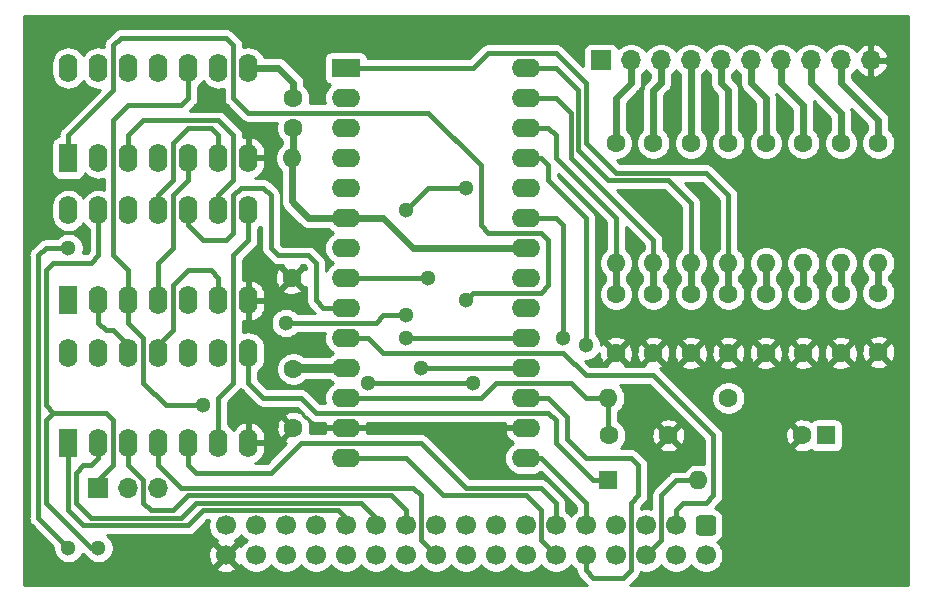
<source format=gbl>
%TF.GenerationSoftware,KiCad,Pcbnew,(5.1.12)-1*%
%TF.CreationDate,2022-03-19T11:08:17+01:00*%
%TF.ProjectId,8EA,3845412e-6b69-4636-9164-5f7063625858,1.0*%
%TF.SameCoordinates,PX6d01460PY60e4b00*%
%TF.FileFunction,Copper,L2,Bot*%
%TF.FilePolarity,Positive*%
%FSLAX46Y46*%
G04 Gerber Fmt 4.6, Leading zero omitted, Abs format (unit mm)*
G04 Created by KiCad (PCBNEW (5.1.12)-1) date 2022-03-19 11:08:17*
%MOMM*%
%LPD*%
G01*
G04 APERTURE LIST*
%TA.AperFunction,ComponentPad*%
%ADD10O,1.700000X1.700000*%
%TD*%
%TA.AperFunction,ComponentPad*%
%ADD11R,1.700000X1.700000*%
%TD*%
%TA.AperFunction,ComponentPad*%
%ADD12C,1.600000*%
%TD*%
%TA.AperFunction,ComponentPad*%
%ADD13O,1.600000X1.600000*%
%TD*%
%TA.AperFunction,ComponentPad*%
%ADD14O,2.400000X1.600000*%
%TD*%
%TA.AperFunction,ComponentPad*%
%ADD15R,2.400000X1.600000*%
%TD*%
%TA.AperFunction,ComponentPad*%
%ADD16O,1.600000X2.400000*%
%TD*%
%TA.AperFunction,ComponentPad*%
%ADD17R,1.600000X2.400000*%
%TD*%
%TA.AperFunction,ComponentPad*%
%ADD18C,1.700000*%
%TD*%
%TA.AperFunction,ComponentPad*%
%ADD19R,1.600000X1.600000*%
%TD*%
%TA.AperFunction,ViaPad*%
%ADD20C,1.300000*%
%TD*%
%TA.AperFunction,Conductor*%
%ADD21C,0.800000*%
%TD*%
%TA.AperFunction,Conductor*%
%ADD22C,0.400000*%
%TD*%
%TA.AperFunction,Conductor*%
%ADD23C,0.600000*%
%TD*%
%TA.AperFunction,Conductor*%
%ADD24C,0.254000*%
%TD*%
%TA.AperFunction,Conductor*%
%ADD25C,0.100000*%
%TD*%
G04 APERTURE END LIST*
D10*
%TO.P,J2,10*%
%TO.N,GND*%
X72390000Y45085000D03*
%TO.P,J2,9*%
%TO.N,/IN7*%
X69850000Y45085000D03*
%TO.P,J2,8*%
%TO.N,/IN6*%
X67310000Y45085000D03*
%TO.P,J2,7*%
%TO.N,/IN5*%
X64770000Y45085000D03*
%TO.P,J2,6*%
%TO.N,/IN4*%
X62230000Y45085000D03*
%TO.P,J2,5*%
%TO.N,/IN3*%
X59690000Y45085000D03*
%TO.P,J2,4*%
%TO.N,/IN2*%
X57150000Y45085000D03*
%TO.P,J2,3*%
%TO.N,/IN1*%
X54610000Y45085000D03*
%TO.P,J2,2*%
%TO.N,/IN0*%
X52070000Y45085000D03*
D11*
%TO.P,J2,1*%
%TO.N,VCC*%
X49530000Y45085000D03*
%TD*%
D10*
%TO.P,JP1,3*%
%TO.N,Net-(JP1-Pad3)*%
X12065000Y8890000D03*
%TO.P,JP1,2*%
%TO.N,Net-(JP1-Pad2)*%
X9525000Y8890000D03*
D11*
%TO.P,JP1,1*%
%TO.N,/A0*%
X6985000Y8890000D03*
%TD*%
D12*
%TO.P,C13,2*%
%TO.N,Net-(C13-Pad2)*%
X23495000Y39370000D03*
%TO.P,C13,1*%
%TO.N,Net-(C13-Pad1)*%
X23495000Y41870000D03*
%TD*%
D13*
%TO.P,R10,2*%
%TO.N,Net-(C13-Pad2)*%
X23368000Y36830000D03*
D12*
%TO.P,R10,1*%
%TO.N,GND*%
X23368000Y26670000D03*
%TD*%
D14*
%TO.P,U4,28*%
%TO.N,Net-(C7-Pad2)*%
X43180000Y44450000D03*
%TO.P,U4,14*%
%TO.N,/D1*%
X27940000Y11430000D03*
%TO.P,U4,27*%
%TO.N,Net-(C6-Pad2)*%
X43180000Y41910000D03*
%TO.P,U4,13*%
%TO.N,GND*%
X27940000Y13970000D03*
%TO.P,U4,26*%
%TO.N,Net-(C5-Pad2)*%
X43180000Y39370000D03*
%TO.P,U4,12*%
%TO.N,Net-(C4-Pad2)*%
X27940000Y16510000D03*
%TO.P,U4,25*%
%TO.N,/D0*%
X43180000Y36830000D03*
%TO.P,U4,11*%
%TO.N,VCC*%
X27940000Y19050000D03*
%TO.P,U4,24*%
%TO.N,/D1*%
X43180000Y34290000D03*
%TO.P,U4,10*%
%TO.N,/PHI2*%
X27940000Y21590000D03*
%TO.P,U4,23*%
%TO.N,/D2*%
X43180000Y31750000D03*
%TO.P,U4,9*%
%TO.N,Net-(U2-Pad10)*%
X27940000Y24130000D03*
%TO.P,U4,22*%
%TO.N,Net-(C13-Pad2)*%
X43180000Y29210000D03*
%TO.P,U4,8*%
%TO.N,/D3*%
X27940000Y26670000D03*
%TO.P,U4,21*%
%TO.N,/D7*%
X43180000Y26670000D03*
%TO.P,U4,7*%
%TO.N,Net-(U4-Pad7)*%
X27940000Y29210000D03*
%TO.P,U4,20*%
%TO.N,/D6*%
X43180000Y24130000D03*
%TO.P,U4,6*%
%TO.N,Net-(C13-Pad2)*%
X27940000Y31750000D03*
%TO.P,U4,19*%
%TO.N,/D5*%
X43180000Y21590000D03*
%TO.P,U4,5*%
%TO.N,Net-(C12-Pad2)*%
X27940000Y34290000D03*
%TO.P,U4,18*%
%TO.N,/D4*%
X43180000Y19050000D03*
%TO.P,U4,4*%
%TO.N,Net-(C11-Pad2)*%
X27940000Y36830000D03*
%TO.P,U4,17*%
%TO.N,/D0*%
X43180000Y16510000D03*
%TO.P,U4,3*%
%TO.N,Net-(C10-Pad2)*%
X27940000Y39370000D03*
%TO.P,U4,16*%
%TO.N,GND*%
X43180000Y13970000D03*
%TO.P,U4,2*%
%TO.N,Net-(C9-Pad2)*%
X27940000Y41910000D03*
%TO.P,U4,15*%
%TO.N,/D2*%
X43180000Y11430000D03*
D15*
%TO.P,U4,1*%
%TO.N,Net-(C8-Pad2)*%
X27940000Y44450000D03*
%TD*%
D16*
%TO.P,U1,14*%
%TO.N,VCC*%
X4445000Y44450000D03*
%TO.P,U1,7*%
%TO.N,GND*%
X19685000Y36830000D03*
%TO.P,U1,13*%
%TO.N,N/C*%
X6985000Y44450000D03*
%TO.P,U1,6*%
%TO.N,Net-(U1-Pad6)*%
X17145000Y36830000D03*
%TO.P,U1,12*%
%TO.N,N/C*%
X9525000Y44450000D03*
%TO.P,U1,5*%
%TO.N,Net-(U1-Pad5)*%
X14605000Y36830000D03*
%TO.P,U1,11*%
%TO.N,N/C*%
X12065000Y44450000D03*
%TO.P,U1,4*%
%TO.N,Net-(D1-Pad1)*%
X12065000Y36830000D03*
%TO.P,U1,10*%
%TO.N,/R_~W*%
X14605000Y44450000D03*
%TO.P,U1,3*%
%TO.N,Net-(U1-Pad3)*%
X9525000Y36830000D03*
%TO.P,U1,9*%
%TO.N,Net-(D1-Pad1)*%
X17145000Y44450000D03*
%TO.P,U1,2*%
%TO.N,Net-(JP1-Pad2)*%
X6985000Y36830000D03*
%TO.P,U1,8*%
%TO.N,Net-(C13-Pad1)*%
X19685000Y44450000D03*
D17*
%TO.P,U1,1*%
%TO.N,/A1*%
X4445000Y36830000D03*
%TD*%
D13*
%TO.P,R9,2*%
%TO.N,Net-(C12-Pad2)*%
X73025000Y27940000D03*
D12*
%TO.P,R9,1*%
%TO.N,/IN7*%
X73025000Y38100000D03*
%TD*%
D13*
%TO.P,R8,2*%
%TO.N,Net-(C11-Pad2)*%
X69850000Y27940000D03*
D12*
%TO.P,R8,1*%
%TO.N,/IN6*%
X69850000Y38100000D03*
%TD*%
D13*
%TO.P,R7,2*%
%TO.N,Net-(C10-Pad2)*%
X66675000Y27940000D03*
D12*
%TO.P,R7,1*%
%TO.N,/IN5*%
X66675000Y38100000D03*
%TD*%
D13*
%TO.P,R6,2*%
%TO.N,Net-(C9-Pad2)*%
X63500000Y27940000D03*
D12*
%TO.P,R6,1*%
%TO.N,/IN4*%
X63500000Y38100000D03*
%TD*%
D13*
%TO.P,R5,2*%
%TO.N,Net-(C8-Pad2)*%
X60325000Y27940000D03*
D12*
%TO.P,R5,1*%
%TO.N,/IN3*%
X60325000Y38100000D03*
%TD*%
D13*
%TO.P,R4,2*%
%TO.N,Net-(C7-Pad2)*%
X57150000Y27940000D03*
D12*
%TO.P,R4,1*%
%TO.N,/IN2*%
X57150000Y38100000D03*
%TD*%
D13*
%TO.P,R3,2*%
%TO.N,Net-(C6-Pad2)*%
X53975000Y27940000D03*
D12*
%TO.P,R3,1*%
%TO.N,/IN1*%
X53975000Y38100000D03*
%TD*%
D13*
%TO.P,R2,2*%
%TO.N,Net-(C5-Pad2)*%
X50800000Y27940000D03*
D12*
%TO.P,R2,1*%
%TO.N,/IN0*%
X50800000Y38100000D03*
%TD*%
%TO.P,C12,2*%
%TO.N,Net-(C12-Pad2)*%
X73025000Y25400000D03*
%TO.P,C12,1*%
%TO.N,GND*%
X73025000Y20400000D03*
%TD*%
%TO.P,C11,2*%
%TO.N,Net-(C11-Pad2)*%
X69850000Y25320000D03*
%TO.P,C11,1*%
%TO.N,GND*%
X69850000Y20320000D03*
%TD*%
%TO.P,C10,2*%
%TO.N,Net-(C10-Pad2)*%
X66675000Y25320000D03*
%TO.P,C10,1*%
%TO.N,GND*%
X66675000Y20320000D03*
%TD*%
%TO.P,C9,2*%
%TO.N,Net-(C9-Pad2)*%
X63500000Y25320000D03*
%TO.P,C9,1*%
%TO.N,GND*%
X63500000Y20320000D03*
%TD*%
%TO.P,C8,2*%
%TO.N,Net-(C8-Pad2)*%
X60325000Y25320000D03*
%TO.P,C8,1*%
%TO.N,GND*%
X60325000Y20320000D03*
%TD*%
%TO.P,C7,2*%
%TO.N,Net-(C7-Pad2)*%
X57150000Y25320000D03*
%TO.P,C7,1*%
%TO.N,GND*%
X57150000Y20320000D03*
%TD*%
%TO.P,C6,2*%
%TO.N,Net-(C6-Pad2)*%
X53975000Y25320000D03*
%TO.P,C6,1*%
%TO.N,GND*%
X53975000Y20320000D03*
%TD*%
%TO.P,C5,2*%
%TO.N,Net-(C5-Pad2)*%
X50800000Y25320000D03*
%TO.P,C5,1*%
%TO.N,GND*%
X50800000Y20320000D03*
%TD*%
D16*
%TO.P,U2,14*%
%TO.N,VCC*%
X4445000Y32385000D03*
%TO.P,U2,7*%
%TO.N,GND*%
X19685000Y24765000D03*
%TO.P,U2,13*%
%TO.N,/A0*%
X6985000Y32385000D03*
%TO.P,U2,6*%
%TO.N,Net-(U2-Pad6)*%
X17145000Y24765000D03*
%TO.P,U2,12*%
%TO.N,Net-(JP1-Pad3)*%
X9525000Y32385000D03*
%TO.P,U2,5*%
%TO.N,/A2*%
X14605000Y24765000D03*
%TO.P,U2,11*%
%TO.N,Net-(U1-Pad6)*%
X12065000Y32385000D03*
%TO.P,U2,4*%
%TO.N,Net-(U1-Pad5)*%
X12065000Y24765000D03*
%TO.P,U2,10*%
%TO.N,Net-(U2-Pad10)*%
X14605000Y32385000D03*
%TO.P,U2,3*%
%TO.N,/R_~W*%
X9525000Y24765000D03*
%TO.P,U2,9*%
%TO.N,Net-(U1-Pad3)*%
X17145000Y32385000D03*
%TO.P,U2,2*%
%TO.N,Net-(U2-Pad2)*%
X6985000Y24765000D03*
%TO.P,U2,8*%
%TO.N,Net-(U2-Pad8)*%
X19685000Y32385000D03*
D17*
%TO.P,U2,1*%
%TO.N,/~IO*%
X4445000Y24765000D03*
%TD*%
D18*
%TO.P,J1,34*%
%TO.N,GND*%
X17780000Y3175000D03*
%TO.P,J1,32*%
%TO.N,/A11*%
X20320000Y3175000D03*
%TO.P,J1,30*%
%TO.N,/A12*%
X22860000Y3175000D03*
%TO.P,J1,28*%
%TO.N,/A13*%
X25400000Y3175000D03*
%TO.P,J1,26*%
%TO.N,/A14*%
X27940000Y3175000D03*
%TO.P,J1,24*%
%TO.N,/A15*%
X30480000Y3175000D03*
%TO.P,J1,22*%
%TO.N,/D7*%
X33020000Y3175000D03*
%TO.P,J1,20*%
%TO.N,/A4*%
X35560000Y3175000D03*
%TO.P,J1,18*%
%TO.N,/D4*%
X38100000Y3175000D03*
%TO.P,J1,16*%
%TO.N,/D3*%
X40640000Y3175000D03*
%TO.P,J1,14*%
%TO.N,/D6*%
X43180000Y3175000D03*
%TO.P,J1,12*%
%TO.N,/D1*%
X45720000Y3175000D03*
%TO.P,J1,10*%
%TO.N,/D0*%
X48260000Y3175000D03*
%TO.P,J1,8*%
%TO.N,/~IRQ*%
X50800000Y3175000D03*
%TO.P,J1,6*%
%TO.N,/~IOCTRL*%
X53340000Y3175000D03*
%TO.P,J1,4*%
%TO.N,/~RESET*%
X55880000Y3175000D03*
%TO.P,J1,2*%
%TO.N,/~ROMDIS*%
X58420000Y3175000D03*
%TO.P,J1,33*%
%TO.N,VCC*%
X17780000Y5715000D03*
%TO.P,J1,31*%
%TO.N,/A10*%
X20320000Y5715000D03*
%TO.P,J1,29*%
%TO.N,/A9*%
X22860000Y5715000D03*
%TO.P,J1,27*%
%TO.N,/A8*%
X25400000Y5715000D03*
%TO.P,J1,25*%
%TO.N,/A7*%
X27940000Y5715000D03*
%TO.P,J1,23*%
%TO.N,/A6*%
X30480000Y5715000D03*
%TO.P,J1,21*%
%TO.N,/A5*%
X33020000Y5715000D03*
%TO.P,J1,19*%
%TO.N,/D5*%
X35560000Y5715000D03*
%TO.P,J1,17*%
%TO.N,/A2*%
X38100000Y5715000D03*
%TO.P,J1,15*%
%TO.N,/A1*%
X40640000Y5715000D03*
%TO.P,J1,13*%
%TO.N,/A0*%
X43180000Y5715000D03*
%TO.P,J1,11*%
%TO.N,/A3*%
X45720000Y5715000D03*
%TO.P,J1,9*%
%TO.N,/D2*%
X48260000Y5715000D03*
%TO.P,J1,7*%
%TO.N,/R_~W*%
X50800000Y5715000D03*
%TO.P,J1,5*%
%TO.N,/~IO*%
X53340000Y5715000D03*
%TO.P,J1,3*%
%TO.N,/PHI2*%
X55880000Y5715000D03*
%TO.P,J1,1*%
%TO.N,/~MAP*%
%TA.AperFunction,ComponentPad*%
G36*
G01*
X57820000Y6565000D02*
X59020000Y6565000D01*
G75*
G02*
X59270000Y6315000I0J-250000D01*
G01*
X59270000Y5115000D01*
G75*
G02*
X59020000Y4865000I-250000J0D01*
G01*
X57820000Y4865000D01*
G75*
G02*
X57570000Y5115000I0J250000D01*
G01*
X57570000Y6315000D01*
G75*
G02*
X57820000Y6565000I250000J0D01*
G01*
G37*
%TD.AperFunction*%
%TD*%
D13*
%TO.P,D1,2*%
%TO.N,/~IOCTRL*%
X57785000Y9525000D03*
D19*
%TO.P,D1,1*%
%TO.N,Net-(D1-Pad1)*%
X50165000Y9525000D03*
%TD*%
D12*
%TO.P,C2,2*%
%TO.N,VCC*%
X23495000Y18970000D03*
%TO.P,C2,1*%
%TO.N,GND*%
X23495000Y13970000D03*
%TD*%
D16*
%TO.P,U3,14*%
%TO.N,VCC*%
X4445000Y20320000D03*
%TO.P,U3,7*%
%TO.N,GND*%
X19685000Y12700000D03*
%TO.P,U3,13*%
%TO.N,N/C*%
X6985000Y20320000D03*
%TO.P,U3,6*%
%TO.N,Net-(U2-Pad8)*%
X17145000Y12700000D03*
%TO.P,U3,12*%
%TO.N,Net-(U2-Pad2)*%
X9525000Y20320000D03*
%TO.P,U3,5*%
%TO.N,/A3*%
X14605000Y12700000D03*
%TO.P,U3,11*%
%TO.N,Net-(U2-Pad6)*%
X12065000Y20320000D03*
%TO.P,U3,4*%
%TO.N,/A4*%
X12065000Y12700000D03*
%TO.P,U3,10*%
%TO.N,N/C*%
X14605000Y20320000D03*
%TO.P,U3,3*%
%TO.N,/A5*%
X9525000Y12700000D03*
%TO.P,U3,9*%
%TO.N,N/C*%
X17145000Y20320000D03*
%TO.P,U3,2*%
%TO.N,/A6*%
X6985000Y12700000D03*
%TO.P,U3,8*%
%TO.N,Net-(D1-Pad1)*%
X19685000Y20320000D03*
D17*
%TO.P,U3,1*%
%TO.N,/A7*%
X4445000Y12700000D03*
%TD*%
D13*
%TO.P,R1,2*%
%TO.N,Net-(C4-Pad2)*%
X50165000Y16510000D03*
D12*
%TO.P,R1,1*%
%TO.N,VCC*%
X60325000Y16510000D03*
%TD*%
%TO.P,C4,2*%
%TO.N,Net-(C4-Pad2)*%
X50245000Y13335000D03*
%TO.P,C4,1*%
%TO.N,GND*%
X55245000Y13335000D03*
%TD*%
%TO.P,C1,2*%
%TO.N,GND*%
X66580000Y13335000D03*
D19*
%TO.P,C1,1*%
%TO.N,VCC*%
X68580000Y13335000D03*
%TD*%
D20*
%TO.N,/D0*%
X48260000Y20955000D03*
%TO.N,/D1*%
X38100000Y34290000D03*
X33020000Y32385000D03*
%TO.N,/D2*%
X46355000Y21590000D03*
%TO.N,/D3*%
X34925000Y26670000D03*
%TO.N,/D4*%
X34290000Y19050000D03*
%TO.N,/D5*%
X33020000Y21590000D03*
%TO.N,/A0*%
X6985000Y3810000D03*
%TO.N,/A1*%
X38100000Y24765000D03*
%TO.N,/A2*%
X33020000Y23495000D03*
X22860000Y22860000D03*
%TO.N,/R_~W*%
X29845000Y17780000D03*
X38735000Y17780000D03*
X15875000Y15875000D03*
%TO.N,/~IO*%
X4445000Y29210000D03*
X4445000Y3810000D03*
%TD*%
D21*
%TO.N,VCC*%
X23575000Y19050000D02*
X23495000Y19130000D01*
X27940000Y19050000D02*
X23575000Y19050000D01*
D22*
%TO.N,/D0*%
X45085000Y16510000D02*
X43180000Y16510000D01*
X46672500Y14922500D02*
X45085000Y16510000D01*
X46672500Y13017500D02*
X46672500Y14922500D01*
X48260000Y11430000D02*
X46672500Y13017500D01*
X52705000Y10795000D02*
X52070000Y11430000D01*
X52705000Y8255000D02*
X52705000Y10795000D01*
X52070000Y7620000D02*
X52705000Y8255000D01*
X52070000Y1905000D02*
X52070000Y7620000D01*
X51435000Y1270000D02*
X52070000Y1905000D01*
X52070000Y11430000D02*
X48260000Y11430000D01*
X48260000Y1905000D02*
X48895000Y1270000D01*
X48895000Y1270000D02*
X51435000Y1270000D01*
X48260000Y3175000D02*
X48260000Y1905000D01*
X44450000Y36830000D02*
X43180000Y36830000D01*
X45085000Y36195000D02*
X44450000Y36830000D01*
X45085000Y34925000D02*
X45085000Y36195000D01*
X48260000Y31750000D02*
X45085000Y34925000D01*
X48260000Y20955000D02*
X48260000Y31750000D01*
%TO.N,/D1*%
X33020000Y11430000D02*
X27940000Y11430000D01*
X36195000Y8255000D02*
X33020000Y11430000D01*
X43180000Y8255000D02*
X36195000Y8255000D01*
X44450000Y6985000D02*
X43180000Y8255000D01*
X44450000Y4445000D02*
X44450000Y6985000D01*
X45720000Y3175000D02*
X44450000Y4445000D01*
X34925000Y34290000D02*
X38100000Y34290000D01*
X33020000Y32385000D02*
X34925000Y34290000D01*
%TO.N,/D2*%
X43180000Y11430000D02*
X44450000Y11430000D01*
X48260000Y7620000D02*
X48260000Y5715000D01*
X44450000Y11430000D02*
X48260000Y7620000D01*
X45720000Y31750000D02*
X43180000Y31750000D01*
X46355000Y31115000D02*
X45720000Y31750000D01*
X46355000Y21590000D02*
X46355000Y31115000D01*
%TO.N,/D3*%
X34925000Y26670000D02*
X27940000Y26670000D01*
%TO.N,/D4*%
X34290000Y19050000D02*
X43180000Y19050000D01*
%TO.N,/D5*%
X33020000Y21590000D02*
X43180000Y21590000D01*
%TO.N,/A0*%
X7620000Y15240000D02*
X8255000Y14605000D01*
X8255000Y14605000D02*
X8255000Y10795000D01*
X6985000Y9525000D02*
X6985000Y8890000D01*
X8255000Y10795000D02*
X6985000Y9525000D01*
X3175000Y15240000D02*
X7620000Y15240000D01*
X6985000Y32385000D02*
X6985000Y28575000D01*
X6985000Y28575000D02*
X6350000Y27940000D01*
X6350000Y27940000D02*
X3175000Y27940000D01*
X3175000Y27940000D02*
X2540000Y27305000D01*
X2540000Y15875000D02*
X3175000Y15240000D01*
X2540000Y27305000D02*
X2540000Y15875000D01*
X6350000Y3810000D02*
X6985000Y3810000D01*
X2540000Y7620000D02*
X6350000Y3810000D01*
X2540000Y14605000D02*
X2540000Y7620000D01*
X3175000Y15240000D02*
X2540000Y14605000D01*
%TO.N,/A1*%
X4445000Y38735000D02*
X4445000Y36830000D01*
X8255000Y42545000D02*
X4445000Y38735000D01*
X8255000Y46355000D02*
X8255000Y42545000D01*
X8890000Y46990000D02*
X8255000Y46355000D01*
X17780000Y46990000D02*
X8890000Y46990000D01*
X19685000Y40640000D02*
X18415000Y41910000D01*
X45085000Y29845000D02*
X44450000Y30480000D01*
X44450000Y30480000D02*
X40005000Y30480000D01*
X34925000Y40640000D02*
X19685000Y40640000D01*
X18415000Y41910000D02*
X18415000Y46355000D01*
X18415000Y46355000D02*
X17780000Y46990000D01*
X45085000Y29845000D02*
X45085000Y26035000D01*
X45085000Y26035000D02*
X44450000Y25400000D01*
X38735000Y25400000D02*
X38100000Y24765000D01*
X44450000Y25400000D02*
X38735000Y25400000D01*
X39370000Y36195000D02*
X34925000Y40640000D01*
X39370000Y31115000D02*
X39370000Y36195000D01*
X40005000Y30480000D02*
X39370000Y31115000D01*
%TO.N,/A2*%
X31115000Y23495000D02*
X33020000Y23495000D01*
X30480000Y22860000D02*
X31115000Y23495000D01*
X22860000Y22860000D02*
X30480000Y22860000D01*
%TO.N,/A3*%
X45720000Y5715000D02*
X45720000Y7620000D01*
X45720000Y7620000D02*
X44450000Y8890000D01*
X44450000Y8890000D02*
X38100000Y8890000D01*
X38100000Y8890000D02*
X34290000Y12700000D01*
X34290000Y12700000D02*
X24130000Y12700000D01*
X24130000Y12700000D02*
X21590000Y10160000D01*
X21590000Y10160000D02*
X15240000Y10160000D01*
X14605000Y10795000D02*
X14605000Y12700000D01*
X15240000Y10160000D02*
X14605000Y10795000D01*
%TO.N,/A4*%
X12065000Y10795000D02*
X12065000Y12700000D01*
X13970000Y8890000D02*
X12065000Y10795000D01*
X33655000Y8890000D02*
X13970000Y8890000D01*
X34290000Y8255000D02*
X33655000Y8890000D01*
X34290000Y4445000D02*
X34290000Y8255000D01*
X35560000Y3175000D02*
X34290000Y4445000D01*
%TO.N,/A5*%
X9525000Y10795000D02*
X9525000Y12700000D01*
X10795000Y9525000D02*
X9525000Y10795000D01*
X10795000Y7620000D02*
X10795000Y9525000D01*
X11430000Y6985000D02*
X10795000Y7620000D01*
X13335000Y6985000D02*
X11430000Y6985000D01*
X14605000Y8255000D02*
X13335000Y6985000D01*
X31750000Y8255000D02*
X14605000Y8255000D01*
X33020000Y6985000D02*
X31750000Y8255000D01*
X33020000Y5715000D02*
X33020000Y6985000D01*
%TO.N,/A6*%
X5080000Y10160000D02*
X5715000Y10795000D01*
X6350000Y6350000D02*
X5080000Y7620000D01*
X13970000Y6350000D02*
X6350000Y6350000D01*
X15240000Y7620000D02*
X13970000Y6350000D01*
X29210000Y7620000D02*
X15240000Y7620000D01*
X30480000Y6350000D02*
X29210000Y7620000D01*
X5080000Y7620000D02*
X5080000Y10160000D01*
X30480000Y5715000D02*
X30480000Y6350000D01*
X6350000Y10795000D02*
X6985000Y11430000D01*
X6985000Y11430000D02*
X6985000Y12700000D01*
X5715000Y10795000D02*
X6350000Y10795000D01*
%TO.N,/A7*%
X4445000Y6985000D02*
X4445000Y12700000D01*
X5715000Y5715000D02*
X4445000Y6985000D01*
X14605000Y5715000D02*
X5715000Y5715000D01*
X15875000Y6985000D02*
X14605000Y5715000D01*
X27305000Y6985000D02*
X15875000Y6985000D01*
X27940000Y6350000D02*
X27305000Y6985000D01*
X27940000Y5715000D02*
X27940000Y6350000D01*
%TO.N,Net-(C4-Pad2)*%
X39370000Y16510000D02*
X27940000Y16510000D01*
X40640000Y17780000D02*
X39370000Y16510000D01*
X50165000Y13415000D02*
X50245000Y13335000D01*
X50165000Y16510000D02*
X50165000Y13415000D01*
X46990000Y17780000D02*
X40640000Y17780000D01*
X48260000Y16510000D02*
X50165000Y16510000D01*
X46990000Y17780000D02*
X48260000Y16510000D01*
D23*
%TO.N,Net-(C5-Pad2)*%
X50800000Y27940000D02*
X50800000Y25320000D01*
X50800000Y28575000D02*
X50800000Y27940000D01*
D22*
X43180000Y39370000D02*
X45085000Y39370000D01*
X45085000Y39370000D02*
X45720000Y38735000D01*
X45720000Y38735000D02*
X45720000Y36830000D01*
X50800000Y31750000D02*
X50800000Y27940000D01*
X45720000Y36830000D02*
X50800000Y31750000D01*
D23*
%TO.N,Net-(C6-Pad2)*%
X53975000Y27940000D02*
X53975000Y25320000D01*
D22*
X43180000Y41910000D02*
X45720000Y41910000D01*
X45720000Y41910000D02*
X46990000Y40640000D01*
X46990000Y40640000D02*
X46990000Y36830000D01*
X53975000Y29845000D02*
X53975000Y27940000D01*
X46990000Y36830000D02*
X53975000Y29845000D01*
%TO.N,/~IOCTRL*%
X53340000Y3175000D02*
X54610000Y4445000D01*
X55880000Y9525000D02*
X54610000Y8255000D01*
X57785000Y9525000D02*
X55880000Y9525000D01*
X54610000Y4445000D02*
X54610000Y8255000D01*
%TO.N,Net-(D1-Pad1)*%
X19685000Y17780000D02*
X19685000Y20320000D01*
X20955000Y16510000D02*
X19685000Y17780000D01*
X24130000Y16510000D02*
X20955000Y16510000D01*
X25400000Y15240000D02*
X24130000Y16510000D01*
X45085000Y15240000D02*
X25400000Y15240000D01*
X50165000Y9525000D02*
X48895000Y9525000D01*
X45720000Y12700000D02*
X45720000Y14605000D01*
X48895000Y9525000D02*
X45720000Y12700000D01*
X45720000Y14605000D02*
X45085000Y15240000D01*
%TO.N,/R_~W*%
X14605000Y44450000D02*
X14605000Y41910000D01*
X14605000Y41910000D02*
X13970000Y41275000D01*
X13970000Y41275000D02*
X9525000Y41275000D01*
X9525000Y41275000D02*
X8255000Y40005000D01*
X8255000Y40005000D02*
X8255000Y28575000D01*
X9525000Y27305000D02*
X9525000Y24765000D01*
X8255000Y28575000D02*
X9525000Y27305000D01*
X29845000Y17780000D02*
X38735000Y17780000D01*
X15875000Y15875000D02*
X12700000Y15875000D01*
X12700000Y15875000D02*
X10795000Y17780000D01*
X10795000Y17780000D02*
X10795000Y21590000D01*
X9525000Y22860000D02*
X9525000Y24765000D01*
X10795000Y21590000D02*
X9525000Y22860000D01*
%TO.N,/~IO*%
X1905000Y28575000D02*
X1905000Y6350000D01*
X2540000Y29210000D02*
X1905000Y28575000D01*
X4445000Y29210000D02*
X2540000Y29210000D01*
X1905000Y6350000D02*
X4445000Y3810000D01*
%TO.N,/PHI2*%
X27940000Y21590000D02*
X29845000Y21590000D01*
X29845000Y21590000D02*
X31115000Y20320000D01*
X31115000Y20320000D02*
X46355000Y20320000D01*
X46355000Y20320000D02*
X48260000Y18415000D01*
X48260000Y18415000D02*
X53975000Y18415000D01*
X53975000Y18415000D02*
X59055000Y13335000D01*
X59055000Y13335000D02*
X59055000Y8255000D01*
X59055000Y8255000D02*
X58420000Y7620000D01*
X58420000Y7620000D02*
X56515000Y7620000D01*
X55880000Y6985000D02*
X55880000Y5715000D01*
X56515000Y7620000D02*
X55880000Y6985000D01*
D23*
%TO.N,Net-(C7-Pad2)*%
X57150000Y27940000D02*
X57150000Y25320000D01*
D22*
X57150000Y27940000D02*
X57150000Y33020000D01*
X57150000Y33020000D02*
X55245000Y34925000D01*
X55245000Y34925000D02*
X50165000Y34925000D01*
X50165000Y34925000D02*
X47625000Y37465000D01*
X47625000Y37465000D02*
X47625000Y42545000D01*
X45720000Y44450000D02*
X43180000Y44450000D01*
X47625000Y42545000D02*
X45720000Y44450000D01*
D23*
%TO.N,Net-(C8-Pad2)*%
X60325000Y27940000D02*
X60325000Y25320000D01*
D22*
X27940000Y44450000D02*
X38735000Y44450000D01*
X38735000Y44450000D02*
X40005000Y45720000D01*
X40005000Y45720000D02*
X45720000Y45720000D01*
X45720000Y45720000D02*
X48260000Y43180000D01*
X48260000Y43180000D02*
X48260000Y38100000D01*
X48260000Y38100000D02*
X50800000Y35560000D01*
X50800000Y35560000D02*
X58420000Y35560000D01*
X60325000Y33655000D02*
X60325000Y27940000D01*
X58420000Y35560000D02*
X60325000Y33655000D01*
D23*
%TO.N,Net-(C9-Pad2)*%
X63500000Y27940000D02*
X63500000Y25400000D01*
%TO.N,Net-(C10-Pad2)*%
X66675000Y27940000D02*
X66675000Y25320000D01*
%TO.N,Net-(C11-Pad2)*%
X69850000Y27940000D02*
X69850000Y25320000D01*
%TO.N,Net-(C12-Pad2)*%
X73025000Y27940000D02*
X73025000Y25400000D01*
%TO.N,/IN7*%
X69850000Y45085000D02*
X69850000Y43180000D01*
X69850000Y43180000D02*
X73025000Y40005000D01*
X73025000Y40005000D02*
X73025000Y38100000D01*
%TO.N,/IN6*%
X67310000Y45085000D02*
X67310000Y43180000D01*
X67310000Y43180000D02*
X69850000Y40640000D01*
X69850000Y40640000D02*
X69850000Y38100000D01*
%TO.N,/IN5*%
X64770000Y45085000D02*
X64770000Y43180000D01*
X64770000Y43180000D02*
X66675000Y41275000D01*
X66675000Y41275000D02*
X66675000Y38100000D01*
%TO.N,/IN4*%
X62230000Y45085000D02*
X62230000Y43180000D01*
X63500000Y41910000D02*
X63500000Y38100000D01*
X62230000Y43180000D02*
X63500000Y41910000D01*
%TO.N,/IN3*%
X60325000Y42545000D02*
X59690000Y43180000D01*
X60325000Y38100000D02*
X60325000Y42545000D01*
X59690000Y45085000D02*
X59690000Y43180000D01*
%TO.N,/IN2*%
X57150000Y45085000D02*
X57150000Y38100000D01*
%TO.N,/IN1*%
X53975000Y42545000D02*
X54610000Y43180000D01*
X53975000Y38100000D02*
X53975000Y42545000D01*
X54610000Y45085000D02*
X54610000Y43180000D01*
%TO.N,/IN0*%
X52070000Y43180000D02*
X50800000Y41910000D01*
X52070000Y45085000D02*
X52070000Y43180000D01*
X50800000Y41910000D02*
X50800000Y38100000D01*
D22*
%TO.N,Net-(U1-Pad6)*%
X12065000Y32385000D02*
X12065000Y33655000D01*
X12065000Y33655000D02*
X13335000Y34925000D01*
X13335000Y34925000D02*
X13335000Y38100000D01*
X13335000Y38100000D02*
X14605000Y39370000D01*
X14605000Y39370000D02*
X16510000Y39370000D01*
X17145000Y38735000D02*
X17145000Y36830000D01*
X16510000Y39370000D02*
X17145000Y38735000D01*
%TO.N,Net-(U1-Pad5)*%
X14605000Y36830000D02*
X14605000Y34925000D01*
X14605000Y34925000D02*
X13335000Y33655000D01*
X13335000Y33655000D02*
X13335000Y29210000D01*
X12065000Y27940000D02*
X12065000Y24765000D01*
X13335000Y29210000D02*
X12065000Y27940000D01*
%TO.N,Net-(U1-Pad3)*%
X17145000Y32385000D02*
X17145000Y33655000D01*
X17145000Y33655000D02*
X18415000Y34925000D01*
X18415000Y34925000D02*
X18415000Y38735000D01*
X18415000Y38735000D02*
X17145000Y40005000D01*
X17145000Y40005000D02*
X10795000Y40005000D01*
X9525000Y38735000D02*
X9525000Y36830000D01*
X10795000Y40005000D02*
X9525000Y38735000D01*
%TO.N,Net-(U2-Pad6)*%
X12065000Y20320000D02*
X12065000Y20955000D01*
X12065000Y20955000D02*
X13335000Y22225000D01*
X13335000Y22225000D02*
X13335000Y26035000D01*
X13335000Y26035000D02*
X14605000Y27305000D01*
X14605000Y27305000D02*
X16510000Y27305000D01*
X17145000Y26670000D02*
X17145000Y24765000D01*
X16510000Y27305000D02*
X17145000Y26670000D01*
%TO.N,Net-(U2-Pad10)*%
X14605000Y32385000D02*
X14605000Y31115000D01*
X14605000Y31115000D02*
X15875000Y29845000D01*
X26035000Y24130000D02*
X27940000Y24130000D01*
X25400000Y24765000D02*
X26035000Y24130000D01*
X15875000Y29845000D02*
X17780000Y29845000D01*
X17780000Y29845000D02*
X18415000Y30480000D01*
X18415000Y30480000D02*
X18415000Y33655000D01*
X18415000Y33655000D02*
X19050000Y34290000D01*
X25400000Y24765000D02*
X25400000Y27940000D01*
X25400000Y27940000D02*
X24765000Y28575000D01*
X24765000Y28575000D02*
X22225000Y28575000D01*
X22225000Y28575000D02*
X21590000Y29210000D01*
X21590000Y33655000D02*
X20955000Y34290000D01*
X21590000Y29210000D02*
X21590000Y33655000D01*
X19050000Y34290000D02*
X20955000Y34290000D01*
%TO.N,Net-(U2-Pad2)*%
X9525000Y20320000D02*
X9525000Y20955000D01*
X9525000Y20955000D02*
X8255000Y22225000D01*
X8255000Y22225000D02*
X7620000Y22225000D01*
X6985000Y22860000D02*
X6985000Y24765000D01*
X7620000Y22225000D02*
X6985000Y22860000D01*
%TO.N,Net-(U2-Pad8)*%
X19685000Y32385000D02*
X19685000Y29845000D01*
X19685000Y29845000D02*
X18415000Y28575000D01*
X18415000Y28575000D02*
X18415000Y17780000D01*
X17145000Y16510000D02*
X17145000Y12700000D01*
X18415000Y17780000D02*
X17145000Y16510000D01*
D23*
%TO.N,Net-(C13-Pad2)*%
X31115000Y31750000D02*
X27940000Y31750000D01*
X33655000Y29210000D02*
X31115000Y31750000D01*
X43180000Y29210000D02*
X33655000Y29210000D01*
X23495000Y36957000D02*
X23368000Y36830000D01*
X23495000Y39370000D02*
X23495000Y36957000D01*
X27940000Y31750000D02*
X24765000Y31750000D01*
X23368000Y33147000D02*
X23368000Y36830000D01*
X24765000Y31750000D02*
X23368000Y33147000D01*
%TO.N,Net-(C13-Pad1)*%
X19685000Y44450000D02*
X22225000Y44450000D01*
X23495000Y43180000D02*
X23495000Y41870000D01*
X22225000Y44450000D02*
X23495000Y43180000D01*
%TD*%
D24*
%TO.N,GND*%
X75540000Y660000D02*
X52007931Y660000D01*
X52028291Y676709D01*
X52054445Y708578D01*
X52631432Y1285564D01*
X52663291Y1311709D01*
X52689440Y1343571D01*
X52767636Y1438854D01*
X52845172Y1583913D01*
X52877353Y1690000D01*
X52892918Y1741311D01*
X52894009Y1752384D01*
X52906842Y1747068D01*
X53193740Y1690000D01*
X53486260Y1690000D01*
X53773158Y1747068D01*
X54043411Y1859010D01*
X54286632Y2021525D01*
X54493475Y2228368D01*
X54610000Y2402760D01*
X54726525Y2228368D01*
X54933368Y2021525D01*
X55176589Y1859010D01*
X55446842Y1747068D01*
X55733740Y1690000D01*
X56026260Y1690000D01*
X56313158Y1747068D01*
X56583411Y1859010D01*
X56826632Y2021525D01*
X57033475Y2228368D01*
X57150000Y2402760D01*
X57266525Y2228368D01*
X57473368Y2021525D01*
X57716589Y1859010D01*
X57986842Y1747068D01*
X58273740Y1690000D01*
X58566260Y1690000D01*
X58853158Y1747068D01*
X59123411Y1859010D01*
X59366632Y2021525D01*
X59573475Y2228368D01*
X59735990Y2471589D01*
X59847932Y2741842D01*
X59905000Y3028740D01*
X59905000Y3321260D01*
X59847932Y3608158D01*
X59735990Y3878411D01*
X59573475Y4121632D01*
X59386392Y4308715D01*
X59513386Y4376595D01*
X59647962Y4487038D01*
X59758405Y4621614D01*
X59840472Y4775150D01*
X59891008Y4941746D01*
X59908072Y5115000D01*
X59908072Y6315000D01*
X59891008Y6488254D01*
X59840472Y6654850D01*
X59758405Y6808386D01*
X59647962Y6942962D01*
X59513386Y7053405D01*
X59359850Y7135472D01*
X59193254Y7186008D01*
X59169241Y7188373D01*
X59616431Y7635562D01*
X59648291Y7661709D01*
X59674440Y7693571D01*
X59752636Y7788854D01*
X59830172Y7933913D01*
X59862353Y8040000D01*
X59877918Y8091311D01*
X59890000Y8213981D01*
X59890000Y8213982D01*
X59894040Y8255000D01*
X59890000Y8296019D01*
X59890000Y13264488D01*
X65139783Y13264488D01*
X65181213Y12984870D01*
X65276397Y12718708D01*
X65343329Y12593486D01*
X65587298Y12521903D01*
X66400395Y13335000D01*
X65587298Y14148097D01*
X65343329Y14076514D01*
X65222429Y13821004D01*
X65153700Y13546816D01*
X65139783Y13264488D01*
X59890000Y13264488D01*
X59890000Y13293982D01*
X59894040Y13335000D01*
X59877918Y13498689D01*
X59830172Y13656087D01*
X59752636Y13801146D01*
X59674439Y13896430D01*
X59674437Y13896432D01*
X59648291Y13928291D01*
X59616433Y13954436D01*
X59243167Y14327702D01*
X65766903Y14327702D01*
X66580000Y13514605D01*
X66594143Y13528747D01*
X66773748Y13349142D01*
X66759605Y13335000D01*
X66773748Y13320857D01*
X66594143Y13141252D01*
X66580000Y13155395D01*
X65766903Y12342298D01*
X65838486Y12098329D01*
X66093996Y11977429D01*
X66368184Y11908700D01*
X66650512Y11894783D01*
X66930130Y11936213D01*
X67196292Y12031397D01*
X67318309Y12096616D01*
X67328815Y12083815D01*
X67425506Y12004463D01*
X67535820Y11945498D01*
X67655518Y11909188D01*
X67780000Y11896928D01*
X69380000Y11896928D01*
X69504482Y11909188D01*
X69624180Y11945498D01*
X69734494Y12004463D01*
X69831185Y12083815D01*
X69910537Y12180506D01*
X69969502Y12290820D01*
X70005812Y12410518D01*
X70018072Y12535000D01*
X70018072Y14135000D01*
X70005812Y14259482D01*
X69969502Y14379180D01*
X69910537Y14489494D01*
X69831185Y14586185D01*
X69734494Y14665537D01*
X69624180Y14724502D01*
X69504482Y14760812D01*
X69380000Y14773072D01*
X67780000Y14773072D01*
X67655518Y14760812D01*
X67535820Y14724502D01*
X67425506Y14665537D01*
X67328815Y14586185D01*
X67318193Y14573242D01*
X67066004Y14692571D01*
X66791816Y14761300D01*
X66509488Y14775217D01*
X66229870Y14733787D01*
X65963708Y14638603D01*
X65838486Y14571671D01*
X65766903Y14327702D01*
X59243167Y14327702D01*
X56919533Y16651335D01*
X58890000Y16651335D01*
X58890000Y16368665D01*
X58945147Y16091426D01*
X59053320Y15830273D01*
X59210363Y15595241D01*
X59410241Y15395363D01*
X59645273Y15238320D01*
X59906426Y15130147D01*
X60183665Y15075000D01*
X60466335Y15075000D01*
X60743574Y15130147D01*
X61004727Y15238320D01*
X61239759Y15395363D01*
X61439637Y15595241D01*
X61596680Y15830273D01*
X61704853Y16091426D01*
X61760000Y16368665D01*
X61760000Y16651335D01*
X61704853Y16928574D01*
X61596680Y17189727D01*
X61439637Y17424759D01*
X61239759Y17624637D01*
X61004727Y17781680D01*
X60743574Y17889853D01*
X60466335Y17945000D01*
X60183665Y17945000D01*
X59906426Y17889853D01*
X59645273Y17781680D01*
X59410241Y17624637D01*
X59210363Y17424759D01*
X59053320Y17189727D01*
X58945147Y16928574D01*
X58890000Y16651335D01*
X56919533Y16651335D01*
X54594446Y18976421D01*
X54568367Y19008199D01*
X54591292Y19016397D01*
X54716514Y19083329D01*
X54788097Y19327298D01*
X56336903Y19327298D01*
X56408486Y19083329D01*
X56663996Y18962429D01*
X56938184Y18893700D01*
X57220512Y18879783D01*
X57500130Y18921213D01*
X57766292Y19016397D01*
X57891514Y19083329D01*
X57963097Y19327298D01*
X59511903Y19327298D01*
X59583486Y19083329D01*
X59838996Y18962429D01*
X60113184Y18893700D01*
X60395512Y18879783D01*
X60675130Y18921213D01*
X60941292Y19016397D01*
X61066514Y19083329D01*
X61138097Y19327298D01*
X62686903Y19327298D01*
X62758486Y19083329D01*
X63013996Y18962429D01*
X63288184Y18893700D01*
X63570512Y18879783D01*
X63850130Y18921213D01*
X64116292Y19016397D01*
X64241514Y19083329D01*
X64313097Y19327298D01*
X65861903Y19327298D01*
X65933486Y19083329D01*
X66188996Y18962429D01*
X66463184Y18893700D01*
X66745512Y18879783D01*
X67025130Y18921213D01*
X67291292Y19016397D01*
X67416514Y19083329D01*
X67488097Y19327298D01*
X69036903Y19327298D01*
X69108486Y19083329D01*
X69363996Y18962429D01*
X69638184Y18893700D01*
X69920512Y18879783D01*
X70200130Y18921213D01*
X70466292Y19016397D01*
X70591514Y19083329D01*
X70663097Y19327298D01*
X70583097Y19407298D01*
X72211903Y19407298D01*
X72283486Y19163329D01*
X72538996Y19042429D01*
X72813184Y18973700D01*
X73095512Y18959783D01*
X73375130Y19001213D01*
X73641292Y19096397D01*
X73766514Y19163329D01*
X73838097Y19407298D01*
X73025000Y20220395D01*
X72211903Y19407298D01*
X70583097Y19407298D01*
X69850000Y20140395D01*
X69036903Y19327298D01*
X67488097Y19327298D01*
X66675000Y20140395D01*
X65861903Y19327298D01*
X64313097Y19327298D01*
X63500000Y20140395D01*
X62686903Y19327298D01*
X61138097Y19327298D01*
X60325000Y20140395D01*
X59511903Y19327298D01*
X57963097Y19327298D01*
X57150000Y20140395D01*
X56336903Y19327298D01*
X54788097Y19327298D01*
X53975000Y20140395D01*
X53161903Y19327298D01*
X53184583Y19250000D01*
X51590417Y19250000D01*
X51613097Y19327298D01*
X50800000Y20140395D01*
X49986903Y19327298D01*
X50009583Y19250000D01*
X48605869Y19250000D01*
X48185868Y19670000D01*
X48386561Y19670000D01*
X48634821Y19719381D01*
X48868676Y19816247D01*
X49079140Y19956875D01*
X49258125Y20135860D01*
X49361833Y20291069D01*
X49359783Y20249488D01*
X49401213Y19969870D01*
X49496397Y19703708D01*
X49563329Y19578486D01*
X49807298Y19506903D01*
X50620395Y20320000D01*
X50979605Y20320000D01*
X51792702Y19506903D01*
X52036671Y19578486D01*
X52157571Y19833996D01*
X52226300Y20108184D01*
X52233265Y20249488D01*
X52534783Y20249488D01*
X52576213Y19969870D01*
X52671397Y19703708D01*
X52738329Y19578486D01*
X52982298Y19506903D01*
X53795395Y20320000D01*
X54154605Y20320000D01*
X54967702Y19506903D01*
X55211671Y19578486D01*
X55332571Y19833996D01*
X55401300Y20108184D01*
X55408265Y20249488D01*
X55709783Y20249488D01*
X55751213Y19969870D01*
X55846397Y19703708D01*
X55913329Y19578486D01*
X56157298Y19506903D01*
X56970395Y20320000D01*
X57329605Y20320000D01*
X58142702Y19506903D01*
X58386671Y19578486D01*
X58507571Y19833996D01*
X58576300Y20108184D01*
X58583265Y20249488D01*
X58884783Y20249488D01*
X58926213Y19969870D01*
X59021397Y19703708D01*
X59088329Y19578486D01*
X59332298Y19506903D01*
X60145395Y20320000D01*
X60504605Y20320000D01*
X61317702Y19506903D01*
X61561671Y19578486D01*
X61682571Y19833996D01*
X61751300Y20108184D01*
X61758265Y20249488D01*
X62059783Y20249488D01*
X62101213Y19969870D01*
X62196397Y19703708D01*
X62263329Y19578486D01*
X62507298Y19506903D01*
X63320395Y20320000D01*
X63679605Y20320000D01*
X64492702Y19506903D01*
X64736671Y19578486D01*
X64857571Y19833996D01*
X64926300Y20108184D01*
X64933265Y20249488D01*
X65234783Y20249488D01*
X65276213Y19969870D01*
X65371397Y19703708D01*
X65438329Y19578486D01*
X65682298Y19506903D01*
X66495395Y20320000D01*
X66854605Y20320000D01*
X67667702Y19506903D01*
X67911671Y19578486D01*
X68032571Y19833996D01*
X68101300Y20108184D01*
X68108265Y20249488D01*
X68409783Y20249488D01*
X68451213Y19969870D01*
X68546397Y19703708D01*
X68613329Y19578486D01*
X68857298Y19506903D01*
X69670395Y20320000D01*
X70029605Y20320000D01*
X70842702Y19506903D01*
X71086671Y19578486D01*
X71207571Y19833996D01*
X71276300Y20108184D01*
X71287208Y20329488D01*
X71584783Y20329488D01*
X71626213Y20049870D01*
X71721397Y19783708D01*
X71788329Y19658486D01*
X72032298Y19586903D01*
X72845395Y20400000D01*
X73204605Y20400000D01*
X74017702Y19586903D01*
X74261671Y19658486D01*
X74382571Y19913996D01*
X74451300Y20188184D01*
X74465217Y20470512D01*
X74423787Y20750130D01*
X74328603Y21016292D01*
X74261671Y21141514D01*
X74017702Y21213097D01*
X73204605Y20400000D01*
X72845395Y20400000D01*
X72032298Y21213097D01*
X71788329Y21141514D01*
X71667429Y20886004D01*
X71598700Y20611816D01*
X71584783Y20329488D01*
X71287208Y20329488D01*
X71290217Y20390512D01*
X71248787Y20670130D01*
X71153603Y20936292D01*
X71086671Y21061514D01*
X70842702Y21133097D01*
X70029605Y20320000D01*
X69670395Y20320000D01*
X68857298Y21133097D01*
X68613329Y21061514D01*
X68492429Y20806004D01*
X68423700Y20531816D01*
X68409783Y20249488D01*
X68108265Y20249488D01*
X68115217Y20390512D01*
X68073787Y20670130D01*
X67978603Y20936292D01*
X67911671Y21061514D01*
X67667702Y21133097D01*
X66854605Y20320000D01*
X66495395Y20320000D01*
X65682298Y21133097D01*
X65438329Y21061514D01*
X65317429Y20806004D01*
X65248700Y20531816D01*
X65234783Y20249488D01*
X64933265Y20249488D01*
X64940217Y20390512D01*
X64898787Y20670130D01*
X64803603Y20936292D01*
X64736671Y21061514D01*
X64492702Y21133097D01*
X63679605Y20320000D01*
X63320395Y20320000D01*
X62507298Y21133097D01*
X62263329Y21061514D01*
X62142429Y20806004D01*
X62073700Y20531816D01*
X62059783Y20249488D01*
X61758265Y20249488D01*
X61765217Y20390512D01*
X61723787Y20670130D01*
X61628603Y20936292D01*
X61561671Y21061514D01*
X61317702Y21133097D01*
X60504605Y20320000D01*
X60145395Y20320000D01*
X59332298Y21133097D01*
X59088329Y21061514D01*
X58967429Y20806004D01*
X58898700Y20531816D01*
X58884783Y20249488D01*
X58583265Y20249488D01*
X58590217Y20390512D01*
X58548787Y20670130D01*
X58453603Y20936292D01*
X58386671Y21061514D01*
X58142702Y21133097D01*
X57329605Y20320000D01*
X56970395Y20320000D01*
X56157298Y21133097D01*
X55913329Y21061514D01*
X55792429Y20806004D01*
X55723700Y20531816D01*
X55709783Y20249488D01*
X55408265Y20249488D01*
X55415217Y20390512D01*
X55373787Y20670130D01*
X55278603Y20936292D01*
X55211671Y21061514D01*
X54967702Y21133097D01*
X54154605Y20320000D01*
X53795395Y20320000D01*
X52982298Y21133097D01*
X52738329Y21061514D01*
X52617429Y20806004D01*
X52548700Y20531816D01*
X52534783Y20249488D01*
X52233265Y20249488D01*
X52240217Y20390512D01*
X52198787Y20670130D01*
X52103603Y20936292D01*
X52036671Y21061514D01*
X51792702Y21133097D01*
X50979605Y20320000D01*
X50620395Y20320000D01*
X49807298Y21133097D01*
X49563329Y21061514D01*
X49545000Y21022778D01*
X49545000Y21081561D01*
X49499025Y21312702D01*
X49986903Y21312702D01*
X50800000Y20499605D01*
X51613097Y21312702D01*
X53161903Y21312702D01*
X53975000Y20499605D01*
X54788097Y21312702D01*
X56336903Y21312702D01*
X57150000Y20499605D01*
X57963097Y21312702D01*
X59511903Y21312702D01*
X60325000Y20499605D01*
X61138097Y21312702D01*
X62686903Y21312702D01*
X63500000Y20499605D01*
X64313097Y21312702D01*
X65861903Y21312702D01*
X66675000Y20499605D01*
X67488097Y21312702D01*
X69036903Y21312702D01*
X69850000Y20499605D01*
X70663097Y21312702D01*
X70639625Y21392702D01*
X72211903Y21392702D01*
X73025000Y20579605D01*
X73838097Y21392702D01*
X73766514Y21636671D01*
X73511004Y21757571D01*
X73236816Y21826300D01*
X72954488Y21840217D01*
X72674870Y21798787D01*
X72408708Y21703603D01*
X72283486Y21636671D01*
X72211903Y21392702D01*
X70639625Y21392702D01*
X70591514Y21556671D01*
X70336004Y21677571D01*
X70061816Y21746300D01*
X69779488Y21760217D01*
X69499870Y21718787D01*
X69233708Y21623603D01*
X69108486Y21556671D01*
X69036903Y21312702D01*
X67488097Y21312702D01*
X67416514Y21556671D01*
X67161004Y21677571D01*
X66886816Y21746300D01*
X66604488Y21760217D01*
X66324870Y21718787D01*
X66058708Y21623603D01*
X65933486Y21556671D01*
X65861903Y21312702D01*
X64313097Y21312702D01*
X64241514Y21556671D01*
X63986004Y21677571D01*
X63711816Y21746300D01*
X63429488Y21760217D01*
X63149870Y21718787D01*
X62883708Y21623603D01*
X62758486Y21556671D01*
X62686903Y21312702D01*
X61138097Y21312702D01*
X61066514Y21556671D01*
X60811004Y21677571D01*
X60536816Y21746300D01*
X60254488Y21760217D01*
X59974870Y21718787D01*
X59708708Y21623603D01*
X59583486Y21556671D01*
X59511903Y21312702D01*
X57963097Y21312702D01*
X57891514Y21556671D01*
X57636004Y21677571D01*
X57361816Y21746300D01*
X57079488Y21760217D01*
X56799870Y21718787D01*
X56533708Y21623603D01*
X56408486Y21556671D01*
X56336903Y21312702D01*
X54788097Y21312702D01*
X54716514Y21556671D01*
X54461004Y21677571D01*
X54186816Y21746300D01*
X53904488Y21760217D01*
X53624870Y21718787D01*
X53358708Y21623603D01*
X53233486Y21556671D01*
X53161903Y21312702D01*
X51613097Y21312702D01*
X51541514Y21556671D01*
X51286004Y21677571D01*
X51011816Y21746300D01*
X50729488Y21760217D01*
X50449870Y21718787D01*
X50183708Y21623603D01*
X50058486Y21556671D01*
X49986903Y21312702D01*
X49499025Y21312702D01*
X49495619Y21329821D01*
X49398753Y21563676D01*
X49258125Y21774140D01*
X49095000Y21937265D01*
X49095000Y31708982D01*
X49099040Y31750001D01*
X49082918Y31913689D01*
X49035172Y32071087D01*
X48957636Y32216146D01*
X48922927Y32258439D01*
X48853291Y32343291D01*
X48821427Y32369441D01*
X45920000Y35270867D01*
X45920000Y35449133D01*
X49965000Y31404131D01*
X49965001Y29107931D01*
X49885241Y29054637D01*
X49685363Y28854759D01*
X49528320Y28619727D01*
X49420147Y28358574D01*
X49365000Y28081335D01*
X49365000Y27798665D01*
X49420147Y27521426D01*
X49528320Y27260273D01*
X49685363Y27025241D01*
X49865000Y26845604D01*
X49865001Y26414397D01*
X49685363Y26234759D01*
X49528320Y25999727D01*
X49420147Y25738574D01*
X49365000Y25461335D01*
X49365000Y25178665D01*
X49420147Y24901426D01*
X49528320Y24640273D01*
X49685363Y24405241D01*
X49885241Y24205363D01*
X50120273Y24048320D01*
X50381426Y23940147D01*
X50658665Y23885000D01*
X50941335Y23885000D01*
X51218574Y23940147D01*
X51479727Y24048320D01*
X51714759Y24205363D01*
X51914637Y24405241D01*
X52071680Y24640273D01*
X52179853Y24901426D01*
X52235000Y25178665D01*
X52235000Y25461335D01*
X52179853Y25738574D01*
X52071680Y25999727D01*
X51914637Y26234759D01*
X51735000Y26414396D01*
X51735000Y26845604D01*
X51914637Y27025241D01*
X52071680Y27260273D01*
X52179853Y27521426D01*
X52235000Y27798665D01*
X52235000Y28081335D01*
X52179853Y28358574D01*
X52071680Y28619727D01*
X51914637Y28854759D01*
X51714759Y29054637D01*
X51635000Y29107930D01*
X51635000Y31004132D01*
X53140000Y29499131D01*
X53140000Y29107930D01*
X53060241Y29054637D01*
X52860363Y28854759D01*
X52703320Y28619727D01*
X52595147Y28358574D01*
X52540000Y28081335D01*
X52540000Y27798665D01*
X52595147Y27521426D01*
X52703320Y27260273D01*
X52860363Y27025241D01*
X53040000Y26845604D01*
X53040001Y26414397D01*
X52860363Y26234759D01*
X52703320Y25999727D01*
X52595147Y25738574D01*
X52540000Y25461335D01*
X52540000Y25178665D01*
X52595147Y24901426D01*
X52703320Y24640273D01*
X52860363Y24405241D01*
X53060241Y24205363D01*
X53295273Y24048320D01*
X53556426Y23940147D01*
X53833665Y23885000D01*
X54116335Y23885000D01*
X54393574Y23940147D01*
X54654727Y24048320D01*
X54889759Y24205363D01*
X55089637Y24405241D01*
X55246680Y24640273D01*
X55354853Y24901426D01*
X55410000Y25178665D01*
X55410000Y25461335D01*
X55354853Y25738574D01*
X55246680Y25999727D01*
X55089637Y26234759D01*
X54910000Y26414396D01*
X54910000Y26845604D01*
X55089637Y27025241D01*
X55246680Y27260273D01*
X55354853Y27521426D01*
X55410000Y27798665D01*
X55410000Y28081335D01*
X55354853Y28358574D01*
X55246680Y28619727D01*
X55089637Y28854759D01*
X54889759Y29054637D01*
X54810000Y29107930D01*
X54810000Y29803982D01*
X54814040Y29845000D01*
X54797918Y30008688D01*
X54790569Y30032917D01*
X54750172Y30166087D01*
X54672636Y30311146D01*
X54641773Y30348753D01*
X54594439Y30406430D01*
X54594437Y30406432D01*
X54568291Y30438291D01*
X54536433Y30464436D01*
X50910868Y34090000D01*
X54899133Y34090000D01*
X56315001Y32674130D01*
X56315000Y29107930D01*
X56235241Y29054637D01*
X56035363Y28854759D01*
X55878320Y28619727D01*
X55770147Y28358574D01*
X55715000Y28081335D01*
X55715000Y27798665D01*
X55770147Y27521426D01*
X55878320Y27260273D01*
X56035363Y27025241D01*
X56215000Y26845604D01*
X56215001Y26414397D01*
X56035363Y26234759D01*
X55878320Y25999727D01*
X55770147Y25738574D01*
X55715000Y25461335D01*
X55715000Y25178665D01*
X55770147Y24901426D01*
X55878320Y24640273D01*
X56035363Y24405241D01*
X56235241Y24205363D01*
X56470273Y24048320D01*
X56731426Y23940147D01*
X57008665Y23885000D01*
X57291335Y23885000D01*
X57568574Y23940147D01*
X57829727Y24048320D01*
X58064759Y24205363D01*
X58264637Y24405241D01*
X58421680Y24640273D01*
X58529853Y24901426D01*
X58585000Y25178665D01*
X58585000Y25461335D01*
X58529853Y25738574D01*
X58421680Y25999727D01*
X58264637Y26234759D01*
X58085000Y26414396D01*
X58085000Y26845604D01*
X58264637Y27025241D01*
X58421680Y27260273D01*
X58529853Y27521426D01*
X58585000Y27798665D01*
X58585000Y28081335D01*
X58529853Y28358574D01*
X58421680Y28619727D01*
X58264637Y28854759D01*
X58064759Y29054637D01*
X57985000Y29107930D01*
X57985000Y32978982D01*
X57989040Y33020000D01*
X57972918Y33183689D01*
X57925172Y33341087D01*
X57847636Y33486146D01*
X57769439Y33581430D01*
X57769437Y33581432D01*
X57743291Y33613291D01*
X57711432Y33639437D01*
X56625868Y34725000D01*
X58074133Y34725000D01*
X59490000Y33309131D01*
X59490001Y29107931D01*
X59410241Y29054637D01*
X59210363Y28854759D01*
X59053320Y28619727D01*
X58945147Y28358574D01*
X58890000Y28081335D01*
X58890000Y27798665D01*
X58945147Y27521426D01*
X59053320Y27260273D01*
X59210363Y27025241D01*
X59390000Y26845604D01*
X59390001Y26414397D01*
X59210363Y26234759D01*
X59053320Y25999727D01*
X58945147Y25738574D01*
X58890000Y25461335D01*
X58890000Y25178665D01*
X58945147Y24901426D01*
X59053320Y24640273D01*
X59210363Y24405241D01*
X59410241Y24205363D01*
X59645273Y24048320D01*
X59906426Y23940147D01*
X60183665Y23885000D01*
X60466335Y23885000D01*
X60743574Y23940147D01*
X61004727Y24048320D01*
X61239759Y24205363D01*
X61439637Y24405241D01*
X61596680Y24640273D01*
X61704853Y24901426D01*
X61760000Y25178665D01*
X61760000Y25461335D01*
X61704853Y25738574D01*
X61596680Y25999727D01*
X61439637Y26234759D01*
X61260000Y26414396D01*
X61260000Y26845604D01*
X61439637Y27025241D01*
X61596680Y27260273D01*
X61704853Y27521426D01*
X61760000Y27798665D01*
X61760000Y28081335D01*
X62065000Y28081335D01*
X62065000Y27798665D01*
X62120147Y27521426D01*
X62228320Y27260273D01*
X62385363Y27025241D01*
X62565000Y26845604D01*
X62565001Y26414397D01*
X62385363Y26234759D01*
X62228320Y25999727D01*
X62120147Y25738574D01*
X62065000Y25461335D01*
X62065000Y25178665D01*
X62120147Y24901426D01*
X62228320Y24640273D01*
X62385363Y24405241D01*
X62585241Y24205363D01*
X62820273Y24048320D01*
X63081426Y23940147D01*
X63358665Y23885000D01*
X63641335Y23885000D01*
X63918574Y23940147D01*
X64179727Y24048320D01*
X64414759Y24205363D01*
X64614637Y24405241D01*
X64771680Y24640273D01*
X64879853Y24901426D01*
X64935000Y25178665D01*
X64935000Y25461335D01*
X64879853Y25738574D01*
X64771680Y25999727D01*
X64614637Y26234759D01*
X64435000Y26414396D01*
X64435000Y26845604D01*
X64614637Y27025241D01*
X64771680Y27260273D01*
X64879853Y27521426D01*
X64935000Y27798665D01*
X64935000Y28081335D01*
X65240000Y28081335D01*
X65240000Y27798665D01*
X65295147Y27521426D01*
X65403320Y27260273D01*
X65560363Y27025241D01*
X65740000Y26845604D01*
X65740001Y26414397D01*
X65560363Y26234759D01*
X65403320Y25999727D01*
X65295147Y25738574D01*
X65240000Y25461335D01*
X65240000Y25178665D01*
X65295147Y24901426D01*
X65403320Y24640273D01*
X65560363Y24405241D01*
X65760241Y24205363D01*
X65995273Y24048320D01*
X66256426Y23940147D01*
X66533665Y23885000D01*
X66816335Y23885000D01*
X67093574Y23940147D01*
X67354727Y24048320D01*
X67589759Y24205363D01*
X67789637Y24405241D01*
X67946680Y24640273D01*
X68054853Y24901426D01*
X68110000Y25178665D01*
X68110000Y25461335D01*
X68054853Y25738574D01*
X67946680Y25999727D01*
X67789637Y26234759D01*
X67610000Y26414396D01*
X67610000Y26845604D01*
X67789637Y27025241D01*
X67946680Y27260273D01*
X68054853Y27521426D01*
X68110000Y27798665D01*
X68110000Y28081335D01*
X68415000Y28081335D01*
X68415000Y27798665D01*
X68470147Y27521426D01*
X68578320Y27260273D01*
X68735363Y27025241D01*
X68915000Y26845604D01*
X68915001Y26414397D01*
X68735363Y26234759D01*
X68578320Y25999727D01*
X68470147Y25738574D01*
X68415000Y25461335D01*
X68415000Y25178665D01*
X68470147Y24901426D01*
X68578320Y24640273D01*
X68735363Y24405241D01*
X68935241Y24205363D01*
X69170273Y24048320D01*
X69431426Y23940147D01*
X69708665Y23885000D01*
X69991335Y23885000D01*
X70268574Y23940147D01*
X70529727Y24048320D01*
X70764759Y24205363D01*
X70964637Y24405241D01*
X71121680Y24640273D01*
X71229853Y24901426D01*
X71285000Y25178665D01*
X71285000Y25461335D01*
X71229853Y25738574D01*
X71121680Y25999727D01*
X70964637Y26234759D01*
X70785000Y26414396D01*
X70785000Y26845604D01*
X70964637Y27025241D01*
X71121680Y27260273D01*
X71229853Y27521426D01*
X71285000Y27798665D01*
X71285000Y28081335D01*
X71590000Y28081335D01*
X71590000Y27798665D01*
X71645147Y27521426D01*
X71753320Y27260273D01*
X71910363Y27025241D01*
X72090000Y26845604D01*
X72090001Y26494397D01*
X71910363Y26314759D01*
X71753320Y26079727D01*
X71645147Y25818574D01*
X71590000Y25541335D01*
X71590000Y25258665D01*
X71645147Y24981426D01*
X71753320Y24720273D01*
X71910363Y24485241D01*
X72110241Y24285363D01*
X72345273Y24128320D01*
X72606426Y24020147D01*
X72883665Y23965000D01*
X73166335Y23965000D01*
X73443574Y24020147D01*
X73704727Y24128320D01*
X73939759Y24285363D01*
X74139637Y24485241D01*
X74296680Y24720273D01*
X74404853Y24981426D01*
X74460000Y25258665D01*
X74460000Y25541335D01*
X74404853Y25818574D01*
X74296680Y26079727D01*
X74139637Y26314759D01*
X73960000Y26494396D01*
X73960000Y26845604D01*
X74139637Y27025241D01*
X74296680Y27260273D01*
X74404853Y27521426D01*
X74460000Y27798665D01*
X74460000Y28081335D01*
X74404853Y28358574D01*
X74296680Y28619727D01*
X74139637Y28854759D01*
X73939759Y29054637D01*
X73704727Y29211680D01*
X73443574Y29319853D01*
X73166335Y29375000D01*
X72883665Y29375000D01*
X72606426Y29319853D01*
X72345273Y29211680D01*
X72110241Y29054637D01*
X71910363Y28854759D01*
X71753320Y28619727D01*
X71645147Y28358574D01*
X71590000Y28081335D01*
X71285000Y28081335D01*
X71229853Y28358574D01*
X71121680Y28619727D01*
X70964637Y28854759D01*
X70764759Y29054637D01*
X70529727Y29211680D01*
X70268574Y29319853D01*
X69991335Y29375000D01*
X69708665Y29375000D01*
X69431426Y29319853D01*
X69170273Y29211680D01*
X68935241Y29054637D01*
X68735363Y28854759D01*
X68578320Y28619727D01*
X68470147Y28358574D01*
X68415000Y28081335D01*
X68110000Y28081335D01*
X68054853Y28358574D01*
X67946680Y28619727D01*
X67789637Y28854759D01*
X67589759Y29054637D01*
X67354727Y29211680D01*
X67093574Y29319853D01*
X66816335Y29375000D01*
X66533665Y29375000D01*
X66256426Y29319853D01*
X65995273Y29211680D01*
X65760241Y29054637D01*
X65560363Y28854759D01*
X65403320Y28619727D01*
X65295147Y28358574D01*
X65240000Y28081335D01*
X64935000Y28081335D01*
X64879853Y28358574D01*
X64771680Y28619727D01*
X64614637Y28854759D01*
X64414759Y29054637D01*
X64179727Y29211680D01*
X63918574Y29319853D01*
X63641335Y29375000D01*
X63358665Y29375000D01*
X63081426Y29319853D01*
X62820273Y29211680D01*
X62585241Y29054637D01*
X62385363Y28854759D01*
X62228320Y28619727D01*
X62120147Y28358574D01*
X62065000Y28081335D01*
X61760000Y28081335D01*
X61704853Y28358574D01*
X61596680Y28619727D01*
X61439637Y28854759D01*
X61239759Y29054637D01*
X61160000Y29107930D01*
X61160000Y33613982D01*
X61164040Y33655000D01*
X61147918Y33818689D01*
X61100172Y33976087D01*
X61022636Y34121146D01*
X60944439Y34216430D01*
X60944437Y34216432D01*
X60918291Y34248291D01*
X60886433Y34274436D01*
X59039446Y36121421D01*
X59013291Y36153291D01*
X58886146Y36257636D01*
X58741087Y36335172D01*
X58583689Y36382918D01*
X58461019Y36395000D01*
X58461018Y36395000D01*
X58420000Y36399040D01*
X58378982Y36395000D01*
X51145868Y36395000D01*
X50875868Y36665000D01*
X50941335Y36665000D01*
X51218574Y36720147D01*
X51479727Y36828320D01*
X51714759Y36985363D01*
X51914637Y37185241D01*
X52071680Y37420273D01*
X52179853Y37681426D01*
X52235000Y37958665D01*
X52235000Y38241335D01*
X52179853Y38518574D01*
X52071680Y38779727D01*
X51914637Y39014759D01*
X51735000Y39194396D01*
X51735000Y41522711D01*
X52698664Y42486374D01*
X52734344Y42515656D01*
X52851186Y42658028D01*
X52938007Y42820460D01*
X52975253Y42943243D01*
X52991471Y42996707D01*
X53009524Y43179999D01*
X53005000Y43225932D01*
X53005000Y43923753D01*
X53016632Y43931525D01*
X53223475Y44138368D01*
X53340000Y44312760D01*
X53456525Y44138368D01*
X53663368Y43931525D01*
X53675001Y43923752D01*
X53675001Y43567290D01*
X53346336Y43238625D01*
X53310657Y43209344D01*
X53193815Y43066972D01*
X53120393Y42929608D01*
X53106994Y42904540D01*
X53053529Y42728291D01*
X53035476Y42545000D01*
X53040001Y42499058D01*
X53040000Y39194396D01*
X52860363Y39014759D01*
X52703320Y38779727D01*
X52595147Y38518574D01*
X52540000Y38241335D01*
X52540000Y37958665D01*
X52595147Y37681426D01*
X52703320Y37420273D01*
X52860363Y37185241D01*
X53060241Y36985363D01*
X53295273Y36828320D01*
X53556426Y36720147D01*
X53833665Y36665000D01*
X54116335Y36665000D01*
X54393574Y36720147D01*
X54654727Y36828320D01*
X54889759Y36985363D01*
X55089637Y37185241D01*
X55246680Y37420273D01*
X55354853Y37681426D01*
X55410000Y37958665D01*
X55410000Y38241335D01*
X55354853Y38518574D01*
X55246680Y38779727D01*
X55089637Y39014759D01*
X54910000Y39194396D01*
X54910000Y42157711D01*
X55238659Y42486370D01*
X55274344Y42515656D01*
X55391186Y42658028D01*
X55458925Y42784759D01*
X55478007Y42820459D01*
X55531472Y42996708D01*
X55549524Y43180000D01*
X55545000Y43225935D01*
X55545000Y43923753D01*
X55556632Y43931525D01*
X55763475Y44138368D01*
X55880000Y44312760D01*
X55996525Y44138368D01*
X56203368Y43931525D01*
X56215000Y43923753D01*
X56215001Y39194397D01*
X56035363Y39014759D01*
X55878320Y38779727D01*
X55770147Y38518574D01*
X55715000Y38241335D01*
X55715000Y37958665D01*
X55770147Y37681426D01*
X55878320Y37420273D01*
X56035363Y37185241D01*
X56235241Y36985363D01*
X56470273Y36828320D01*
X56731426Y36720147D01*
X57008665Y36665000D01*
X57291335Y36665000D01*
X57568574Y36720147D01*
X57829727Y36828320D01*
X58064759Y36985363D01*
X58264637Y37185241D01*
X58421680Y37420273D01*
X58529853Y37681426D01*
X58585000Y37958665D01*
X58585000Y38241335D01*
X58529853Y38518574D01*
X58421680Y38779727D01*
X58264637Y39014759D01*
X58085000Y39194396D01*
X58085000Y43923753D01*
X58096632Y43931525D01*
X58303475Y44138368D01*
X58420000Y44312760D01*
X58536525Y44138368D01*
X58743368Y43931525D01*
X58755001Y43923752D01*
X58755001Y43225942D01*
X58750476Y43180000D01*
X58768529Y42996709D01*
X58818654Y42831471D01*
X58821994Y42820460D01*
X58908815Y42658028D01*
X59025657Y42515656D01*
X59061336Y42486375D01*
X59390001Y42157710D01*
X59390000Y39194396D01*
X59210363Y39014759D01*
X59053320Y38779727D01*
X58945147Y38518574D01*
X58890000Y38241335D01*
X58890000Y37958665D01*
X58945147Y37681426D01*
X59053320Y37420273D01*
X59210363Y37185241D01*
X59410241Y36985363D01*
X59645273Y36828320D01*
X59906426Y36720147D01*
X60183665Y36665000D01*
X60466335Y36665000D01*
X60743574Y36720147D01*
X61004727Y36828320D01*
X61239759Y36985363D01*
X61439637Y37185241D01*
X61596680Y37420273D01*
X61704853Y37681426D01*
X61760000Y37958665D01*
X61760000Y38241335D01*
X61704853Y38518574D01*
X61596680Y38779727D01*
X61439637Y39014759D01*
X61260000Y39194396D01*
X61260000Y42499065D01*
X61264524Y42545000D01*
X61246472Y42728292D01*
X61193007Y42904541D01*
X61162765Y42961120D01*
X61106186Y43066972D01*
X60989344Y43209344D01*
X60953659Y43238630D01*
X60625000Y43567289D01*
X60625000Y43923753D01*
X60636632Y43931525D01*
X60843475Y44138368D01*
X60960000Y44312760D01*
X61076525Y44138368D01*
X61283368Y43931525D01*
X61295001Y43923752D01*
X61295001Y43225942D01*
X61290476Y43180000D01*
X61308529Y42996709D01*
X61358654Y42831471D01*
X61361994Y42820460D01*
X61448815Y42658028D01*
X61565657Y42515656D01*
X61601336Y42486375D01*
X62565000Y41522710D01*
X62565001Y39194397D01*
X62385363Y39014759D01*
X62228320Y38779727D01*
X62120147Y38518574D01*
X62065000Y38241335D01*
X62065000Y37958665D01*
X62120147Y37681426D01*
X62228320Y37420273D01*
X62385363Y37185241D01*
X62585241Y36985363D01*
X62820273Y36828320D01*
X63081426Y36720147D01*
X63358665Y36665000D01*
X63641335Y36665000D01*
X63918574Y36720147D01*
X64179727Y36828320D01*
X64414759Y36985363D01*
X64614637Y37185241D01*
X64771680Y37420273D01*
X64879853Y37681426D01*
X64935000Y37958665D01*
X64935000Y38241335D01*
X64879853Y38518574D01*
X64771680Y38779727D01*
X64614637Y39014759D01*
X64435000Y39194396D01*
X64435000Y41864069D01*
X64439524Y41910001D01*
X64421471Y42093293D01*
X64390172Y42196471D01*
X64372290Y42255421D01*
X65740000Y40887711D01*
X65740001Y39194397D01*
X65560363Y39014759D01*
X65403320Y38779727D01*
X65295147Y38518574D01*
X65240000Y38241335D01*
X65240000Y37958665D01*
X65295147Y37681426D01*
X65403320Y37420273D01*
X65560363Y37185241D01*
X65760241Y36985363D01*
X65995273Y36828320D01*
X66256426Y36720147D01*
X66533665Y36665000D01*
X66816335Y36665000D01*
X67093574Y36720147D01*
X67354727Y36828320D01*
X67589759Y36985363D01*
X67789637Y37185241D01*
X67946680Y37420273D01*
X68054853Y37681426D01*
X68110000Y37958665D01*
X68110000Y38241335D01*
X68054853Y38518574D01*
X67946680Y38779727D01*
X67789637Y39014759D01*
X67610000Y39194396D01*
X67610000Y41229068D01*
X67614524Y41275000D01*
X67596471Y41458292D01*
X67565172Y41561471D01*
X67547290Y41620421D01*
X68915000Y40252710D01*
X68915001Y39194397D01*
X68735363Y39014759D01*
X68578320Y38779727D01*
X68470147Y38518574D01*
X68415000Y38241335D01*
X68415000Y37958665D01*
X68470147Y37681426D01*
X68578320Y37420273D01*
X68735363Y37185241D01*
X68935241Y36985363D01*
X69170273Y36828320D01*
X69431426Y36720147D01*
X69708665Y36665000D01*
X69991335Y36665000D01*
X70268574Y36720147D01*
X70529727Y36828320D01*
X70764759Y36985363D01*
X70964637Y37185241D01*
X71121680Y37420273D01*
X71229853Y37681426D01*
X71285000Y37958665D01*
X71285000Y38241335D01*
X71229853Y38518574D01*
X71121680Y38779727D01*
X70964637Y39014759D01*
X70785000Y39194396D01*
X70785000Y40594076D01*
X70789523Y40640001D01*
X70785000Y40685926D01*
X70785000Y40685932D01*
X70771471Y40823292D01*
X70722290Y40985420D01*
X72090000Y39617710D01*
X72090000Y39194396D01*
X71910363Y39014759D01*
X71753320Y38779727D01*
X71645147Y38518574D01*
X71590000Y38241335D01*
X71590000Y37958665D01*
X71645147Y37681426D01*
X71753320Y37420273D01*
X71910363Y37185241D01*
X72110241Y36985363D01*
X72345273Y36828320D01*
X72606426Y36720147D01*
X72883665Y36665000D01*
X73166335Y36665000D01*
X73443574Y36720147D01*
X73704727Y36828320D01*
X73939759Y36985363D01*
X74139637Y37185241D01*
X74296680Y37420273D01*
X74404853Y37681426D01*
X74460000Y37958665D01*
X74460000Y38241335D01*
X74404853Y38518574D01*
X74296680Y38779727D01*
X74139637Y39014759D01*
X73960000Y39194396D01*
X73960000Y39959069D01*
X73964524Y40005001D01*
X73946471Y40188293D01*
X73915172Y40291471D01*
X73893007Y40364540D01*
X73806186Y40526972D01*
X73689344Y40669344D01*
X73653666Y40698624D01*
X70785000Y43567289D01*
X70785000Y43923753D01*
X70796632Y43931525D01*
X71003475Y44138368D01*
X71125195Y44320534D01*
X71194822Y44203645D01*
X71389731Y43987412D01*
X71623080Y43813359D01*
X71885901Y43688175D01*
X72033110Y43643524D01*
X72263000Y43764845D01*
X72263000Y44958000D01*
X72517000Y44958000D01*
X72517000Y43764845D01*
X72746890Y43643524D01*
X72894099Y43688175D01*
X73156920Y43813359D01*
X73390269Y43987412D01*
X73585178Y44203645D01*
X73734157Y44453748D01*
X73831481Y44728109D01*
X73710814Y44958000D01*
X72517000Y44958000D01*
X72263000Y44958000D01*
X72243000Y44958000D01*
X72243000Y45212000D01*
X72263000Y45212000D01*
X72263000Y46405155D01*
X72517000Y46405155D01*
X72517000Y45212000D01*
X73710814Y45212000D01*
X73831481Y45441891D01*
X73734157Y45716252D01*
X73585178Y45966355D01*
X73390269Y46182588D01*
X73156920Y46356641D01*
X72894099Y46481825D01*
X72746890Y46526476D01*
X72517000Y46405155D01*
X72263000Y46405155D01*
X72033110Y46526476D01*
X71885901Y46481825D01*
X71623080Y46356641D01*
X71389731Y46182588D01*
X71194822Y45966355D01*
X71125195Y45849466D01*
X71003475Y46031632D01*
X70796632Y46238475D01*
X70553411Y46400990D01*
X70283158Y46512932D01*
X69996260Y46570000D01*
X69703740Y46570000D01*
X69416842Y46512932D01*
X69146589Y46400990D01*
X68903368Y46238475D01*
X68696525Y46031632D01*
X68580000Y45857240D01*
X68463475Y46031632D01*
X68256632Y46238475D01*
X68013411Y46400990D01*
X67743158Y46512932D01*
X67456260Y46570000D01*
X67163740Y46570000D01*
X66876842Y46512932D01*
X66606589Y46400990D01*
X66363368Y46238475D01*
X66156525Y46031632D01*
X66040000Y45857240D01*
X65923475Y46031632D01*
X65716632Y46238475D01*
X65473411Y46400990D01*
X65203158Y46512932D01*
X64916260Y46570000D01*
X64623740Y46570000D01*
X64336842Y46512932D01*
X64066589Y46400990D01*
X63823368Y46238475D01*
X63616525Y46031632D01*
X63500000Y45857240D01*
X63383475Y46031632D01*
X63176632Y46238475D01*
X62933411Y46400990D01*
X62663158Y46512932D01*
X62376260Y46570000D01*
X62083740Y46570000D01*
X61796842Y46512932D01*
X61526589Y46400990D01*
X61283368Y46238475D01*
X61076525Y46031632D01*
X60960000Y45857240D01*
X60843475Y46031632D01*
X60636632Y46238475D01*
X60393411Y46400990D01*
X60123158Y46512932D01*
X59836260Y46570000D01*
X59543740Y46570000D01*
X59256842Y46512932D01*
X58986589Y46400990D01*
X58743368Y46238475D01*
X58536525Y46031632D01*
X58420000Y45857240D01*
X58303475Y46031632D01*
X58096632Y46238475D01*
X57853411Y46400990D01*
X57583158Y46512932D01*
X57296260Y46570000D01*
X57003740Y46570000D01*
X56716842Y46512932D01*
X56446589Y46400990D01*
X56203368Y46238475D01*
X55996525Y46031632D01*
X55880000Y45857240D01*
X55763475Y46031632D01*
X55556632Y46238475D01*
X55313411Y46400990D01*
X55043158Y46512932D01*
X54756260Y46570000D01*
X54463740Y46570000D01*
X54176842Y46512932D01*
X53906589Y46400990D01*
X53663368Y46238475D01*
X53456525Y46031632D01*
X53340000Y45857240D01*
X53223475Y46031632D01*
X53016632Y46238475D01*
X52773411Y46400990D01*
X52503158Y46512932D01*
X52216260Y46570000D01*
X51923740Y46570000D01*
X51636842Y46512932D01*
X51366589Y46400990D01*
X51123368Y46238475D01*
X50991513Y46106620D01*
X50969502Y46179180D01*
X50910537Y46289494D01*
X50831185Y46386185D01*
X50734494Y46465537D01*
X50624180Y46524502D01*
X50504482Y46560812D01*
X50380000Y46573072D01*
X48680000Y46573072D01*
X48555518Y46560812D01*
X48435820Y46524502D01*
X48325506Y46465537D01*
X48228815Y46386185D01*
X48149463Y46289494D01*
X48090498Y46179180D01*
X48054188Y46059482D01*
X48041928Y45935000D01*
X48041928Y44578940D01*
X46339446Y46281421D01*
X46313291Y46313291D01*
X46186146Y46417636D01*
X46041087Y46495172D01*
X45883689Y46542918D01*
X45761019Y46555000D01*
X45761018Y46555000D01*
X45720000Y46559040D01*
X45678982Y46555000D01*
X40046015Y46555000D01*
X40004999Y46559040D01*
X39963983Y46555000D01*
X39963981Y46555000D01*
X39841311Y46542918D01*
X39683913Y46495172D01*
X39538854Y46417636D01*
X39411709Y46313291D01*
X39385558Y46281426D01*
X38389133Y45285000D01*
X29774625Y45285000D01*
X29765812Y45374482D01*
X29729502Y45494180D01*
X29670537Y45604494D01*
X29591185Y45701185D01*
X29494494Y45780537D01*
X29384180Y45839502D01*
X29264482Y45875812D01*
X29140000Y45888072D01*
X26740000Y45888072D01*
X26615518Y45875812D01*
X26495820Y45839502D01*
X26385506Y45780537D01*
X26288815Y45701185D01*
X26209463Y45604494D01*
X26150498Y45494180D01*
X26114188Y45374482D01*
X26101928Y45250000D01*
X26101928Y43650000D01*
X26114188Y43525518D01*
X26150498Y43405820D01*
X26209463Y43295506D01*
X26288815Y43198815D01*
X26385506Y43119463D01*
X26495820Y43060498D01*
X26615518Y43024188D01*
X26633482Y43022419D01*
X26520392Y42929608D01*
X26341068Y42711101D01*
X26207818Y42461808D01*
X26125764Y42191309D01*
X26098057Y41910000D01*
X26125764Y41628691D01*
X26172385Y41475000D01*
X24879542Y41475000D01*
X24930000Y41728665D01*
X24930000Y42011335D01*
X24874853Y42288574D01*
X24766680Y42549727D01*
X24609637Y42784759D01*
X24430000Y42964396D01*
X24430000Y43134069D01*
X24434524Y43180001D01*
X24416471Y43363293D01*
X24400253Y43416757D01*
X24363007Y43539540D01*
X24276186Y43701972D01*
X24159344Y43844344D01*
X24123665Y43873625D01*
X22918630Y45078659D01*
X22889344Y45114344D01*
X22746972Y45231186D01*
X22584540Y45318007D01*
X22408292Y45371471D01*
X22270932Y45385000D01*
X22225000Y45389524D01*
X22179068Y45385000D01*
X21022281Y45385000D01*
X21017182Y45401808D01*
X20883932Y45651101D01*
X20704607Y45869608D01*
X20486100Y46048932D01*
X20236807Y46182182D01*
X19966308Y46264236D01*
X19685000Y46291943D01*
X19403691Y46264236D01*
X19250000Y46217615D01*
X19250000Y46313982D01*
X19254040Y46355000D01*
X19237918Y46518688D01*
X19236155Y46524502D01*
X19190172Y46676087D01*
X19112636Y46821146D01*
X19108396Y46826312D01*
X19034439Y46916430D01*
X19034437Y46916432D01*
X19008291Y46948291D01*
X18976431Y46974438D01*
X18399445Y47551422D01*
X18373291Y47583291D01*
X18246146Y47687636D01*
X18101087Y47765172D01*
X17943689Y47812918D01*
X17821019Y47825000D01*
X17821018Y47825000D01*
X17780000Y47829040D01*
X17738982Y47825000D01*
X8931018Y47825000D01*
X8890000Y47829040D01*
X8848982Y47825000D01*
X8848981Y47825000D01*
X8726311Y47812918D01*
X8568913Y47765172D01*
X8423854Y47687636D01*
X8296709Y47583291D01*
X8270562Y47551431D01*
X7693578Y46974445D01*
X7661709Y46948291D01*
X7561604Y46826312D01*
X7557364Y46821145D01*
X7479828Y46676086D01*
X7432082Y46518688D01*
X7415960Y46355000D01*
X7420000Y46313981D01*
X7420000Y46217615D01*
X7266308Y46264236D01*
X6985000Y46291943D01*
X6703691Y46264236D01*
X6433192Y46182182D01*
X6183899Y46048932D01*
X5965392Y45869607D01*
X5786068Y45651100D01*
X5715000Y45518142D01*
X5643932Y45651101D01*
X5464607Y45869608D01*
X5246100Y46048932D01*
X4996807Y46182182D01*
X4726308Y46264236D01*
X4445000Y46291943D01*
X4163691Y46264236D01*
X3893192Y46182182D01*
X3643899Y46048932D01*
X3425392Y45869607D01*
X3246068Y45651100D01*
X3112818Y45401807D01*
X3030764Y45131308D01*
X3010000Y44920491D01*
X3010000Y43979508D01*
X3030764Y43768691D01*
X3112818Y43498192D01*
X3246068Y43248899D01*
X3425393Y43030392D01*
X3643900Y42851068D01*
X3893193Y42717818D01*
X4163692Y42635764D01*
X4445000Y42608057D01*
X4726309Y42635764D01*
X4996808Y42717818D01*
X5246101Y42851068D01*
X5464608Y43030392D01*
X5643932Y43248899D01*
X5715000Y43381858D01*
X5786068Y43248899D01*
X5965393Y43030392D01*
X6183900Y42851068D01*
X6433193Y42717818D01*
X6703692Y42635764D01*
X6985000Y42608057D01*
X7153815Y42624684D01*
X3883579Y39354446D01*
X3851709Y39328291D01*
X3751604Y39206312D01*
X3747364Y39201145D01*
X3669828Y39056086D01*
X3622082Y38898688D01*
X3605960Y38735000D01*
X3610000Y38693981D01*
X3610000Y38664625D01*
X3520518Y38655812D01*
X3400820Y38619502D01*
X3290506Y38560537D01*
X3193815Y38481185D01*
X3114463Y38384494D01*
X3055498Y38274180D01*
X3019188Y38154482D01*
X3006928Y38030000D01*
X3006928Y35630000D01*
X3019188Y35505518D01*
X3055498Y35385820D01*
X3114463Y35275506D01*
X3193815Y35178815D01*
X3290506Y35099463D01*
X3400820Y35040498D01*
X3520518Y35004188D01*
X3645000Y34991928D01*
X5245000Y34991928D01*
X5369482Y35004188D01*
X5489180Y35040498D01*
X5599494Y35099463D01*
X5696185Y35178815D01*
X5775537Y35275506D01*
X5834502Y35385820D01*
X5870812Y35505518D01*
X5872581Y35523483D01*
X5965393Y35410392D01*
X6183900Y35231068D01*
X6433193Y35097818D01*
X6703692Y35015764D01*
X6985000Y34988057D01*
X7266309Y35015764D01*
X7420000Y35062385D01*
X7420001Y34152614D01*
X7266308Y34199236D01*
X6985000Y34226943D01*
X6703691Y34199236D01*
X6433192Y34117182D01*
X6183899Y33983932D01*
X5965392Y33804607D01*
X5786068Y33586100D01*
X5715000Y33453142D01*
X5643932Y33586101D01*
X5464607Y33804608D01*
X5246100Y33983932D01*
X4996807Y34117182D01*
X4726308Y34199236D01*
X4445000Y34226943D01*
X4163691Y34199236D01*
X3893192Y34117182D01*
X3643899Y33983932D01*
X3425392Y33804607D01*
X3246068Y33586100D01*
X3112818Y33336807D01*
X3030764Y33066308D01*
X3010000Y32855491D01*
X3010000Y31914508D01*
X3030764Y31703691D01*
X3112818Y31433192D01*
X3246068Y31183899D01*
X3425393Y30965392D01*
X3643900Y30786068D01*
X3893193Y30652818D01*
X4163692Y30570764D01*
X4445000Y30543057D01*
X4726309Y30570764D01*
X4996808Y30652818D01*
X5246101Y30786068D01*
X5464608Y30965392D01*
X5643932Y31183899D01*
X5715000Y31316858D01*
X5786068Y31183899D01*
X5965393Y30965392D01*
X6150000Y30813889D01*
X6150001Y28920869D01*
X6004132Y28775000D01*
X5655692Y28775000D01*
X5680619Y28835179D01*
X5730000Y29083439D01*
X5730000Y29336561D01*
X5680619Y29584821D01*
X5583753Y29818676D01*
X5443125Y30029140D01*
X5264140Y30208125D01*
X5053676Y30348753D01*
X4819821Y30445619D01*
X4571561Y30495000D01*
X4318439Y30495000D01*
X4070179Y30445619D01*
X3836324Y30348753D01*
X3625860Y30208125D01*
X3462735Y30045000D01*
X2581018Y30045000D01*
X2540000Y30049040D01*
X2498982Y30045000D01*
X2498981Y30045000D01*
X2376311Y30032918D01*
X2296432Y30008687D01*
X2218913Y29985172D01*
X2073854Y29907636D01*
X1989815Y29838667D01*
X1946709Y29803291D01*
X1920562Y29771431D01*
X1343578Y29194445D01*
X1311709Y29168291D01*
X1211604Y29046312D01*
X1207364Y29041145D01*
X1129828Y28896086D01*
X1082082Y28738688D01*
X1065960Y28575000D01*
X1070000Y28533982D01*
X1070001Y6391029D01*
X1065960Y6350000D01*
X1082082Y6186312D01*
X1129828Y6028914D01*
X1207364Y5883855D01*
X1225907Y5861260D01*
X1311710Y5756709D01*
X1343574Y5730559D01*
X3160000Y3914132D01*
X3160000Y3683439D01*
X3209381Y3435179D01*
X3306247Y3201324D01*
X3446875Y2990860D01*
X3625860Y2811875D01*
X3836324Y2671247D01*
X4070179Y2574381D01*
X4318439Y2525000D01*
X4571561Y2525000D01*
X4819821Y2574381D01*
X5053676Y2671247D01*
X5264140Y2811875D01*
X5443125Y2990860D01*
X5583753Y3201324D01*
X5640590Y3338541D01*
X5730563Y3248568D01*
X5756709Y3216709D01*
X5788568Y3190563D01*
X5788570Y3190561D01*
X5883854Y3112364D01*
X5917819Y3094209D01*
X5986875Y2990860D01*
X6165860Y2811875D01*
X6376324Y2671247D01*
X6610179Y2574381D01*
X6858439Y2525000D01*
X7111561Y2525000D01*
X7359821Y2574381D01*
X7593676Y2671247D01*
X7804140Y2811875D01*
X7983125Y2990860D01*
X8060372Y3106469D01*
X16289389Y3106469D01*
X16331401Y2816981D01*
X16429081Y2541253D01*
X16502528Y2403843D01*
X16751603Y2326208D01*
X17600395Y3175000D01*
X16751603Y4023792D01*
X16502528Y3946157D01*
X16376629Y3682117D01*
X16304661Y3398589D01*
X16289389Y3106469D01*
X8060372Y3106469D01*
X8123753Y3201324D01*
X8220619Y3435179D01*
X8270000Y3683439D01*
X8270000Y3936561D01*
X8220619Y4184821D01*
X8123753Y4418676D01*
X7983125Y4629140D01*
X7804140Y4808125D01*
X7696572Y4880000D01*
X14563982Y4880000D01*
X14605000Y4875960D01*
X14646018Y4880000D01*
X14646019Y4880000D01*
X14768689Y4892082D01*
X14926087Y4939828D01*
X15071146Y5017364D01*
X15198291Y5121709D01*
X15224446Y5153579D01*
X16220868Y6150000D01*
X16352831Y6150000D01*
X16352068Y6148158D01*
X16295000Y5861260D01*
X16295000Y5568740D01*
X16352068Y5281842D01*
X16464010Y5011589D01*
X16626525Y4768368D01*
X16833368Y4561525D01*
X17006729Y4445689D01*
X16931208Y4203397D01*
X17780000Y3354605D01*
X18628792Y4203397D01*
X18553271Y4445689D01*
X18726632Y4561525D01*
X18933475Y4768368D01*
X19050000Y4942760D01*
X19166525Y4768368D01*
X19373368Y4561525D01*
X19547760Y4445000D01*
X19373368Y4328475D01*
X19166525Y4121632D01*
X19050689Y3948271D01*
X18808397Y4023792D01*
X17959605Y3175000D01*
X18808397Y2326208D01*
X19050689Y2401729D01*
X19166525Y2228368D01*
X19373368Y2021525D01*
X19616589Y1859010D01*
X19886842Y1747068D01*
X20173740Y1690000D01*
X20466260Y1690000D01*
X20753158Y1747068D01*
X21023411Y1859010D01*
X21266632Y2021525D01*
X21473475Y2228368D01*
X21590000Y2402760D01*
X21706525Y2228368D01*
X21913368Y2021525D01*
X22156589Y1859010D01*
X22426842Y1747068D01*
X22713740Y1690000D01*
X23006260Y1690000D01*
X23293158Y1747068D01*
X23563411Y1859010D01*
X23806632Y2021525D01*
X24013475Y2228368D01*
X24130000Y2402760D01*
X24246525Y2228368D01*
X24453368Y2021525D01*
X24696589Y1859010D01*
X24966842Y1747068D01*
X25253740Y1690000D01*
X25546260Y1690000D01*
X25833158Y1747068D01*
X26103411Y1859010D01*
X26346632Y2021525D01*
X26553475Y2228368D01*
X26670000Y2402760D01*
X26786525Y2228368D01*
X26993368Y2021525D01*
X27236589Y1859010D01*
X27506842Y1747068D01*
X27793740Y1690000D01*
X28086260Y1690000D01*
X28373158Y1747068D01*
X28643411Y1859010D01*
X28886632Y2021525D01*
X29093475Y2228368D01*
X29210000Y2402760D01*
X29326525Y2228368D01*
X29533368Y2021525D01*
X29776589Y1859010D01*
X30046842Y1747068D01*
X30333740Y1690000D01*
X30626260Y1690000D01*
X30913158Y1747068D01*
X31183411Y1859010D01*
X31426632Y2021525D01*
X31633475Y2228368D01*
X31750000Y2402760D01*
X31866525Y2228368D01*
X32073368Y2021525D01*
X32316589Y1859010D01*
X32586842Y1747068D01*
X32873740Y1690000D01*
X33166260Y1690000D01*
X33453158Y1747068D01*
X33723411Y1859010D01*
X33966632Y2021525D01*
X34173475Y2228368D01*
X34290000Y2402760D01*
X34406525Y2228368D01*
X34613368Y2021525D01*
X34856589Y1859010D01*
X35126842Y1747068D01*
X35413740Y1690000D01*
X35706260Y1690000D01*
X35993158Y1747068D01*
X36263411Y1859010D01*
X36506632Y2021525D01*
X36713475Y2228368D01*
X36830000Y2402760D01*
X36946525Y2228368D01*
X37153368Y2021525D01*
X37396589Y1859010D01*
X37666842Y1747068D01*
X37953740Y1690000D01*
X38246260Y1690000D01*
X38533158Y1747068D01*
X38803411Y1859010D01*
X39046632Y2021525D01*
X39253475Y2228368D01*
X39370000Y2402760D01*
X39486525Y2228368D01*
X39693368Y2021525D01*
X39936589Y1859010D01*
X40206842Y1747068D01*
X40493740Y1690000D01*
X40786260Y1690000D01*
X41073158Y1747068D01*
X41343411Y1859010D01*
X41586632Y2021525D01*
X41793475Y2228368D01*
X41910000Y2402760D01*
X42026525Y2228368D01*
X42233368Y2021525D01*
X42476589Y1859010D01*
X42746842Y1747068D01*
X43033740Y1690000D01*
X43326260Y1690000D01*
X43613158Y1747068D01*
X43883411Y1859010D01*
X44126632Y2021525D01*
X44333475Y2228368D01*
X44450000Y2402760D01*
X44566525Y2228368D01*
X44773368Y2021525D01*
X45016589Y1859010D01*
X45286842Y1747068D01*
X45573740Y1690000D01*
X45866260Y1690000D01*
X46153158Y1747068D01*
X46423411Y1859010D01*
X46666632Y2021525D01*
X46873475Y2228368D01*
X46990000Y2402760D01*
X47106525Y2228368D01*
X47313368Y2021525D01*
X47425001Y1946934D01*
X47425001Y1946028D01*
X47420960Y1905000D01*
X47437082Y1741312D01*
X47484828Y1583914D01*
X47562364Y1438855D01*
X47585907Y1410168D01*
X47666710Y1311709D01*
X47698573Y1285559D01*
X48275562Y708569D01*
X48301709Y676709D01*
X48322069Y660000D01*
X660000Y660000D01*
X660000Y2146603D01*
X16931208Y2146603D01*
X17008843Y1897528D01*
X17272883Y1771629D01*
X17556411Y1699661D01*
X17848531Y1684389D01*
X18138019Y1726401D01*
X18413747Y1824081D01*
X18551157Y1897528D01*
X18628792Y2146603D01*
X17780000Y2995395D01*
X16931208Y2146603D01*
X660000Y2146603D01*
X660000Y48870000D01*
X75540001Y48870000D01*
X75540000Y660000D01*
%TA.AperFunction,Conductor*%
D25*
G36*
X75540000Y660000D02*
G01*
X52007931Y660000D01*
X52028291Y676709D01*
X52054445Y708578D01*
X52631432Y1285564D01*
X52663291Y1311709D01*
X52689440Y1343571D01*
X52767636Y1438854D01*
X52845172Y1583913D01*
X52877353Y1690000D01*
X52892918Y1741311D01*
X52894009Y1752384D01*
X52906842Y1747068D01*
X53193740Y1690000D01*
X53486260Y1690000D01*
X53773158Y1747068D01*
X54043411Y1859010D01*
X54286632Y2021525D01*
X54493475Y2228368D01*
X54610000Y2402760D01*
X54726525Y2228368D01*
X54933368Y2021525D01*
X55176589Y1859010D01*
X55446842Y1747068D01*
X55733740Y1690000D01*
X56026260Y1690000D01*
X56313158Y1747068D01*
X56583411Y1859010D01*
X56826632Y2021525D01*
X57033475Y2228368D01*
X57150000Y2402760D01*
X57266525Y2228368D01*
X57473368Y2021525D01*
X57716589Y1859010D01*
X57986842Y1747068D01*
X58273740Y1690000D01*
X58566260Y1690000D01*
X58853158Y1747068D01*
X59123411Y1859010D01*
X59366632Y2021525D01*
X59573475Y2228368D01*
X59735990Y2471589D01*
X59847932Y2741842D01*
X59905000Y3028740D01*
X59905000Y3321260D01*
X59847932Y3608158D01*
X59735990Y3878411D01*
X59573475Y4121632D01*
X59386392Y4308715D01*
X59513386Y4376595D01*
X59647962Y4487038D01*
X59758405Y4621614D01*
X59840472Y4775150D01*
X59891008Y4941746D01*
X59908072Y5115000D01*
X59908072Y6315000D01*
X59891008Y6488254D01*
X59840472Y6654850D01*
X59758405Y6808386D01*
X59647962Y6942962D01*
X59513386Y7053405D01*
X59359850Y7135472D01*
X59193254Y7186008D01*
X59169241Y7188373D01*
X59616431Y7635562D01*
X59648291Y7661709D01*
X59674440Y7693571D01*
X59752636Y7788854D01*
X59830172Y7933913D01*
X59862353Y8040000D01*
X59877918Y8091311D01*
X59890000Y8213981D01*
X59890000Y8213982D01*
X59894040Y8255000D01*
X59890000Y8296019D01*
X59890000Y13264488D01*
X65139783Y13264488D01*
X65181213Y12984870D01*
X65276397Y12718708D01*
X65343329Y12593486D01*
X65587298Y12521903D01*
X66400395Y13335000D01*
X65587298Y14148097D01*
X65343329Y14076514D01*
X65222429Y13821004D01*
X65153700Y13546816D01*
X65139783Y13264488D01*
X59890000Y13264488D01*
X59890000Y13293982D01*
X59894040Y13335000D01*
X59877918Y13498689D01*
X59830172Y13656087D01*
X59752636Y13801146D01*
X59674439Y13896430D01*
X59674437Y13896432D01*
X59648291Y13928291D01*
X59616433Y13954436D01*
X59243167Y14327702D01*
X65766903Y14327702D01*
X66580000Y13514605D01*
X66594143Y13528747D01*
X66773748Y13349142D01*
X66759605Y13335000D01*
X66773748Y13320857D01*
X66594143Y13141252D01*
X66580000Y13155395D01*
X65766903Y12342298D01*
X65838486Y12098329D01*
X66093996Y11977429D01*
X66368184Y11908700D01*
X66650512Y11894783D01*
X66930130Y11936213D01*
X67196292Y12031397D01*
X67318309Y12096616D01*
X67328815Y12083815D01*
X67425506Y12004463D01*
X67535820Y11945498D01*
X67655518Y11909188D01*
X67780000Y11896928D01*
X69380000Y11896928D01*
X69504482Y11909188D01*
X69624180Y11945498D01*
X69734494Y12004463D01*
X69831185Y12083815D01*
X69910537Y12180506D01*
X69969502Y12290820D01*
X70005812Y12410518D01*
X70018072Y12535000D01*
X70018072Y14135000D01*
X70005812Y14259482D01*
X69969502Y14379180D01*
X69910537Y14489494D01*
X69831185Y14586185D01*
X69734494Y14665537D01*
X69624180Y14724502D01*
X69504482Y14760812D01*
X69380000Y14773072D01*
X67780000Y14773072D01*
X67655518Y14760812D01*
X67535820Y14724502D01*
X67425506Y14665537D01*
X67328815Y14586185D01*
X67318193Y14573242D01*
X67066004Y14692571D01*
X66791816Y14761300D01*
X66509488Y14775217D01*
X66229870Y14733787D01*
X65963708Y14638603D01*
X65838486Y14571671D01*
X65766903Y14327702D01*
X59243167Y14327702D01*
X56919533Y16651335D01*
X58890000Y16651335D01*
X58890000Y16368665D01*
X58945147Y16091426D01*
X59053320Y15830273D01*
X59210363Y15595241D01*
X59410241Y15395363D01*
X59645273Y15238320D01*
X59906426Y15130147D01*
X60183665Y15075000D01*
X60466335Y15075000D01*
X60743574Y15130147D01*
X61004727Y15238320D01*
X61239759Y15395363D01*
X61439637Y15595241D01*
X61596680Y15830273D01*
X61704853Y16091426D01*
X61760000Y16368665D01*
X61760000Y16651335D01*
X61704853Y16928574D01*
X61596680Y17189727D01*
X61439637Y17424759D01*
X61239759Y17624637D01*
X61004727Y17781680D01*
X60743574Y17889853D01*
X60466335Y17945000D01*
X60183665Y17945000D01*
X59906426Y17889853D01*
X59645273Y17781680D01*
X59410241Y17624637D01*
X59210363Y17424759D01*
X59053320Y17189727D01*
X58945147Y16928574D01*
X58890000Y16651335D01*
X56919533Y16651335D01*
X54594446Y18976421D01*
X54568367Y19008199D01*
X54591292Y19016397D01*
X54716514Y19083329D01*
X54788097Y19327298D01*
X56336903Y19327298D01*
X56408486Y19083329D01*
X56663996Y18962429D01*
X56938184Y18893700D01*
X57220512Y18879783D01*
X57500130Y18921213D01*
X57766292Y19016397D01*
X57891514Y19083329D01*
X57963097Y19327298D01*
X59511903Y19327298D01*
X59583486Y19083329D01*
X59838996Y18962429D01*
X60113184Y18893700D01*
X60395512Y18879783D01*
X60675130Y18921213D01*
X60941292Y19016397D01*
X61066514Y19083329D01*
X61138097Y19327298D01*
X62686903Y19327298D01*
X62758486Y19083329D01*
X63013996Y18962429D01*
X63288184Y18893700D01*
X63570512Y18879783D01*
X63850130Y18921213D01*
X64116292Y19016397D01*
X64241514Y19083329D01*
X64313097Y19327298D01*
X65861903Y19327298D01*
X65933486Y19083329D01*
X66188996Y18962429D01*
X66463184Y18893700D01*
X66745512Y18879783D01*
X67025130Y18921213D01*
X67291292Y19016397D01*
X67416514Y19083329D01*
X67488097Y19327298D01*
X69036903Y19327298D01*
X69108486Y19083329D01*
X69363996Y18962429D01*
X69638184Y18893700D01*
X69920512Y18879783D01*
X70200130Y18921213D01*
X70466292Y19016397D01*
X70591514Y19083329D01*
X70663097Y19327298D01*
X70583097Y19407298D01*
X72211903Y19407298D01*
X72283486Y19163329D01*
X72538996Y19042429D01*
X72813184Y18973700D01*
X73095512Y18959783D01*
X73375130Y19001213D01*
X73641292Y19096397D01*
X73766514Y19163329D01*
X73838097Y19407298D01*
X73025000Y20220395D01*
X72211903Y19407298D01*
X70583097Y19407298D01*
X69850000Y20140395D01*
X69036903Y19327298D01*
X67488097Y19327298D01*
X66675000Y20140395D01*
X65861903Y19327298D01*
X64313097Y19327298D01*
X63500000Y20140395D01*
X62686903Y19327298D01*
X61138097Y19327298D01*
X60325000Y20140395D01*
X59511903Y19327298D01*
X57963097Y19327298D01*
X57150000Y20140395D01*
X56336903Y19327298D01*
X54788097Y19327298D01*
X53975000Y20140395D01*
X53161903Y19327298D01*
X53184583Y19250000D01*
X51590417Y19250000D01*
X51613097Y19327298D01*
X50800000Y20140395D01*
X49986903Y19327298D01*
X50009583Y19250000D01*
X48605869Y19250000D01*
X48185868Y19670000D01*
X48386561Y19670000D01*
X48634821Y19719381D01*
X48868676Y19816247D01*
X49079140Y19956875D01*
X49258125Y20135860D01*
X49361833Y20291069D01*
X49359783Y20249488D01*
X49401213Y19969870D01*
X49496397Y19703708D01*
X49563329Y19578486D01*
X49807298Y19506903D01*
X50620395Y20320000D01*
X50979605Y20320000D01*
X51792702Y19506903D01*
X52036671Y19578486D01*
X52157571Y19833996D01*
X52226300Y20108184D01*
X52233265Y20249488D01*
X52534783Y20249488D01*
X52576213Y19969870D01*
X52671397Y19703708D01*
X52738329Y19578486D01*
X52982298Y19506903D01*
X53795395Y20320000D01*
X54154605Y20320000D01*
X54967702Y19506903D01*
X55211671Y19578486D01*
X55332571Y19833996D01*
X55401300Y20108184D01*
X55408265Y20249488D01*
X55709783Y20249488D01*
X55751213Y19969870D01*
X55846397Y19703708D01*
X55913329Y19578486D01*
X56157298Y19506903D01*
X56970395Y20320000D01*
X57329605Y20320000D01*
X58142702Y19506903D01*
X58386671Y19578486D01*
X58507571Y19833996D01*
X58576300Y20108184D01*
X58583265Y20249488D01*
X58884783Y20249488D01*
X58926213Y19969870D01*
X59021397Y19703708D01*
X59088329Y19578486D01*
X59332298Y19506903D01*
X60145395Y20320000D01*
X60504605Y20320000D01*
X61317702Y19506903D01*
X61561671Y19578486D01*
X61682571Y19833996D01*
X61751300Y20108184D01*
X61758265Y20249488D01*
X62059783Y20249488D01*
X62101213Y19969870D01*
X62196397Y19703708D01*
X62263329Y19578486D01*
X62507298Y19506903D01*
X63320395Y20320000D01*
X63679605Y20320000D01*
X64492702Y19506903D01*
X64736671Y19578486D01*
X64857571Y19833996D01*
X64926300Y20108184D01*
X64933265Y20249488D01*
X65234783Y20249488D01*
X65276213Y19969870D01*
X65371397Y19703708D01*
X65438329Y19578486D01*
X65682298Y19506903D01*
X66495395Y20320000D01*
X66854605Y20320000D01*
X67667702Y19506903D01*
X67911671Y19578486D01*
X68032571Y19833996D01*
X68101300Y20108184D01*
X68108265Y20249488D01*
X68409783Y20249488D01*
X68451213Y19969870D01*
X68546397Y19703708D01*
X68613329Y19578486D01*
X68857298Y19506903D01*
X69670395Y20320000D01*
X70029605Y20320000D01*
X70842702Y19506903D01*
X71086671Y19578486D01*
X71207571Y19833996D01*
X71276300Y20108184D01*
X71287208Y20329488D01*
X71584783Y20329488D01*
X71626213Y20049870D01*
X71721397Y19783708D01*
X71788329Y19658486D01*
X72032298Y19586903D01*
X72845395Y20400000D01*
X73204605Y20400000D01*
X74017702Y19586903D01*
X74261671Y19658486D01*
X74382571Y19913996D01*
X74451300Y20188184D01*
X74465217Y20470512D01*
X74423787Y20750130D01*
X74328603Y21016292D01*
X74261671Y21141514D01*
X74017702Y21213097D01*
X73204605Y20400000D01*
X72845395Y20400000D01*
X72032298Y21213097D01*
X71788329Y21141514D01*
X71667429Y20886004D01*
X71598700Y20611816D01*
X71584783Y20329488D01*
X71287208Y20329488D01*
X71290217Y20390512D01*
X71248787Y20670130D01*
X71153603Y20936292D01*
X71086671Y21061514D01*
X70842702Y21133097D01*
X70029605Y20320000D01*
X69670395Y20320000D01*
X68857298Y21133097D01*
X68613329Y21061514D01*
X68492429Y20806004D01*
X68423700Y20531816D01*
X68409783Y20249488D01*
X68108265Y20249488D01*
X68115217Y20390512D01*
X68073787Y20670130D01*
X67978603Y20936292D01*
X67911671Y21061514D01*
X67667702Y21133097D01*
X66854605Y20320000D01*
X66495395Y20320000D01*
X65682298Y21133097D01*
X65438329Y21061514D01*
X65317429Y20806004D01*
X65248700Y20531816D01*
X65234783Y20249488D01*
X64933265Y20249488D01*
X64940217Y20390512D01*
X64898787Y20670130D01*
X64803603Y20936292D01*
X64736671Y21061514D01*
X64492702Y21133097D01*
X63679605Y20320000D01*
X63320395Y20320000D01*
X62507298Y21133097D01*
X62263329Y21061514D01*
X62142429Y20806004D01*
X62073700Y20531816D01*
X62059783Y20249488D01*
X61758265Y20249488D01*
X61765217Y20390512D01*
X61723787Y20670130D01*
X61628603Y20936292D01*
X61561671Y21061514D01*
X61317702Y21133097D01*
X60504605Y20320000D01*
X60145395Y20320000D01*
X59332298Y21133097D01*
X59088329Y21061514D01*
X58967429Y20806004D01*
X58898700Y20531816D01*
X58884783Y20249488D01*
X58583265Y20249488D01*
X58590217Y20390512D01*
X58548787Y20670130D01*
X58453603Y20936292D01*
X58386671Y21061514D01*
X58142702Y21133097D01*
X57329605Y20320000D01*
X56970395Y20320000D01*
X56157298Y21133097D01*
X55913329Y21061514D01*
X55792429Y20806004D01*
X55723700Y20531816D01*
X55709783Y20249488D01*
X55408265Y20249488D01*
X55415217Y20390512D01*
X55373787Y20670130D01*
X55278603Y20936292D01*
X55211671Y21061514D01*
X54967702Y21133097D01*
X54154605Y20320000D01*
X53795395Y20320000D01*
X52982298Y21133097D01*
X52738329Y21061514D01*
X52617429Y20806004D01*
X52548700Y20531816D01*
X52534783Y20249488D01*
X52233265Y20249488D01*
X52240217Y20390512D01*
X52198787Y20670130D01*
X52103603Y20936292D01*
X52036671Y21061514D01*
X51792702Y21133097D01*
X50979605Y20320000D01*
X50620395Y20320000D01*
X49807298Y21133097D01*
X49563329Y21061514D01*
X49545000Y21022778D01*
X49545000Y21081561D01*
X49499025Y21312702D01*
X49986903Y21312702D01*
X50800000Y20499605D01*
X51613097Y21312702D01*
X53161903Y21312702D01*
X53975000Y20499605D01*
X54788097Y21312702D01*
X56336903Y21312702D01*
X57150000Y20499605D01*
X57963097Y21312702D01*
X59511903Y21312702D01*
X60325000Y20499605D01*
X61138097Y21312702D01*
X62686903Y21312702D01*
X63500000Y20499605D01*
X64313097Y21312702D01*
X65861903Y21312702D01*
X66675000Y20499605D01*
X67488097Y21312702D01*
X69036903Y21312702D01*
X69850000Y20499605D01*
X70663097Y21312702D01*
X70639625Y21392702D01*
X72211903Y21392702D01*
X73025000Y20579605D01*
X73838097Y21392702D01*
X73766514Y21636671D01*
X73511004Y21757571D01*
X73236816Y21826300D01*
X72954488Y21840217D01*
X72674870Y21798787D01*
X72408708Y21703603D01*
X72283486Y21636671D01*
X72211903Y21392702D01*
X70639625Y21392702D01*
X70591514Y21556671D01*
X70336004Y21677571D01*
X70061816Y21746300D01*
X69779488Y21760217D01*
X69499870Y21718787D01*
X69233708Y21623603D01*
X69108486Y21556671D01*
X69036903Y21312702D01*
X67488097Y21312702D01*
X67416514Y21556671D01*
X67161004Y21677571D01*
X66886816Y21746300D01*
X66604488Y21760217D01*
X66324870Y21718787D01*
X66058708Y21623603D01*
X65933486Y21556671D01*
X65861903Y21312702D01*
X64313097Y21312702D01*
X64241514Y21556671D01*
X63986004Y21677571D01*
X63711816Y21746300D01*
X63429488Y21760217D01*
X63149870Y21718787D01*
X62883708Y21623603D01*
X62758486Y21556671D01*
X62686903Y21312702D01*
X61138097Y21312702D01*
X61066514Y21556671D01*
X60811004Y21677571D01*
X60536816Y21746300D01*
X60254488Y21760217D01*
X59974870Y21718787D01*
X59708708Y21623603D01*
X59583486Y21556671D01*
X59511903Y21312702D01*
X57963097Y21312702D01*
X57891514Y21556671D01*
X57636004Y21677571D01*
X57361816Y21746300D01*
X57079488Y21760217D01*
X56799870Y21718787D01*
X56533708Y21623603D01*
X56408486Y21556671D01*
X56336903Y21312702D01*
X54788097Y21312702D01*
X54716514Y21556671D01*
X54461004Y21677571D01*
X54186816Y21746300D01*
X53904488Y21760217D01*
X53624870Y21718787D01*
X53358708Y21623603D01*
X53233486Y21556671D01*
X53161903Y21312702D01*
X51613097Y21312702D01*
X51541514Y21556671D01*
X51286004Y21677571D01*
X51011816Y21746300D01*
X50729488Y21760217D01*
X50449870Y21718787D01*
X50183708Y21623603D01*
X50058486Y21556671D01*
X49986903Y21312702D01*
X49499025Y21312702D01*
X49495619Y21329821D01*
X49398753Y21563676D01*
X49258125Y21774140D01*
X49095000Y21937265D01*
X49095000Y31708982D01*
X49099040Y31750001D01*
X49082918Y31913689D01*
X49035172Y32071087D01*
X48957636Y32216146D01*
X48922927Y32258439D01*
X48853291Y32343291D01*
X48821427Y32369441D01*
X45920000Y35270867D01*
X45920000Y35449133D01*
X49965000Y31404131D01*
X49965001Y29107931D01*
X49885241Y29054637D01*
X49685363Y28854759D01*
X49528320Y28619727D01*
X49420147Y28358574D01*
X49365000Y28081335D01*
X49365000Y27798665D01*
X49420147Y27521426D01*
X49528320Y27260273D01*
X49685363Y27025241D01*
X49865000Y26845604D01*
X49865001Y26414397D01*
X49685363Y26234759D01*
X49528320Y25999727D01*
X49420147Y25738574D01*
X49365000Y25461335D01*
X49365000Y25178665D01*
X49420147Y24901426D01*
X49528320Y24640273D01*
X49685363Y24405241D01*
X49885241Y24205363D01*
X50120273Y24048320D01*
X50381426Y23940147D01*
X50658665Y23885000D01*
X50941335Y23885000D01*
X51218574Y23940147D01*
X51479727Y24048320D01*
X51714759Y24205363D01*
X51914637Y24405241D01*
X52071680Y24640273D01*
X52179853Y24901426D01*
X52235000Y25178665D01*
X52235000Y25461335D01*
X52179853Y25738574D01*
X52071680Y25999727D01*
X51914637Y26234759D01*
X51735000Y26414396D01*
X51735000Y26845604D01*
X51914637Y27025241D01*
X52071680Y27260273D01*
X52179853Y27521426D01*
X52235000Y27798665D01*
X52235000Y28081335D01*
X52179853Y28358574D01*
X52071680Y28619727D01*
X51914637Y28854759D01*
X51714759Y29054637D01*
X51635000Y29107930D01*
X51635000Y31004132D01*
X53140000Y29499131D01*
X53140000Y29107930D01*
X53060241Y29054637D01*
X52860363Y28854759D01*
X52703320Y28619727D01*
X52595147Y28358574D01*
X52540000Y28081335D01*
X52540000Y27798665D01*
X52595147Y27521426D01*
X52703320Y27260273D01*
X52860363Y27025241D01*
X53040000Y26845604D01*
X53040001Y26414397D01*
X52860363Y26234759D01*
X52703320Y25999727D01*
X52595147Y25738574D01*
X52540000Y25461335D01*
X52540000Y25178665D01*
X52595147Y24901426D01*
X52703320Y24640273D01*
X52860363Y24405241D01*
X53060241Y24205363D01*
X53295273Y24048320D01*
X53556426Y23940147D01*
X53833665Y23885000D01*
X54116335Y23885000D01*
X54393574Y23940147D01*
X54654727Y24048320D01*
X54889759Y24205363D01*
X55089637Y24405241D01*
X55246680Y24640273D01*
X55354853Y24901426D01*
X55410000Y25178665D01*
X55410000Y25461335D01*
X55354853Y25738574D01*
X55246680Y25999727D01*
X55089637Y26234759D01*
X54910000Y26414396D01*
X54910000Y26845604D01*
X55089637Y27025241D01*
X55246680Y27260273D01*
X55354853Y27521426D01*
X55410000Y27798665D01*
X55410000Y28081335D01*
X55354853Y28358574D01*
X55246680Y28619727D01*
X55089637Y28854759D01*
X54889759Y29054637D01*
X54810000Y29107930D01*
X54810000Y29803982D01*
X54814040Y29845000D01*
X54797918Y30008688D01*
X54790569Y30032917D01*
X54750172Y30166087D01*
X54672636Y30311146D01*
X54641773Y30348753D01*
X54594439Y30406430D01*
X54594437Y30406432D01*
X54568291Y30438291D01*
X54536433Y30464436D01*
X50910868Y34090000D01*
X54899133Y34090000D01*
X56315001Y32674130D01*
X56315000Y29107930D01*
X56235241Y29054637D01*
X56035363Y28854759D01*
X55878320Y28619727D01*
X55770147Y28358574D01*
X55715000Y28081335D01*
X55715000Y27798665D01*
X55770147Y27521426D01*
X55878320Y27260273D01*
X56035363Y27025241D01*
X56215000Y26845604D01*
X56215001Y26414397D01*
X56035363Y26234759D01*
X55878320Y25999727D01*
X55770147Y25738574D01*
X55715000Y25461335D01*
X55715000Y25178665D01*
X55770147Y24901426D01*
X55878320Y24640273D01*
X56035363Y24405241D01*
X56235241Y24205363D01*
X56470273Y24048320D01*
X56731426Y23940147D01*
X57008665Y23885000D01*
X57291335Y23885000D01*
X57568574Y23940147D01*
X57829727Y24048320D01*
X58064759Y24205363D01*
X58264637Y24405241D01*
X58421680Y24640273D01*
X58529853Y24901426D01*
X58585000Y25178665D01*
X58585000Y25461335D01*
X58529853Y25738574D01*
X58421680Y25999727D01*
X58264637Y26234759D01*
X58085000Y26414396D01*
X58085000Y26845604D01*
X58264637Y27025241D01*
X58421680Y27260273D01*
X58529853Y27521426D01*
X58585000Y27798665D01*
X58585000Y28081335D01*
X58529853Y28358574D01*
X58421680Y28619727D01*
X58264637Y28854759D01*
X58064759Y29054637D01*
X57985000Y29107930D01*
X57985000Y32978982D01*
X57989040Y33020000D01*
X57972918Y33183689D01*
X57925172Y33341087D01*
X57847636Y33486146D01*
X57769439Y33581430D01*
X57769437Y33581432D01*
X57743291Y33613291D01*
X57711432Y33639437D01*
X56625868Y34725000D01*
X58074133Y34725000D01*
X59490000Y33309131D01*
X59490001Y29107931D01*
X59410241Y29054637D01*
X59210363Y28854759D01*
X59053320Y28619727D01*
X58945147Y28358574D01*
X58890000Y28081335D01*
X58890000Y27798665D01*
X58945147Y27521426D01*
X59053320Y27260273D01*
X59210363Y27025241D01*
X59390000Y26845604D01*
X59390001Y26414397D01*
X59210363Y26234759D01*
X59053320Y25999727D01*
X58945147Y25738574D01*
X58890000Y25461335D01*
X58890000Y25178665D01*
X58945147Y24901426D01*
X59053320Y24640273D01*
X59210363Y24405241D01*
X59410241Y24205363D01*
X59645273Y24048320D01*
X59906426Y23940147D01*
X60183665Y23885000D01*
X60466335Y23885000D01*
X60743574Y23940147D01*
X61004727Y24048320D01*
X61239759Y24205363D01*
X61439637Y24405241D01*
X61596680Y24640273D01*
X61704853Y24901426D01*
X61760000Y25178665D01*
X61760000Y25461335D01*
X61704853Y25738574D01*
X61596680Y25999727D01*
X61439637Y26234759D01*
X61260000Y26414396D01*
X61260000Y26845604D01*
X61439637Y27025241D01*
X61596680Y27260273D01*
X61704853Y27521426D01*
X61760000Y27798665D01*
X61760000Y28081335D01*
X62065000Y28081335D01*
X62065000Y27798665D01*
X62120147Y27521426D01*
X62228320Y27260273D01*
X62385363Y27025241D01*
X62565000Y26845604D01*
X62565001Y26414397D01*
X62385363Y26234759D01*
X62228320Y25999727D01*
X62120147Y25738574D01*
X62065000Y25461335D01*
X62065000Y25178665D01*
X62120147Y24901426D01*
X62228320Y24640273D01*
X62385363Y24405241D01*
X62585241Y24205363D01*
X62820273Y24048320D01*
X63081426Y23940147D01*
X63358665Y23885000D01*
X63641335Y23885000D01*
X63918574Y23940147D01*
X64179727Y24048320D01*
X64414759Y24205363D01*
X64614637Y24405241D01*
X64771680Y24640273D01*
X64879853Y24901426D01*
X64935000Y25178665D01*
X64935000Y25461335D01*
X64879853Y25738574D01*
X64771680Y25999727D01*
X64614637Y26234759D01*
X64435000Y26414396D01*
X64435000Y26845604D01*
X64614637Y27025241D01*
X64771680Y27260273D01*
X64879853Y27521426D01*
X64935000Y27798665D01*
X64935000Y28081335D01*
X65240000Y28081335D01*
X65240000Y27798665D01*
X65295147Y27521426D01*
X65403320Y27260273D01*
X65560363Y27025241D01*
X65740000Y26845604D01*
X65740001Y26414397D01*
X65560363Y26234759D01*
X65403320Y25999727D01*
X65295147Y25738574D01*
X65240000Y25461335D01*
X65240000Y25178665D01*
X65295147Y24901426D01*
X65403320Y24640273D01*
X65560363Y24405241D01*
X65760241Y24205363D01*
X65995273Y24048320D01*
X66256426Y23940147D01*
X66533665Y23885000D01*
X66816335Y23885000D01*
X67093574Y23940147D01*
X67354727Y24048320D01*
X67589759Y24205363D01*
X67789637Y24405241D01*
X67946680Y24640273D01*
X68054853Y24901426D01*
X68110000Y25178665D01*
X68110000Y25461335D01*
X68054853Y25738574D01*
X67946680Y25999727D01*
X67789637Y26234759D01*
X67610000Y26414396D01*
X67610000Y26845604D01*
X67789637Y27025241D01*
X67946680Y27260273D01*
X68054853Y27521426D01*
X68110000Y27798665D01*
X68110000Y28081335D01*
X68415000Y28081335D01*
X68415000Y27798665D01*
X68470147Y27521426D01*
X68578320Y27260273D01*
X68735363Y27025241D01*
X68915000Y26845604D01*
X68915001Y26414397D01*
X68735363Y26234759D01*
X68578320Y25999727D01*
X68470147Y25738574D01*
X68415000Y25461335D01*
X68415000Y25178665D01*
X68470147Y24901426D01*
X68578320Y24640273D01*
X68735363Y24405241D01*
X68935241Y24205363D01*
X69170273Y24048320D01*
X69431426Y23940147D01*
X69708665Y23885000D01*
X69991335Y23885000D01*
X70268574Y23940147D01*
X70529727Y24048320D01*
X70764759Y24205363D01*
X70964637Y24405241D01*
X71121680Y24640273D01*
X71229853Y24901426D01*
X71285000Y25178665D01*
X71285000Y25461335D01*
X71229853Y25738574D01*
X71121680Y25999727D01*
X70964637Y26234759D01*
X70785000Y26414396D01*
X70785000Y26845604D01*
X70964637Y27025241D01*
X71121680Y27260273D01*
X71229853Y27521426D01*
X71285000Y27798665D01*
X71285000Y28081335D01*
X71590000Y28081335D01*
X71590000Y27798665D01*
X71645147Y27521426D01*
X71753320Y27260273D01*
X71910363Y27025241D01*
X72090000Y26845604D01*
X72090001Y26494397D01*
X71910363Y26314759D01*
X71753320Y26079727D01*
X71645147Y25818574D01*
X71590000Y25541335D01*
X71590000Y25258665D01*
X71645147Y24981426D01*
X71753320Y24720273D01*
X71910363Y24485241D01*
X72110241Y24285363D01*
X72345273Y24128320D01*
X72606426Y24020147D01*
X72883665Y23965000D01*
X73166335Y23965000D01*
X73443574Y24020147D01*
X73704727Y24128320D01*
X73939759Y24285363D01*
X74139637Y24485241D01*
X74296680Y24720273D01*
X74404853Y24981426D01*
X74460000Y25258665D01*
X74460000Y25541335D01*
X74404853Y25818574D01*
X74296680Y26079727D01*
X74139637Y26314759D01*
X73960000Y26494396D01*
X73960000Y26845604D01*
X74139637Y27025241D01*
X74296680Y27260273D01*
X74404853Y27521426D01*
X74460000Y27798665D01*
X74460000Y28081335D01*
X74404853Y28358574D01*
X74296680Y28619727D01*
X74139637Y28854759D01*
X73939759Y29054637D01*
X73704727Y29211680D01*
X73443574Y29319853D01*
X73166335Y29375000D01*
X72883665Y29375000D01*
X72606426Y29319853D01*
X72345273Y29211680D01*
X72110241Y29054637D01*
X71910363Y28854759D01*
X71753320Y28619727D01*
X71645147Y28358574D01*
X71590000Y28081335D01*
X71285000Y28081335D01*
X71229853Y28358574D01*
X71121680Y28619727D01*
X70964637Y28854759D01*
X70764759Y29054637D01*
X70529727Y29211680D01*
X70268574Y29319853D01*
X69991335Y29375000D01*
X69708665Y29375000D01*
X69431426Y29319853D01*
X69170273Y29211680D01*
X68935241Y29054637D01*
X68735363Y28854759D01*
X68578320Y28619727D01*
X68470147Y28358574D01*
X68415000Y28081335D01*
X68110000Y28081335D01*
X68054853Y28358574D01*
X67946680Y28619727D01*
X67789637Y28854759D01*
X67589759Y29054637D01*
X67354727Y29211680D01*
X67093574Y29319853D01*
X66816335Y29375000D01*
X66533665Y29375000D01*
X66256426Y29319853D01*
X65995273Y29211680D01*
X65760241Y29054637D01*
X65560363Y28854759D01*
X65403320Y28619727D01*
X65295147Y28358574D01*
X65240000Y28081335D01*
X64935000Y28081335D01*
X64879853Y28358574D01*
X64771680Y28619727D01*
X64614637Y28854759D01*
X64414759Y29054637D01*
X64179727Y29211680D01*
X63918574Y29319853D01*
X63641335Y29375000D01*
X63358665Y29375000D01*
X63081426Y29319853D01*
X62820273Y29211680D01*
X62585241Y29054637D01*
X62385363Y28854759D01*
X62228320Y28619727D01*
X62120147Y28358574D01*
X62065000Y28081335D01*
X61760000Y28081335D01*
X61704853Y28358574D01*
X61596680Y28619727D01*
X61439637Y28854759D01*
X61239759Y29054637D01*
X61160000Y29107930D01*
X61160000Y33613982D01*
X61164040Y33655000D01*
X61147918Y33818689D01*
X61100172Y33976087D01*
X61022636Y34121146D01*
X60944439Y34216430D01*
X60944437Y34216432D01*
X60918291Y34248291D01*
X60886433Y34274436D01*
X59039446Y36121421D01*
X59013291Y36153291D01*
X58886146Y36257636D01*
X58741087Y36335172D01*
X58583689Y36382918D01*
X58461019Y36395000D01*
X58461018Y36395000D01*
X58420000Y36399040D01*
X58378982Y36395000D01*
X51145868Y36395000D01*
X50875868Y36665000D01*
X50941335Y36665000D01*
X51218574Y36720147D01*
X51479727Y36828320D01*
X51714759Y36985363D01*
X51914637Y37185241D01*
X52071680Y37420273D01*
X52179853Y37681426D01*
X52235000Y37958665D01*
X52235000Y38241335D01*
X52179853Y38518574D01*
X52071680Y38779727D01*
X51914637Y39014759D01*
X51735000Y39194396D01*
X51735000Y41522711D01*
X52698664Y42486374D01*
X52734344Y42515656D01*
X52851186Y42658028D01*
X52938007Y42820460D01*
X52975253Y42943243D01*
X52991471Y42996707D01*
X53009524Y43179999D01*
X53005000Y43225932D01*
X53005000Y43923753D01*
X53016632Y43931525D01*
X53223475Y44138368D01*
X53340000Y44312760D01*
X53456525Y44138368D01*
X53663368Y43931525D01*
X53675001Y43923752D01*
X53675001Y43567290D01*
X53346336Y43238625D01*
X53310657Y43209344D01*
X53193815Y43066972D01*
X53120393Y42929608D01*
X53106994Y42904540D01*
X53053529Y42728291D01*
X53035476Y42545000D01*
X53040001Y42499058D01*
X53040000Y39194396D01*
X52860363Y39014759D01*
X52703320Y38779727D01*
X52595147Y38518574D01*
X52540000Y38241335D01*
X52540000Y37958665D01*
X52595147Y37681426D01*
X52703320Y37420273D01*
X52860363Y37185241D01*
X53060241Y36985363D01*
X53295273Y36828320D01*
X53556426Y36720147D01*
X53833665Y36665000D01*
X54116335Y36665000D01*
X54393574Y36720147D01*
X54654727Y36828320D01*
X54889759Y36985363D01*
X55089637Y37185241D01*
X55246680Y37420273D01*
X55354853Y37681426D01*
X55410000Y37958665D01*
X55410000Y38241335D01*
X55354853Y38518574D01*
X55246680Y38779727D01*
X55089637Y39014759D01*
X54910000Y39194396D01*
X54910000Y42157711D01*
X55238659Y42486370D01*
X55274344Y42515656D01*
X55391186Y42658028D01*
X55458925Y42784759D01*
X55478007Y42820459D01*
X55531472Y42996708D01*
X55549524Y43180000D01*
X55545000Y43225935D01*
X55545000Y43923753D01*
X55556632Y43931525D01*
X55763475Y44138368D01*
X55880000Y44312760D01*
X55996525Y44138368D01*
X56203368Y43931525D01*
X56215000Y43923753D01*
X56215001Y39194397D01*
X56035363Y39014759D01*
X55878320Y38779727D01*
X55770147Y38518574D01*
X55715000Y38241335D01*
X55715000Y37958665D01*
X55770147Y37681426D01*
X55878320Y37420273D01*
X56035363Y37185241D01*
X56235241Y36985363D01*
X56470273Y36828320D01*
X56731426Y36720147D01*
X57008665Y36665000D01*
X57291335Y36665000D01*
X57568574Y36720147D01*
X57829727Y36828320D01*
X58064759Y36985363D01*
X58264637Y37185241D01*
X58421680Y37420273D01*
X58529853Y37681426D01*
X58585000Y37958665D01*
X58585000Y38241335D01*
X58529853Y38518574D01*
X58421680Y38779727D01*
X58264637Y39014759D01*
X58085000Y39194396D01*
X58085000Y43923753D01*
X58096632Y43931525D01*
X58303475Y44138368D01*
X58420000Y44312760D01*
X58536525Y44138368D01*
X58743368Y43931525D01*
X58755001Y43923752D01*
X58755001Y43225942D01*
X58750476Y43180000D01*
X58768529Y42996709D01*
X58818654Y42831471D01*
X58821994Y42820460D01*
X58908815Y42658028D01*
X59025657Y42515656D01*
X59061336Y42486375D01*
X59390001Y42157710D01*
X59390000Y39194396D01*
X59210363Y39014759D01*
X59053320Y38779727D01*
X58945147Y38518574D01*
X58890000Y38241335D01*
X58890000Y37958665D01*
X58945147Y37681426D01*
X59053320Y37420273D01*
X59210363Y37185241D01*
X59410241Y36985363D01*
X59645273Y36828320D01*
X59906426Y36720147D01*
X60183665Y36665000D01*
X60466335Y36665000D01*
X60743574Y36720147D01*
X61004727Y36828320D01*
X61239759Y36985363D01*
X61439637Y37185241D01*
X61596680Y37420273D01*
X61704853Y37681426D01*
X61760000Y37958665D01*
X61760000Y38241335D01*
X61704853Y38518574D01*
X61596680Y38779727D01*
X61439637Y39014759D01*
X61260000Y39194396D01*
X61260000Y42499065D01*
X61264524Y42545000D01*
X61246472Y42728292D01*
X61193007Y42904541D01*
X61162765Y42961120D01*
X61106186Y43066972D01*
X60989344Y43209344D01*
X60953659Y43238630D01*
X60625000Y43567289D01*
X60625000Y43923753D01*
X60636632Y43931525D01*
X60843475Y44138368D01*
X60960000Y44312760D01*
X61076525Y44138368D01*
X61283368Y43931525D01*
X61295001Y43923752D01*
X61295001Y43225942D01*
X61290476Y43180000D01*
X61308529Y42996709D01*
X61358654Y42831471D01*
X61361994Y42820460D01*
X61448815Y42658028D01*
X61565657Y42515656D01*
X61601336Y42486375D01*
X62565000Y41522710D01*
X62565001Y39194397D01*
X62385363Y39014759D01*
X62228320Y38779727D01*
X62120147Y38518574D01*
X62065000Y38241335D01*
X62065000Y37958665D01*
X62120147Y37681426D01*
X62228320Y37420273D01*
X62385363Y37185241D01*
X62585241Y36985363D01*
X62820273Y36828320D01*
X63081426Y36720147D01*
X63358665Y36665000D01*
X63641335Y36665000D01*
X63918574Y36720147D01*
X64179727Y36828320D01*
X64414759Y36985363D01*
X64614637Y37185241D01*
X64771680Y37420273D01*
X64879853Y37681426D01*
X64935000Y37958665D01*
X64935000Y38241335D01*
X64879853Y38518574D01*
X64771680Y38779727D01*
X64614637Y39014759D01*
X64435000Y39194396D01*
X64435000Y41864069D01*
X64439524Y41910001D01*
X64421471Y42093293D01*
X64390172Y42196471D01*
X64372290Y42255421D01*
X65740000Y40887711D01*
X65740001Y39194397D01*
X65560363Y39014759D01*
X65403320Y38779727D01*
X65295147Y38518574D01*
X65240000Y38241335D01*
X65240000Y37958665D01*
X65295147Y37681426D01*
X65403320Y37420273D01*
X65560363Y37185241D01*
X65760241Y36985363D01*
X65995273Y36828320D01*
X66256426Y36720147D01*
X66533665Y36665000D01*
X66816335Y36665000D01*
X67093574Y36720147D01*
X67354727Y36828320D01*
X67589759Y36985363D01*
X67789637Y37185241D01*
X67946680Y37420273D01*
X68054853Y37681426D01*
X68110000Y37958665D01*
X68110000Y38241335D01*
X68054853Y38518574D01*
X67946680Y38779727D01*
X67789637Y39014759D01*
X67610000Y39194396D01*
X67610000Y41229068D01*
X67614524Y41275000D01*
X67596471Y41458292D01*
X67565172Y41561471D01*
X67547290Y41620421D01*
X68915000Y40252710D01*
X68915001Y39194397D01*
X68735363Y39014759D01*
X68578320Y38779727D01*
X68470147Y38518574D01*
X68415000Y38241335D01*
X68415000Y37958665D01*
X68470147Y37681426D01*
X68578320Y37420273D01*
X68735363Y37185241D01*
X68935241Y36985363D01*
X69170273Y36828320D01*
X69431426Y36720147D01*
X69708665Y36665000D01*
X69991335Y36665000D01*
X70268574Y36720147D01*
X70529727Y36828320D01*
X70764759Y36985363D01*
X70964637Y37185241D01*
X71121680Y37420273D01*
X71229853Y37681426D01*
X71285000Y37958665D01*
X71285000Y38241335D01*
X71229853Y38518574D01*
X71121680Y38779727D01*
X70964637Y39014759D01*
X70785000Y39194396D01*
X70785000Y40594076D01*
X70789523Y40640001D01*
X70785000Y40685926D01*
X70785000Y40685932D01*
X70771471Y40823292D01*
X70722290Y40985420D01*
X72090000Y39617710D01*
X72090000Y39194396D01*
X71910363Y39014759D01*
X71753320Y38779727D01*
X71645147Y38518574D01*
X71590000Y38241335D01*
X71590000Y37958665D01*
X71645147Y37681426D01*
X71753320Y37420273D01*
X71910363Y37185241D01*
X72110241Y36985363D01*
X72345273Y36828320D01*
X72606426Y36720147D01*
X72883665Y36665000D01*
X73166335Y36665000D01*
X73443574Y36720147D01*
X73704727Y36828320D01*
X73939759Y36985363D01*
X74139637Y37185241D01*
X74296680Y37420273D01*
X74404853Y37681426D01*
X74460000Y37958665D01*
X74460000Y38241335D01*
X74404853Y38518574D01*
X74296680Y38779727D01*
X74139637Y39014759D01*
X73960000Y39194396D01*
X73960000Y39959069D01*
X73964524Y40005001D01*
X73946471Y40188293D01*
X73915172Y40291471D01*
X73893007Y40364540D01*
X73806186Y40526972D01*
X73689344Y40669344D01*
X73653666Y40698624D01*
X70785000Y43567289D01*
X70785000Y43923753D01*
X70796632Y43931525D01*
X71003475Y44138368D01*
X71125195Y44320534D01*
X71194822Y44203645D01*
X71389731Y43987412D01*
X71623080Y43813359D01*
X71885901Y43688175D01*
X72033110Y43643524D01*
X72263000Y43764845D01*
X72263000Y44958000D01*
X72517000Y44958000D01*
X72517000Y43764845D01*
X72746890Y43643524D01*
X72894099Y43688175D01*
X73156920Y43813359D01*
X73390269Y43987412D01*
X73585178Y44203645D01*
X73734157Y44453748D01*
X73831481Y44728109D01*
X73710814Y44958000D01*
X72517000Y44958000D01*
X72263000Y44958000D01*
X72243000Y44958000D01*
X72243000Y45212000D01*
X72263000Y45212000D01*
X72263000Y46405155D01*
X72517000Y46405155D01*
X72517000Y45212000D01*
X73710814Y45212000D01*
X73831481Y45441891D01*
X73734157Y45716252D01*
X73585178Y45966355D01*
X73390269Y46182588D01*
X73156920Y46356641D01*
X72894099Y46481825D01*
X72746890Y46526476D01*
X72517000Y46405155D01*
X72263000Y46405155D01*
X72033110Y46526476D01*
X71885901Y46481825D01*
X71623080Y46356641D01*
X71389731Y46182588D01*
X71194822Y45966355D01*
X71125195Y45849466D01*
X71003475Y46031632D01*
X70796632Y46238475D01*
X70553411Y46400990D01*
X70283158Y46512932D01*
X69996260Y46570000D01*
X69703740Y46570000D01*
X69416842Y46512932D01*
X69146589Y46400990D01*
X68903368Y46238475D01*
X68696525Y46031632D01*
X68580000Y45857240D01*
X68463475Y46031632D01*
X68256632Y46238475D01*
X68013411Y46400990D01*
X67743158Y46512932D01*
X67456260Y46570000D01*
X67163740Y46570000D01*
X66876842Y46512932D01*
X66606589Y46400990D01*
X66363368Y46238475D01*
X66156525Y46031632D01*
X66040000Y45857240D01*
X65923475Y46031632D01*
X65716632Y46238475D01*
X65473411Y46400990D01*
X65203158Y46512932D01*
X64916260Y46570000D01*
X64623740Y46570000D01*
X64336842Y46512932D01*
X64066589Y46400990D01*
X63823368Y46238475D01*
X63616525Y46031632D01*
X63500000Y45857240D01*
X63383475Y46031632D01*
X63176632Y46238475D01*
X62933411Y46400990D01*
X62663158Y46512932D01*
X62376260Y46570000D01*
X62083740Y46570000D01*
X61796842Y46512932D01*
X61526589Y46400990D01*
X61283368Y46238475D01*
X61076525Y46031632D01*
X60960000Y45857240D01*
X60843475Y46031632D01*
X60636632Y46238475D01*
X60393411Y46400990D01*
X60123158Y46512932D01*
X59836260Y46570000D01*
X59543740Y46570000D01*
X59256842Y46512932D01*
X58986589Y46400990D01*
X58743368Y46238475D01*
X58536525Y46031632D01*
X58420000Y45857240D01*
X58303475Y46031632D01*
X58096632Y46238475D01*
X57853411Y46400990D01*
X57583158Y46512932D01*
X57296260Y46570000D01*
X57003740Y46570000D01*
X56716842Y46512932D01*
X56446589Y46400990D01*
X56203368Y46238475D01*
X55996525Y46031632D01*
X55880000Y45857240D01*
X55763475Y46031632D01*
X55556632Y46238475D01*
X55313411Y46400990D01*
X55043158Y46512932D01*
X54756260Y46570000D01*
X54463740Y46570000D01*
X54176842Y46512932D01*
X53906589Y46400990D01*
X53663368Y46238475D01*
X53456525Y46031632D01*
X53340000Y45857240D01*
X53223475Y46031632D01*
X53016632Y46238475D01*
X52773411Y46400990D01*
X52503158Y46512932D01*
X52216260Y46570000D01*
X51923740Y46570000D01*
X51636842Y46512932D01*
X51366589Y46400990D01*
X51123368Y46238475D01*
X50991513Y46106620D01*
X50969502Y46179180D01*
X50910537Y46289494D01*
X50831185Y46386185D01*
X50734494Y46465537D01*
X50624180Y46524502D01*
X50504482Y46560812D01*
X50380000Y46573072D01*
X48680000Y46573072D01*
X48555518Y46560812D01*
X48435820Y46524502D01*
X48325506Y46465537D01*
X48228815Y46386185D01*
X48149463Y46289494D01*
X48090498Y46179180D01*
X48054188Y46059482D01*
X48041928Y45935000D01*
X48041928Y44578940D01*
X46339446Y46281421D01*
X46313291Y46313291D01*
X46186146Y46417636D01*
X46041087Y46495172D01*
X45883689Y46542918D01*
X45761019Y46555000D01*
X45761018Y46555000D01*
X45720000Y46559040D01*
X45678982Y46555000D01*
X40046015Y46555000D01*
X40004999Y46559040D01*
X39963983Y46555000D01*
X39963981Y46555000D01*
X39841311Y46542918D01*
X39683913Y46495172D01*
X39538854Y46417636D01*
X39411709Y46313291D01*
X39385558Y46281426D01*
X38389133Y45285000D01*
X29774625Y45285000D01*
X29765812Y45374482D01*
X29729502Y45494180D01*
X29670537Y45604494D01*
X29591185Y45701185D01*
X29494494Y45780537D01*
X29384180Y45839502D01*
X29264482Y45875812D01*
X29140000Y45888072D01*
X26740000Y45888072D01*
X26615518Y45875812D01*
X26495820Y45839502D01*
X26385506Y45780537D01*
X26288815Y45701185D01*
X26209463Y45604494D01*
X26150498Y45494180D01*
X26114188Y45374482D01*
X26101928Y45250000D01*
X26101928Y43650000D01*
X26114188Y43525518D01*
X26150498Y43405820D01*
X26209463Y43295506D01*
X26288815Y43198815D01*
X26385506Y43119463D01*
X26495820Y43060498D01*
X26615518Y43024188D01*
X26633482Y43022419D01*
X26520392Y42929608D01*
X26341068Y42711101D01*
X26207818Y42461808D01*
X26125764Y42191309D01*
X26098057Y41910000D01*
X26125764Y41628691D01*
X26172385Y41475000D01*
X24879542Y41475000D01*
X24930000Y41728665D01*
X24930000Y42011335D01*
X24874853Y42288574D01*
X24766680Y42549727D01*
X24609637Y42784759D01*
X24430000Y42964396D01*
X24430000Y43134069D01*
X24434524Y43180001D01*
X24416471Y43363293D01*
X24400253Y43416757D01*
X24363007Y43539540D01*
X24276186Y43701972D01*
X24159344Y43844344D01*
X24123665Y43873625D01*
X22918630Y45078659D01*
X22889344Y45114344D01*
X22746972Y45231186D01*
X22584540Y45318007D01*
X22408292Y45371471D01*
X22270932Y45385000D01*
X22225000Y45389524D01*
X22179068Y45385000D01*
X21022281Y45385000D01*
X21017182Y45401808D01*
X20883932Y45651101D01*
X20704607Y45869608D01*
X20486100Y46048932D01*
X20236807Y46182182D01*
X19966308Y46264236D01*
X19685000Y46291943D01*
X19403691Y46264236D01*
X19250000Y46217615D01*
X19250000Y46313982D01*
X19254040Y46355000D01*
X19237918Y46518688D01*
X19236155Y46524502D01*
X19190172Y46676087D01*
X19112636Y46821146D01*
X19108396Y46826312D01*
X19034439Y46916430D01*
X19034437Y46916432D01*
X19008291Y46948291D01*
X18976431Y46974438D01*
X18399445Y47551422D01*
X18373291Y47583291D01*
X18246146Y47687636D01*
X18101087Y47765172D01*
X17943689Y47812918D01*
X17821019Y47825000D01*
X17821018Y47825000D01*
X17780000Y47829040D01*
X17738982Y47825000D01*
X8931018Y47825000D01*
X8890000Y47829040D01*
X8848982Y47825000D01*
X8848981Y47825000D01*
X8726311Y47812918D01*
X8568913Y47765172D01*
X8423854Y47687636D01*
X8296709Y47583291D01*
X8270562Y47551431D01*
X7693578Y46974445D01*
X7661709Y46948291D01*
X7561604Y46826312D01*
X7557364Y46821145D01*
X7479828Y46676086D01*
X7432082Y46518688D01*
X7415960Y46355000D01*
X7420000Y46313981D01*
X7420000Y46217615D01*
X7266308Y46264236D01*
X6985000Y46291943D01*
X6703691Y46264236D01*
X6433192Y46182182D01*
X6183899Y46048932D01*
X5965392Y45869607D01*
X5786068Y45651100D01*
X5715000Y45518142D01*
X5643932Y45651101D01*
X5464607Y45869608D01*
X5246100Y46048932D01*
X4996807Y46182182D01*
X4726308Y46264236D01*
X4445000Y46291943D01*
X4163691Y46264236D01*
X3893192Y46182182D01*
X3643899Y46048932D01*
X3425392Y45869607D01*
X3246068Y45651100D01*
X3112818Y45401807D01*
X3030764Y45131308D01*
X3010000Y44920491D01*
X3010000Y43979508D01*
X3030764Y43768691D01*
X3112818Y43498192D01*
X3246068Y43248899D01*
X3425393Y43030392D01*
X3643900Y42851068D01*
X3893193Y42717818D01*
X4163692Y42635764D01*
X4445000Y42608057D01*
X4726309Y42635764D01*
X4996808Y42717818D01*
X5246101Y42851068D01*
X5464608Y43030392D01*
X5643932Y43248899D01*
X5715000Y43381858D01*
X5786068Y43248899D01*
X5965393Y43030392D01*
X6183900Y42851068D01*
X6433193Y42717818D01*
X6703692Y42635764D01*
X6985000Y42608057D01*
X7153815Y42624684D01*
X3883579Y39354446D01*
X3851709Y39328291D01*
X3751604Y39206312D01*
X3747364Y39201145D01*
X3669828Y39056086D01*
X3622082Y38898688D01*
X3605960Y38735000D01*
X3610000Y38693981D01*
X3610000Y38664625D01*
X3520518Y38655812D01*
X3400820Y38619502D01*
X3290506Y38560537D01*
X3193815Y38481185D01*
X3114463Y38384494D01*
X3055498Y38274180D01*
X3019188Y38154482D01*
X3006928Y38030000D01*
X3006928Y35630000D01*
X3019188Y35505518D01*
X3055498Y35385820D01*
X3114463Y35275506D01*
X3193815Y35178815D01*
X3290506Y35099463D01*
X3400820Y35040498D01*
X3520518Y35004188D01*
X3645000Y34991928D01*
X5245000Y34991928D01*
X5369482Y35004188D01*
X5489180Y35040498D01*
X5599494Y35099463D01*
X5696185Y35178815D01*
X5775537Y35275506D01*
X5834502Y35385820D01*
X5870812Y35505518D01*
X5872581Y35523483D01*
X5965393Y35410392D01*
X6183900Y35231068D01*
X6433193Y35097818D01*
X6703692Y35015764D01*
X6985000Y34988057D01*
X7266309Y35015764D01*
X7420000Y35062385D01*
X7420001Y34152614D01*
X7266308Y34199236D01*
X6985000Y34226943D01*
X6703691Y34199236D01*
X6433192Y34117182D01*
X6183899Y33983932D01*
X5965392Y33804607D01*
X5786068Y33586100D01*
X5715000Y33453142D01*
X5643932Y33586101D01*
X5464607Y33804608D01*
X5246100Y33983932D01*
X4996807Y34117182D01*
X4726308Y34199236D01*
X4445000Y34226943D01*
X4163691Y34199236D01*
X3893192Y34117182D01*
X3643899Y33983932D01*
X3425392Y33804607D01*
X3246068Y33586100D01*
X3112818Y33336807D01*
X3030764Y33066308D01*
X3010000Y32855491D01*
X3010000Y31914508D01*
X3030764Y31703691D01*
X3112818Y31433192D01*
X3246068Y31183899D01*
X3425393Y30965392D01*
X3643900Y30786068D01*
X3893193Y30652818D01*
X4163692Y30570764D01*
X4445000Y30543057D01*
X4726309Y30570764D01*
X4996808Y30652818D01*
X5246101Y30786068D01*
X5464608Y30965392D01*
X5643932Y31183899D01*
X5715000Y31316858D01*
X5786068Y31183899D01*
X5965393Y30965392D01*
X6150000Y30813889D01*
X6150001Y28920869D01*
X6004132Y28775000D01*
X5655692Y28775000D01*
X5680619Y28835179D01*
X5730000Y29083439D01*
X5730000Y29336561D01*
X5680619Y29584821D01*
X5583753Y29818676D01*
X5443125Y30029140D01*
X5264140Y30208125D01*
X5053676Y30348753D01*
X4819821Y30445619D01*
X4571561Y30495000D01*
X4318439Y30495000D01*
X4070179Y30445619D01*
X3836324Y30348753D01*
X3625860Y30208125D01*
X3462735Y30045000D01*
X2581018Y30045000D01*
X2540000Y30049040D01*
X2498982Y30045000D01*
X2498981Y30045000D01*
X2376311Y30032918D01*
X2296432Y30008687D01*
X2218913Y29985172D01*
X2073854Y29907636D01*
X1989815Y29838667D01*
X1946709Y29803291D01*
X1920562Y29771431D01*
X1343578Y29194445D01*
X1311709Y29168291D01*
X1211604Y29046312D01*
X1207364Y29041145D01*
X1129828Y28896086D01*
X1082082Y28738688D01*
X1065960Y28575000D01*
X1070000Y28533982D01*
X1070001Y6391029D01*
X1065960Y6350000D01*
X1082082Y6186312D01*
X1129828Y6028914D01*
X1207364Y5883855D01*
X1225907Y5861260D01*
X1311710Y5756709D01*
X1343574Y5730559D01*
X3160000Y3914132D01*
X3160000Y3683439D01*
X3209381Y3435179D01*
X3306247Y3201324D01*
X3446875Y2990860D01*
X3625860Y2811875D01*
X3836324Y2671247D01*
X4070179Y2574381D01*
X4318439Y2525000D01*
X4571561Y2525000D01*
X4819821Y2574381D01*
X5053676Y2671247D01*
X5264140Y2811875D01*
X5443125Y2990860D01*
X5583753Y3201324D01*
X5640590Y3338541D01*
X5730563Y3248568D01*
X5756709Y3216709D01*
X5788568Y3190563D01*
X5788570Y3190561D01*
X5883854Y3112364D01*
X5917819Y3094209D01*
X5986875Y2990860D01*
X6165860Y2811875D01*
X6376324Y2671247D01*
X6610179Y2574381D01*
X6858439Y2525000D01*
X7111561Y2525000D01*
X7359821Y2574381D01*
X7593676Y2671247D01*
X7804140Y2811875D01*
X7983125Y2990860D01*
X8060372Y3106469D01*
X16289389Y3106469D01*
X16331401Y2816981D01*
X16429081Y2541253D01*
X16502528Y2403843D01*
X16751603Y2326208D01*
X17600395Y3175000D01*
X16751603Y4023792D01*
X16502528Y3946157D01*
X16376629Y3682117D01*
X16304661Y3398589D01*
X16289389Y3106469D01*
X8060372Y3106469D01*
X8123753Y3201324D01*
X8220619Y3435179D01*
X8270000Y3683439D01*
X8270000Y3936561D01*
X8220619Y4184821D01*
X8123753Y4418676D01*
X7983125Y4629140D01*
X7804140Y4808125D01*
X7696572Y4880000D01*
X14563982Y4880000D01*
X14605000Y4875960D01*
X14646018Y4880000D01*
X14646019Y4880000D01*
X14768689Y4892082D01*
X14926087Y4939828D01*
X15071146Y5017364D01*
X15198291Y5121709D01*
X15224446Y5153579D01*
X16220868Y6150000D01*
X16352831Y6150000D01*
X16352068Y6148158D01*
X16295000Y5861260D01*
X16295000Y5568740D01*
X16352068Y5281842D01*
X16464010Y5011589D01*
X16626525Y4768368D01*
X16833368Y4561525D01*
X17006729Y4445689D01*
X16931208Y4203397D01*
X17780000Y3354605D01*
X18628792Y4203397D01*
X18553271Y4445689D01*
X18726632Y4561525D01*
X18933475Y4768368D01*
X19050000Y4942760D01*
X19166525Y4768368D01*
X19373368Y4561525D01*
X19547760Y4445000D01*
X19373368Y4328475D01*
X19166525Y4121632D01*
X19050689Y3948271D01*
X18808397Y4023792D01*
X17959605Y3175000D01*
X18808397Y2326208D01*
X19050689Y2401729D01*
X19166525Y2228368D01*
X19373368Y2021525D01*
X19616589Y1859010D01*
X19886842Y1747068D01*
X20173740Y1690000D01*
X20466260Y1690000D01*
X20753158Y1747068D01*
X21023411Y1859010D01*
X21266632Y2021525D01*
X21473475Y2228368D01*
X21590000Y2402760D01*
X21706525Y2228368D01*
X21913368Y2021525D01*
X22156589Y1859010D01*
X22426842Y1747068D01*
X22713740Y1690000D01*
X23006260Y1690000D01*
X23293158Y1747068D01*
X23563411Y1859010D01*
X23806632Y2021525D01*
X24013475Y2228368D01*
X24130000Y2402760D01*
X24246525Y2228368D01*
X24453368Y2021525D01*
X24696589Y1859010D01*
X24966842Y1747068D01*
X25253740Y1690000D01*
X25546260Y1690000D01*
X25833158Y1747068D01*
X26103411Y1859010D01*
X26346632Y2021525D01*
X26553475Y2228368D01*
X26670000Y2402760D01*
X26786525Y2228368D01*
X26993368Y2021525D01*
X27236589Y1859010D01*
X27506842Y1747068D01*
X27793740Y1690000D01*
X28086260Y1690000D01*
X28373158Y1747068D01*
X28643411Y1859010D01*
X28886632Y2021525D01*
X29093475Y2228368D01*
X29210000Y2402760D01*
X29326525Y2228368D01*
X29533368Y2021525D01*
X29776589Y1859010D01*
X30046842Y1747068D01*
X30333740Y1690000D01*
X30626260Y1690000D01*
X30913158Y1747068D01*
X31183411Y1859010D01*
X31426632Y2021525D01*
X31633475Y2228368D01*
X31750000Y2402760D01*
X31866525Y2228368D01*
X32073368Y2021525D01*
X32316589Y1859010D01*
X32586842Y1747068D01*
X32873740Y1690000D01*
X33166260Y1690000D01*
X33453158Y1747068D01*
X33723411Y1859010D01*
X33966632Y2021525D01*
X34173475Y2228368D01*
X34290000Y2402760D01*
X34406525Y2228368D01*
X34613368Y2021525D01*
X34856589Y1859010D01*
X35126842Y1747068D01*
X35413740Y1690000D01*
X35706260Y1690000D01*
X35993158Y1747068D01*
X36263411Y1859010D01*
X36506632Y2021525D01*
X36713475Y2228368D01*
X36830000Y2402760D01*
X36946525Y2228368D01*
X37153368Y2021525D01*
X37396589Y1859010D01*
X37666842Y1747068D01*
X37953740Y1690000D01*
X38246260Y1690000D01*
X38533158Y1747068D01*
X38803411Y1859010D01*
X39046632Y2021525D01*
X39253475Y2228368D01*
X39370000Y2402760D01*
X39486525Y2228368D01*
X39693368Y2021525D01*
X39936589Y1859010D01*
X40206842Y1747068D01*
X40493740Y1690000D01*
X40786260Y1690000D01*
X41073158Y1747068D01*
X41343411Y1859010D01*
X41586632Y2021525D01*
X41793475Y2228368D01*
X41910000Y2402760D01*
X42026525Y2228368D01*
X42233368Y2021525D01*
X42476589Y1859010D01*
X42746842Y1747068D01*
X43033740Y1690000D01*
X43326260Y1690000D01*
X43613158Y1747068D01*
X43883411Y1859010D01*
X44126632Y2021525D01*
X44333475Y2228368D01*
X44450000Y2402760D01*
X44566525Y2228368D01*
X44773368Y2021525D01*
X45016589Y1859010D01*
X45286842Y1747068D01*
X45573740Y1690000D01*
X45866260Y1690000D01*
X46153158Y1747068D01*
X46423411Y1859010D01*
X46666632Y2021525D01*
X46873475Y2228368D01*
X46990000Y2402760D01*
X47106525Y2228368D01*
X47313368Y2021525D01*
X47425001Y1946934D01*
X47425001Y1946028D01*
X47420960Y1905000D01*
X47437082Y1741312D01*
X47484828Y1583914D01*
X47562364Y1438855D01*
X47585907Y1410168D01*
X47666710Y1311709D01*
X47698573Y1285559D01*
X48275562Y708569D01*
X48301709Y676709D01*
X48322069Y660000D01*
X660000Y660000D01*
X660000Y2146603D01*
X16931208Y2146603D01*
X17008843Y1897528D01*
X17272883Y1771629D01*
X17556411Y1699661D01*
X17848531Y1684389D01*
X18138019Y1726401D01*
X18413747Y1824081D01*
X18551157Y1897528D01*
X18628792Y2146603D01*
X17780000Y2995395D01*
X16931208Y2146603D01*
X660000Y2146603D01*
X660000Y48870000D01*
X75540001Y48870000D01*
X75540000Y660000D01*
G37*
%TD.AperFunction*%
D24*
X24780558Y14678574D02*
X24806709Y14646709D01*
X24933854Y14542364D01*
X25078913Y14464828D01*
X25236311Y14417082D01*
X25358981Y14405000D01*
X25358983Y14405000D01*
X25399999Y14400960D01*
X25441015Y14405000D01*
X26166988Y14405000D01*
X26165633Y14401818D01*
X26148096Y14319039D01*
X26270085Y14097000D01*
X27813000Y14097000D01*
X27813000Y14117000D01*
X28067000Y14117000D01*
X28067000Y14097000D01*
X29609915Y14097000D01*
X29731904Y14319039D01*
X29714367Y14401818D01*
X29713012Y14405000D01*
X41406988Y14405000D01*
X41405633Y14401818D01*
X41388096Y14319039D01*
X41510085Y14097000D01*
X43053000Y14097000D01*
X43053000Y14117000D01*
X43307000Y14117000D01*
X43307000Y14097000D01*
X43327000Y14097000D01*
X43327000Y13843000D01*
X43307000Y13843000D01*
X43307000Y13823000D01*
X43053000Y13823000D01*
X43053000Y13843000D01*
X41510085Y13843000D01*
X41388096Y13620961D01*
X41405633Y13538182D01*
X41516285Y13278354D01*
X41675500Y13045105D01*
X41877161Y12847399D01*
X42106741Y12697265D01*
X41978899Y12628932D01*
X41760392Y12449608D01*
X41581068Y12231101D01*
X41447818Y11981808D01*
X41365764Y11711309D01*
X41338057Y11430000D01*
X41365764Y11148691D01*
X41447818Y10878192D01*
X41581068Y10628899D01*
X41760392Y10410392D01*
X41978899Y10231068D01*
X42228192Y10097818D01*
X42498691Y10015764D01*
X42709508Y9995000D01*
X43650492Y9995000D01*
X43861309Y10015764D01*
X44131808Y10097818D01*
X44381101Y10231068D01*
X44428865Y10270267D01*
X47425000Y7274131D01*
X47425000Y6943065D01*
X47313368Y6868475D01*
X47106525Y6661632D01*
X46990000Y6487240D01*
X46873475Y6661632D01*
X46666632Y6868475D01*
X46555000Y6943065D01*
X46555000Y7578985D01*
X46559040Y7620001D01*
X46551794Y7693570D01*
X46542918Y7783689D01*
X46495172Y7941087D01*
X46417636Y8086146D01*
X46313291Y8213291D01*
X46281426Y8239442D01*
X45069446Y9451421D01*
X45043291Y9483291D01*
X44916146Y9587636D01*
X44771087Y9665172D01*
X44613689Y9712918D01*
X44491019Y9725000D01*
X44491018Y9725000D01*
X44450000Y9729040D01*
X44408982Y9725000D01*
X38445869Y9725000D01*
X34909446Y13261421D01*
X34883291Y13293291D01*
X34756146Y13397636D01*
X34611087Y13475172D01*
X34453689Y13522918D01*
X34331019Y13535000D01*
X34331018Y13535000D01*
X34290000Y13539040D01*
X34248982Y13535000D01*
X29713012Y13535000D01*
X29714367Y13538182D01*
X29731904Y13620961D01*
X29609915Y13843000D01*
X28067000Y13843000D01*
X28067000Y13823000D01*
X27813000Y13823000D01*
X27813000Y13843000D01*
X26270085Y13843000D01*
X26148096Y13620961D01*
X26165633Y13538182D01*
X26166988Y13535000D01*
X24865356Y13535000D01*
X24921300Y13758184D01*
X24935217Y14040512D01*
X24893787Y14320130D01*
X24798603Y14586292D01*
X24731671Y14711514D01*
X24487704Y14783097D01*
X24581870Y14877263D01*
X24780558Y14678574D01*
%TA.AperFunction,Conductor*%
D25*
G36*
X24780558Y14678574D02*
G01*
X24806709Y14646709D01*
X24933854Y14542364D01*
X25078913Y14464828D01*
X25236311Y14417082D01*
X25358981Y14405000D01*
X25358983Y14405000D01*
X25399999Y14400960D01*
X25441015Y14405000D01*
X26166988Y14405000D01*
X26165633Y14401818D01*
X26148096Y14319039D01*
X26270085Y14097000D01*
X27813000Y14097000D01*
X27813000Y14117000D01*
X28067000Y14117000D01*
X28067000Y14097000D01*
X29609915Y14097000D01*
X29731904Y14319039D01*
X29714367Y14401818D01*
X29713012Y14405000D01*
X41406988Y14405000D01*
X41405633Y14401818D01*
X41388096Y14319039D01*
X41510085Y14097000D01*
X43053000Y14097000D01*
X43053000Y14117000D01*
X43307000Y14117000D01*
X43307000Y14097000D01*
X43327000Y14097000D01*
X43327000Y13843000D01*
X43307000Y13843000D01*
X43307000Y13823000D01*
X43053000Y13823000D01*
X43053000Y13843000D01*
X41510085Y13843000D01*
X41388096Y13620961D01*
X41405633Y13538182D01*
X41516285Y13278354D01*
X41675500Y13045105D01*
X41877161Y12847399D01*
X42106741Y12697265D01*
X41978899Y12628932D01*
X41760392Y12449608D01*
X41581068Y12231101D01*
X41447818Y11981808D01*
X41365764Y11711309D01*
X41338057Y11430000D01*
X41365764Y11148691D01*
X41447818Y10878192D01*
X41581068Y10628899D01*
X41760392Y10410392D01*
X41978899Y10231068D01*
X42228192Y10097818D01*
X42498691Y10015764D01*
X42709508Y9995000D01*
X43650492Y9995000D01*
X43861309Y10015764D01*
X44131808Y10097818D01*
X44381101Y10231068D01*
X44428865Y10270267D01*
X47425000Y7274131D01*
X47425000Y6943065D01*
X47313368Y6868475D01*
X47106525Y6661632D01*
X46990000Y6487240D01*
X46873475Y6661632D01*
X46666632Y6868475D01*
X46555000Y6943065D01*
X46555000Y7578985D01*
X46559040Y7620001D01*
X46551794Y7693570D01*
X46542918Y7783689D01*
X46495172Y7941087D01*
X46417636Y8086146D01*
X46313291Y8213291D01*
X46281426Y8239442D01*
X45069446Y9451421D01*
X45043291Y9483291D01*
X44916146Y9587636D01*
X44771087Y9665172D01*
X44613689Y9712918D01*
X44491019Y9725000D01*
X44491018Y9725000D01*
X44450000Y9729040D01*
X44408982Y9725000D01*
X38445869Y9725000D01*
X34909446Y13261421D01*
X34883291Y13293291D01*
X34756146Y13397636D01*
X34611087Y13475172D01*
X34453689Y13522918D01*
X34331019Y13535000D01*
X34331018Y13535000D01*
X34290000Y13539040D01*
X34248982Y13535000D01*
X29713012Y13535000D01*
X29714367Y13538182D01*
X29731904Y13620961D01*
X29609915Y13843000D01*
X28067000Y13843000D01*
X28067000Y13823000D01*
X27813000Y13823000D01*
X27813000Y13843000D01*
X26270085Y13843000D01*
X26148096Y13620961D01*
X26165633Y13538182D01*
X26166988Y13535000D01*
X24865356Y13535000D01*
X24921300Y13758184D01*
X24935217Y14040512D01*
X24893787Y14320130D01*
X24798603Y14586292D01*
X24731671Y14711514D01*
X24487704Y14783097D01*
X24581870Y14877263D01*
X24780558Y14678574D01*
G37*
%TD.AperFunction*%
D24*
X58220000Y12989131D02*
X58220000Y10898049D01*
X58203574Y10904853D01*
X57926335Y10960000D01*
X57643665Y10960000D01*
X57366426Y10904853D01*
X57105273Y10796680D01*
X56870241Y10639637D01*
X56670363Y10439759D01*
X56617070Y10360000D01*
X55921015Y10360000D01*
X55879999Y10364040D01*
X55838983Y10360000D01*
X55838981Y10360000D01*
X55716311Y10347918D01*
X55558913Y10300172D01*
X55413854Y10222636D01*
X55286709Y10118291D01*
X55260561Y10086429D01*
X54048574Y8874441D01*
X54016710Y8848291D01*
X53990562Y8816429D01*
X53912364Y8721145D01*
X53834828Y8576086D01*
X53787082Y8418688D01*
X53770960Y8255000D01*
X53775001Y8213972D01*
X53775001Y7142169D01*
X53773158Y7142932D01*
X53486260Y7200000D01*
X53193740Y7200000D01*
X52906842Y7142932D01*
X52905000Y7142169D01*
X52905000Y7274132D01*
X53266432Y7635564D01*
X53298291Y7661709D01*
X53324440Y7693571D01*
X53402636Y7788854D01*
X53480172Y7933913D01*
X53512353Y8040000D01*
X53527918Y8091311D01*
X53540000Y8213981D01*
X53540000Y8213982D01*
X53544040Y8255000D01*
X53540000Y8296019D01*
X53540000Y10753982D01*
X53544040Y10795000D01*
X53535846Y10878192D01*
X53527918Y10958689D01*
X53480172Y11116087D01*
X53402636Y11261146D01*
X53386841Y11280392D01*
X53324439Y11356430D01*
X53324437Y11356432D01*
X53298291Y11388291D01*
X53266430Y11414439D01*
X52689445Y11991422D01*
X52663291Y12023291D01*
X52536146Y12127636D01*
X52391087Y12205172D01*
X52233689Y12252918D01*
X52111019Y12265000D01*
X52111018Y12265000D01*
X52070000Y12269040D01*
X52028982Y12265000D01*
X51204396Y12265000D01*
X51281694Y12342298D01*
X54431903Y12342298D01*
X54503486Y12098329D01*
X54758996Y11977429D01*
X55033184Y11908700D01*
X55315512Y11894783D01*
X55595130Y11936213D01*
X55861292Y12031397D01*
X55986514Y12098329D01*
X56058097Y12342298D01*
X55245000Y13155395D01*
X54431903Y12342298D01*
X51281694Y12342298D01*
X51359637Y12420241D01*
X51516680Y12655273D01*
X51624853Y12916426D01*
X51680000Y13193665D01*
X51680000Y13264488D01*
X53804783Y13264488D01*
X53846213Y12984870D01*
X53941397Y12718708D01*
X54008329Y12593486D01*
X54252298Y12521903D01*
X55065395Y13335000D01*
X55424605Y13335000D01*
X56237702Y12521903D01*
X56481671Y12593486D01*
X56602571Y12848996D01*
X56671300Y13123184D01*
X56685217Y13405512D01*
X56643787Y13685130D01*
X56548603Y13951292D01*
X56481671Y14076514D01*
X56237702Y14148097D01*
X55424605Y13335000D01*
X55065395Y13335000D01*
X54252298Y14148097D01*
X54008329Y14076514D01*
X53887429Y13821004D01*
X53818700Y13546816D01*
X53804783Y13264488D01*
X51680000Y13264488D01*
X51680000Y13476335D01*
X51624853Y13753574D01*
X51516680Y14014727D01*
X51359637Y14249759D01*
X51281694Y14327702D01*
X54431903Y14327702D01*
X55245000Y13514605D01*
X56058097Y14327702D01*
X55986514Y14571671D01*
X55731004Y14692571D01*
X55456816Y14761300D01*
X55174488Y14775217D01*
X54894870Y14733787D01*
X54628708Y14638603D01*
X54503486Y14571671D01*
X54431903Y14327702D01*
X51281694Y14327702D01*
X51159759Y14449637D01*
X51000000Y14556384D01*
X51000000Y15342070D01*
X51079759Y15395363D01*
X51279637Y15595241D01*
X51436680Y15830273D01*
X51544853Y16091426D01*
X51600000Y16368665D01*
X51600000Y16651335D01*
X51544853Y16928574D01*
X51436680Y17189727D01*
X51279637Y17424759D01*
X51124396Y17580000D01*
X53629133Y17580000D01*
X58220000Y12989131D01*
%TA.AperFunction,Conductor*%
D25*
G36*
X58220000Y12989131D02*
G01*
X58220000Y10898049D01*
X58203574Y10904853D01*
X57926335Y10960000D01*
X57643665Y10960000D01*
X57366426Y10904853D01*
X57105273Y10796680D01*
X56870241Y10639637D01*
X56670363Y10439759D01*
X56617070Y10360000D01*
X55921015Y10360000D01*
X55879999Y10364040D01*
X55838983Y10360000D01*
X55838981Y10360000D01*
X55716311Y10347918D01*
X55558913Y10300172D01*
X55413854Y10222636D01*
X55286709Y10118291D01*
X55260561Y10086429D01*
X54048574Y8874441D01*
X54016710Y8848291D01*
X53990562Y8816429D01*
X53912364Y8721145D01*
X53834828Y8576086D01*
X53787082Y8418688D01*
X53770960Y8255000D01*
X53775001Y8213972D01*
X53775001Y7142169D01*
X53773158Y7142932D01*
X53486260Y7200000D01*
X53193740Y7200000D01*
X52906842Y7142932D01*
X52905000Y7142169D01*
X52905000Y7274132D01*
X53266432Y7635564D01*
X53298291Y7661709D01*
X53324440Y7693571D01*
X53402636Y7788854D01*
X53480172Y7933913D01*
X53512353Y8040000D01*
X53527918Y8091311D01*
X53540000Y8213981D01*
X53540000Y8213982D01*
X53544040Y8255000D01*
X53540000Y8296019D01*
X53540000Y10753982D01*
X53544040Y10795000D01*
X53535846Y10878192D01*
X53527918Y10958689D01*
X53480172Y11116087D01*
X53402636Y11261146D01*
X53386841Y11280392D01*
X53324439Y11356430D01*
X53324437Y11356432D01*
X53298291Y11388291D01*
X53266430Y11414439D01*
X52689445Y11991422D01*
X52663291Y12023291D01*
X52536146Y12127636D01*
X52391087Y12205172D01*
X52233689Y12252918D01*
X52111019Y12265000D01*
X52111018Y12265000D01*
X52070000Y12269040D01*
X52028982Y12265000D01*
X51204396Y12265000D01*
X51281694Y12342298D01*
X54431903Y12342298D01*
X54503486Y12098329D01*
X54758996Y11977429D01*
X55033184Y11908700D01*
X55315512Y11894783D01*
X55595130Y11936213D01*
X55861292Y12031397D01*
X55986514Y12098329D01*
X56058097Y12342298D01*
X55245000Y13155395D01*
X54431903Y12342298D01*
X51281694Y12342298D01*
X51359637Y12420241D01*
X51516680Y12655273D01*
X51624853Y12916426D01*
X51680000Y13193665D01*
X51680000Y13264488D01*
X53804783Y13264488D01*
X53846213Y12984870D01*
X53941397Y12718708D01*
X54008329Y12593486D01*
X54252298Y12521903D01*
X55065395Y13335000D01*
X55424605Y13335000D01*
X56237702Y12521903D01*
X56481671Y12593486D01*
X56602571Y12848996D01*
X56671300Y13123184D01*
X56685217Y13405512D01*
X56643787Y13685130D01*
X56548603Y13951292D01*
X56481671Y14076514D01*
X56237702Y14148097D01*
X55424605Y13335000D01*
X55065395Y13335000D01*
X54252298Y14148097D01*
X54008329Y14076514D01*
X53887429Y13821004D01*
X53818700Y13546816D01*
X53804783Y13264488D01*
X51680000Y13264488D01*
X51680000Y13476335D01*
X51624853Y13753574D01*
X51516680Y14014727D01*
X51359637Y14249759D01*
X51281694Y14327702D01*
X54431903Y14327702D01*
X55245000Y13514605D01*
X56058097Y14327702D01*
X55986514Y14571671D01*
X55731004Y14692571D01*
X55456816Y14761300D01*
X55174488Y14775217D01*
X54894870Y14733787D01*
X54628708Y14638603D01*
X54503486Y14571671D01*
X54431903Y14327702D01*
X51281694Y14327702D01*
X51159759Y14449637D01*
X51000000Y14556384D01*
X51000000Y15342070D01*
X51079759Y15395363D01*
X51279637Y15595241D01*
X51436680Y15830273D01*
X51544853Y16091426D01*
X51600000Y16368665D01*
X51600000Y16651335D01*
X51544853Y16928574D01*
X51436680Y17189727D01*
X51279637Y17424759D01*
X51124396Y17580000D01*
X53629133Y17580000D01*
X58220000Y12989131D01*
G37*
%TD.AperFunction*%
D24*
X19091709Y17186709D02*
X19123579Y17160554D01*
X20335558Y15948574D01*
X20361709Y15916709D01*
X20488854Y15812364D01*
X20633913Y15734828D01*
X20791311Y15687082D01*
X20913981Y15675000D01*
X20913983Y15675000D01*
X20954999Y15670960D01*
X20996015Y15675000D01*
X23784133Y15675000D01*
X24402263Y15056870D01*
X24308097Y14962704D01*
X24236514Y15206671D01*
X23981004Y15327571D01*
X23706816Y15396300D01*
X23424488Y15410217D01*
X23144870Y15368787D01*
X22878708Y15273603D01*
X22753486Y15206671D01*
X22681903Y14962702D01*
X23495000Y14149605D01*
X23509143Y14163747D01*
X23688748Y13984142D01*
X23674605Y13970000D01*
X23688748Y13955857D01*
X23509143Y13776252D01*
X23495000Y13790395D01*
X22681903Y12977298D01*
X22753486Y12733329D01*
X22908916Y12659784D01*
X21244133Y10995000D01*
X20279702Y10995000D01*
X20376646Y11036285D01*
X20609895Y11195500D01*
X20807601Y11397161D01*
X20962166Y11633517D01*
X21067650Y11895486D01*
X21120000Y12173000D01*
X21120000Y12573000D01*
X19812000Y12573000D01*
X19812000Y12553000D01*
X19558000Y12553000D01*
X19558000Y12573000D01*
X19538000Y12573000D01*
X19538000Y12827000D01*
X19558000Y12827000D01*
X19558000Y14369915D01*
X19812000Y14369915D01*
X19812000Y12827000D01*
X21120000Y12827000D01*
X21120000Y13227000D01*
X21067650Y13504514D01*
X20962166Y13766483D01*
X20875188Y13899488D01*
X22054783Y13899488D01*
X22096213Y13619870D01*
X22191397Y13353708D01*
X22258329Y13228486D01*
X22502298Y13156903D01*
X23315395Y13970000D01*
X22502298Y14783097D01*
X22258329Y14711514D01*
X22137429Y14456004D01*
X22068700Y14181816D01*
X22054783Y13899488D01*
X20875188Y13899488D01*
X20807601Y14002839D01*
X20609895Y14204500D01*
X20376646Y14363715D01*
X20116818Y14474367D01*
X20034039Y14491904D01*
X19812000Y14369915D01*
X19558000Y14369915D01*
X19335961Y14491904D01*
X19253182Y14474367D01*
X18993354Y14363715D01*
X18760105Y14204500D01*
X18562399Y14002839D01*
X18412265Y13773259D01*
X18343932Y13901101D01*
X18164607Y14119608D01*
X17980000Y14271111D01*
X17980000Y16164133D01*
X18976426Y17160558D01*
X19008291Y17186709D01*
X19050000Y17237532D01*
X19091709Y17186709D01*
%TA.AperFunction,Conductor*%
D25*
G36*
X19091709Y17186709D02*
G01*
X19123579Y17160554D01*
X20335558Y15948574D01*
X20361709Y15916709D01*
X20488854Y15812364D01*
X20633913Y15734828D01*
X20791311Y15687082D01*
X20913981Y15675000D01*
X20913983Y15675000D01*
X20954999Y15670960D01*
X20996015Y15675000D01*
X23784133Y15675000D01*
X24402263Y15056870D01*
X24308097Y14962704D01*
X24236514Y15206671D01*
X23981004Y15327571D01*
X23706816Y15396300D01*
X23424488Y15410217D01*
X23144870Y15368787D01*
X22878708Y15273603D01*
X22753486Y15206671D01*
X22681903Y14962702D01*
X23495000Y14149605D01*
X23509143Y14163747D01*
X23688748Y13984142D01*
X23674605Y13970000D01*
X23688748Y13955857D01*
X23509143Y13776252D01*
X23495000Y13790395D01*
X22681903Y12977298D01*
X22753486Y12733329D01*
X22908916Y12659784D01*
X21244133Y10995000D01*
X20279702Y10995000D01*
X20376646Y11036285D01*
X20609895Y11195500D01*
X20807601Y11397161D01*
X20962166Y11633517D01*
X21067650Y11895486D01*
X21120000Y12173000D01*
X21120000Y12573000D01*
X19812000Y12573000D01*
X19812000Y12553000D01*
X19558000Y12553000D01*
X19558000Y12573000D01*
X19538000Y12573000D01*
X19538000Y12827000D01*
X19558000Y12827000D01*
X19558000Y14369915D01*
X19812000Y14369915D01*
X19812000Y12827000D01*
X21120000Y12827000D01*
X21120000Y13227000D01*
X21067650Y13504514D01*
X20962166Y13766483D01*
X20875188Y13899488D01*
X22054783Y13899488D01*
X22096213Y13619870D01*
X22191397Y13353708D01*
X22258329Y13228486D01*
X22502298Y13156903D01*
X23315395Y13970000D01*
X22502298Y14783097D01*
X22258329Y14711514D01*
X22137429Y14456004D01*
X22068700Y14181816D01*
X22054783Y13899488D01*
X20875188Y13899488D01*
X20807601Y14002839D01*
X20609895Y14204500D01*
X20376646Y14363715D01*
X20116818Y14474367D01*
X20034039Y14491904D01*
X19812000Y14369915D01*
X19558000Y14369915D01*
X19335961Y14491904D01*
X19253182Y14474367D01*
X18993354Y14363715D01*
X18760105Y14204500D01*
X18562399Y14002839D01*
X18412265Y13773259D01*
X18343932Y13901101D01*
X18164607Y14119608D01*
X17980000Y14271111D01*
X17980000Y16164133D01*
X18976426Y17160558D01*
X19008291Y17186709D01*
X19050000Y17237532D01*
X19091709Y17186709D01*
G37*
%TD.AperFunction*%
D24*
X20755000Y29251019D02*
X20750960Y29210000D01*
X20755000Y29168982D01*
X20767082Y29046312D01*
X20814828Y28888914D01*
X20892364Y28743855D01*
X20996709Y28616709D01*
X21028578Y28590555D01*
X21605561Y28013570D01*
X21631709Y27981709D01*
X21663568Y27955563D01*
X21663570Y27955561D01*
X21738500Y27894068D01*
X21758854Y27877364D01*
X21903913Y27799828D01*
X22061311Y27752082D01*
X22183981Y27740000D01*
X22183982Y27740000D01*
X22225000Y27735960D01*
X22266018Y27740000D01*
X22577583Y27740000D01*
X22554903Y27662702D01*
X23368000Y26849605D01*
X24181097Y27662702D01*
X24158417Y27740000D01*
X24419132Y27740000D01*
X24565001Y27594131D01*
X24565001Y27423154D01*
X24360702Y27483097D01*
X23547605Y26670000D01*
X24360702Y25856903D01*
X24565000Y25916846D01*
X24565000Y24806019D01*
X24560960Y24765000D01*
X24565000Y24723982D01*
X24577082Y24601312D01*
X24624828Y24443914D01*
X24702364Y24298855D01*
X24806709Y24171709D01*
X24838578Y24145555D01*
X25289132Y23695000D01*
X23842265Y23695000D01*
X23679140Y23858125D01*
X23468676Y23998753D01*
X23234821Y24095619D01*
X22986561Y24145000D01*
X22733439Y24145000D01*
X22485179Y24095619D01*
X22251324Y23998753D01*
X22040860Y23858125D01*
X21861875Y23679140D01*
X21721247Y23468676D01*
X21624381Y23234821D01*
X21575000Y22986561D01*
X21575000Y22733439D01*
X21624381Y22485179D01*
X21721247Y22251324D01*
X21861875Y22040860D01*
X22040860Y21861875D01*
X22251324Y21721247D01*
X22485179Y21624381D01*
X22733439Y21575000D01*
X22986561Y21575000D01*
X23234821Y21624381D01*
X23468676Y21721247D01*
X23679140Y21861875D01*
X23842265Y22025000D01*
X26172385Y22025000D01*
X26125764Y21871309D01*
X26098057Y21590000D01*
X26125764Y21308691D01*
X26207818Y21038192D01*
X26341068Y20788899D01*
X26520392Y20570392D01*
X26738899Y20391068D01*
X26871858Y20320000D01*
X26738899Y20248932D01*
X26539147Y20085000D01*
X24409216Y20085000D01*
X24174727Y20241680D01*
X23913574Y20349853D01*
X23636335Y20405000D01*
X23353665Y20405000D01*
X23076426Y20349853D01*
X22815273Y20241680D01*
X22580241Y20084637D01*
X22380363Y19884759D01*
X22223320Y19649727D01*
X22115147Y19388574D01*
X22060000Y19111335D01*
X22060000Y18828665D01*
X22115147Y18551426D01*
X22223320Y18290273D01*
X22380363Y18055241D01*
X22580241Y17855363D01*
X22815273Y17698320D01*
X23076426Y17590147D01*
X23353665Y17535000D01*
X23636335Y17535000D01*
X23913574Y17590147D01*
X24174727Y17698320D01*
X24409759Y17855363D01*
X24569396Y18015000D01*
X26539147Y18015000D01*
X26738899Y17851068D01*
X26871858Y17780000D01*
X26738899Y17708932D01*
X26520392Y17529608D01*
X26341068Y17311101D01*
X26207818Y17061808D01*
X26125764Y16791309D01*
X26098057Y16510000D01*
X26125764Y16228691D01*
X26172385Y16075000D01*
X25745868Y16075000D01*
X24749446Y17071421D01*
X24723291Y17103291D01*
X24596146Y17207636D01*
X24451087Y17285172D01*
X24293689Y17332918D01*
X24171019Y17345000D01*
X24171018Y17345000D01*
X24130000Y17349040D01*
X24088982Y17345000D01*
X21300868Y17345000D01*
X20520000Y18125867D01*
X20520000Y18748888D01*
X20704608Y18900392D01*
X20883932Y19118899D01*
X21017182Y19368192D01*
X21099236Y19638691D01*
X21120000Y19849509D01*
X21120000Y20790492D01*
X21099236Y21001309D01*
X21017182Y21271808D01*
X20883932Y21521101D01*
X20704607Y21739608D01*
X20486100Y21918932D01*
X20236807Y22052182D01*
X19966308Y22134236D01*
X19685000Y22161943D01*
X19403691Y22134236D01*
X19250000Y22087615D01*
X19250000Y22991988D01*
X19253182Y22990633D01*
X19335961Y22973096D01*
X19558000Y23095085D01*
X19558000Y24638000D01*
X19812000Y24638000D01*
X19812000Y23095085D01*
X20034039Y22973096D01*
X20116818Y22990633D01*
X20376646Y23101285D01*
X20609895Y23260500D01*
X20807601Y23462161D01*
X20962166Y23698517D01*
X21067650Y23960486D01*
X21120000Y24238000D01*
X21120000Y24638000D01*
X19812000Y24638000D01*
X19558000Y24638000D01*
X19538000Y24638000D01*
X19538000Y24892000D01*
X19558000Y24892000D01*
X19558000Y26434915D01*
X19812000Y26434915D01*
X19812000Y24892000D01*
X21120000Y24892000D01*
X21120000Y25292000D01*
X21067650Y25569514D01*
X21024250Y25677298D01*
X22554903Y25677298D01*
X22626486Y25433329D01*
X22881996Y25312429D01*
X23156184Y25243700D01*
X23438512Y25229783D01*
X23718130Y25271213D01*
X23984292Y25366397D01*
X24109514Y25433329D01*
X24181097Y25677298D01*
X23368000Y26490395D01*
X22554903Y25677298D01*
X21024250Y25677298D01*
X20962166Y25831483D01*
X20807601Y26067839D01*
X20609895Y26269500D01*
X20376646Y26428715D01*
X20116818Y26539367D01*
X20034039Y26556904D01*
X19812000Y26434915D01*
X19558000Y26434915D01*
X19335961Y26556904D01*
X19253182Y26539367D01*
X19250000Y26538012D01*
X19250000Y26599488D01*
X21927783Y26599488D01*
X21969213Y26319870D01*
X22064397Y26053708D01*
X22131329Y25928486D01*
X22375298Y25856903D01*
X23188395Y26670000D01*
X22375298Y27483097D01*
X22131329Y27411514D01*
X22010429Y27156004D01*
X21941700Y26881816D01*
X21927783Y26599488D01*
X19250000Y26599488D01*
X19250000Y28229133D01*
X20246426Y29225558D01*
X20278291Y29251709D01*
X20382636Y29378854D01*
X20460172Y29523913D01*
X20507918Y29681311D01*
X20520000Y29803981D01*
X20520000Y29803983D01*
X20524040Y29844999D01*
X20520000Y29886019D01*
X20520000Y30813888D01*
X20704608Y30965392D01*
X20755000Y31026795D01*
X20755000Y29251019D01*
%TA.AperFunction,Conductor*%
D25*
G36*
X20755000Y29251019D02*
G01*
X20750960Y29210000D01*
X20755000Y29168982D01*
X20767082Y29046312D01*
X20814828Y28888914D01*
X20892364Y28743855D01*
X20996709Y28616709D01*
X21028578Y28590555D01*
X21605561Y28013570D01*
X21631709Y27981709D01*
X21663568Y27955563D01*
X21663570Y27955561D01*
X21738500Y27894068D01*
X21758854Y27877364D01*
X21903913Y27799828D01*
X22061311Y27752082D01*
X22183981Y27740000D01*
X22183982Y27740000D01*
X22225000Y27735960D01*
X22266018Y27740000D01*
X22577583Y27740000D01*
X22554903Y27662702D01*
X23368000Y26849605D01*
X24181097Y27662702D01*
X24158417Y27740000D01*
X24419132Y27740000D01*
X24565001Y27594131D01*
X24565001Y27423154D01*
X24360702Y27483097D01*
X23547605Y26670000D01*
X24360702Y25856903D01*
X24565000Y25916846D01*
X24565000Y24806019D01*
X24560960Y24765000D01*
X24565000Y24723982D01*
X24577082Y24601312D01*
X24624828Y24443914D01*
X24702364Y24298855D01*
X24806709Y24171709D01*
X24838578Y24145555D01*
X25289132Y23695000D01*
X23842265Y23695000D01*
X23679140Y23858125D01*
X23468676Y23998753D01*
X23234821Y24095619D01*
X22986561Y24145000D01*
X22733439Y24145000D01*
X22485179Y24095619D01*
X22251324Y23998753D01*
X22040860Y23858125D01*
X21861875Y23679140D01*
X21721247Y23468676D01*
X21624381Y23234821D01*
X21575000Y22986561D01*
X21575000Y22733439D01*
X21624381Y22485179D01*
X21721247Y22251324D01*
X21861875Y22040860D01*
X22040860Y21861875D01*
X22251324Y21721247D01*
X22485179Y21624381D01*
X22733439Y21575000D01*
X22986561Y21575000D01*
X23234821Y21624381D01*
X23468676Y21721247D01*
X23679140Y21861875D01*
X23842265Y22025000D01*
X26172385Y22025000D01*
X26125764Y21871309D01*
X26098057Y21590000D01*
X26125764Y21308691D01*
X26207818Y21038192D01*
X26341068Y20788899D01*
X26520392Y20570392D01*
X26738899Y20391068D01*
X26871858Y20320000D01*
X26738899Y20248932D01*
X26539147Y20085000D01*
X24409216Y20085000D01*
X24174727Y20241680D01*
X23913574Y20349853D01*
X23636335Y20405000D01*
X23353665Y20405000D01*
X23076426Y20349853D01*
X22815273Y20241680D01*
X22580241Y20084637D01*
X22380363Y19884759D01*
X22223320Y19649727D01*
X22115147Y19388574D01*
X22060000Y19111335D01*
X22060000Y18828665D01*
X22115147Y18551426D01*
X22223320Y18290273D01*
X22380363Y18055241D01*
X22580241Y17855363D01*
X22815273Y17698320D01*
X23076426Y17590147D01*
X23353665Y17535000D01*
X23636335Y17535000D01*
X23913574Y17590147D01*
X24174727Y17698320D01*
X24409759Y17855363D01*
X24569396Y18015000D01*
X26539147Y18015000D01*
X26738899Y17851068D01*
X26871858Y17780000D01*
X26738899Y17708932D01*
X26520392Y17529608D01*
X26341068Y17311101D01*
X26207818Y17061808D01*
X26125764Y16791309D01*
X26098057Y16510000D01*
X26125764Y16228691D01*
X26172385Y16075000D01*
X25745868Y16075000D01*
X24749446Y17071421D01*
X24723291Y17103291D01*
X24596146Y17207636D01*
X24451087Y17285172D01*
X24293689Y17332918D01*
X24171019Y17345000D01*
X24171018Y17345000D01*
X24130000Y17349040D01*
X24088982Y17345000D01*
X21300868Y17345000D01*
X20520000Y18125867D01*
X20520000Y18748888D01*
X20704608Y18900392D01*
X20883932Y19118899D01*
X21017182Y19368192D01*
X21099236Y19638691D01*
X21120000Y19849509D01*
X21120000Y20790492D01*
X21099236Y21001309D01*
X21017182Y21271808D01*
X20883932Y21521101D01*
X20704607Y21739608D01*
X20486100Y21918932D01*
X20236807Y22052182D01*
X19966308Y22134236D01*
X19685000Y22161943D01*
X19403691Y22134236D01*
X19250000Y22087615D01*
X19250000Y22991988D01*
X19253182Y22990633D01*
X19335961Y22973096D01*
X19558000Y23095085D01*
X19558000Y24638000D01*
X19812000Y24638000D01*
X19812000Y23095085D01*
X20034039Y22973096D01*
X20116818Y22990633D01*
X20376646Y23101285D01*
X20609895Y23260500D01*
X20807601Y23462161D01*
X20962166Y23698517D01*
X21067650Y23960486D01*
X21120000Y24238000D01*
X21120000Y24638000D01*
X19812000Y24638000D01*
X19558000Y24638000D01*
X19538000Y24638000D01*
X19538000Y24892000D01*
X19558000Y24892000D01*
X19558000Y26434915D01*
X19812000Y26434915D01*
X19812000Y24892000D01*
X21120000Y24892000D01*
X21120000Y25292000D01*
X21067650Y25569514D01*
X21024250Y25677298D01*
X22554903Y25677298D01*
X22626486Y25433329D01*
X22881996Y25312429D01*
X23156184Y25243700D01*
X23438512Y25229783D01*
X23718130Y25271213D01*
X23984292Y25366397D01*
X24109514Y25433329D01*
X24181097Y25677298D01*
X23368000Y26490395D01*
X22554903Y25677298D01*
X21024250Y25677298D01*
X20962166Y25831483D01*
X20807601Y26067839D01*
X20609895Y26269500D01*
X20376646Y26428715D01*
X20116818Y26539367D01*
X20034039Y26556904D01*
X19812000Y26434915D01*
X19558000Y26434915D01*
X19335961Y26556904D01*
X19253182Y26539367D01*
X19250000Y26538012D01*
X19250000Y26599488D01*
X21927783Y26599488D01*
X21969213Y26319870D01*
X22064397Y26053708D01*
X22131329Y25928486D01*
X22375298Y25856903D01*
X23188395Y26670000D01*
X22375298Y27483097D01*
X22131329Y27411514D01*
X22010429Y27156004D01*
X21941700Y26881816D01*
X21927783Y26599488D01*
X19250000Y26599488D01*
X19250000Y28229133D01*
X20246426Y29225558D01*
X20278291Y29251709D01*
X20382636Y29378854D01*
X20460172Y29523913D01*
X20507918Y29681311D01*
X20520000Y29803981D01*
X20520000Y29803983D01*
X20524040Y29844999D01*
X20520000Y29886019D01*
X20520000Y30813888D01*
X20704608Y30965392D01*
X20755000Y31026795D01*
X20755000Y29251019D01*
G37*
%TD.AperFunction*%
D24*
X15946068Y43248899D02*
X16125393Y43030392D01*
X16343900Y42851068D01*
X16593193Y42717818D01*
X16863692Y42635764D01*
X17145000Y42608057D01*
X17426309Y42635764D01*
X17580000Y42682385D01*
X17580000Y41951019D01*
X17575960Y41910000D01*
X17580000Y41868982D01*
X17592082Y41746312D01*
X17639828Y41588914D01*
X17717364Y41443855D01*
X17821709Y41316709D01*
X17853579Y41290554D01*
X19065558Y40078574D01*
X19091709Y40046709D01*
X19218854Y39942364D01*
X19363913Y39864828D01*
X19521311Y39817082D01*
X19643981Y39805000D01*
X19643983Y39805000D01*
X19684999Y39800960D01*
X19726015Y39805000D01*
X22121951Y39805000D01*
X22115147Y39788574D01*
X22060000Y39511335D01*
X22060000Y39228665D01*
X22115147Y38951426D01*
X22223320Y38690273D01*
X22380363Y38455241D01*
X22560000Y38275604D01*
X22560001Y38015971D01*
X22453241Y37944637D01*
X22253363Y37744759D01*
X22096320Y37509727D01*
X21988147Y37248574D01*
X21933000Y36971335D01*
X21933000Y36688665D01*
X21988147Y36411426D01*
X22096320Y36150273D01*
X22253363Y35915241D01*
X22433001Y35735603D01*
X22433000Y33192932D01*
X22428476Y33147000D01*
X22434860Y33082182D01*
X22446529Y32963709D01*
X22499993Y32787461D01*
X22586814Y32625029D01*
X22703656Y32482656D01*
X22739341Y32453370D01*
X24071374Y31121336D01*
X24100656Y31085656D01*
X24243028Y30968814D01*
X24405460Y30881993D01*
X24528243Y30844747D01*
X24581707Y30828529D01*
X24764999Y30810476D01*
X24810931Y30815000D01*
X26450956Y30815000D01*
X26520392Y30730392D01*
X26738899Y30551068D01*
X26871858Y30480000D01*
X26738899Y30408932D01*
X26520392Y30229608D01*
X26341068Y30011101D01*
X26207818Y29761808D01*
X26125764Y29491309D01*
X26098057Y29210000D01*
X26125764Y28928691D01*
X26207818Y28658192D01*
X26341068Y28408899D01*
X26520392Y28190392D01*
X26738899Y28011068D01*
X26871858Y27940000D01*
X26738899Y27868932D01*
X26520392Y27689608D01*
X26341068Y27471101D01*
X26235000Y27272662D01*
X26235000Y27898982D01*
X26239040Y27940000D01*
X26230415Y28027571D01*
X26222918Y28103689D01*
X26175172Y28261087D01*
X26097636Y28406146D01*
X26051821Y28461972D01*
X26019439Y28501430D01*
X26019437Y28501432D01*
X25993291Y28533291D01*
X25961430Y28559439D01*
X25384445Y29136422D01*
X25358291Y29168291D01*
X25231146Y29272636D01*
X25086087Y29350172D01*
X24928689Y29397918D01*
X24806019Y29410000D01*
X24806018Y29410000D01*
X24765000Y29414040D01*
X24723982Y29410000D01*
X22570868Y29410000D01*
X22425000Y29555868D01*
X22425000Y33613982D01*
X22429040Y33655000D01*
X22414305Y33804608D01*
X22412918Y33818689D01*
X22365172Y33976087D01*
X22287636Y34121146D01*
X22252927Y34163439D01*
X22209439Y34216430D01*
X22209437Y34216432D01*
X22183291Y34248291D01*
X22151431Y34274438D01*
X21574445Y34851422D01*
X21548291Y34883291D01*
X21421146Y34987636D01*
X21276087Y35065172D01*
X21118689Y35112918D01*
X20996019Y35125000D01*
X20996018Y35125000D01*
X20955000Y35129040D01*
X20913982Y35125000D01*
X20279702Y35125000D01*
X20376646Y35166285D01*
X20609895Y35325500D01*
X20807601Y35527161D01*
X20962166Y35763517D01*
X21067650Y36025486D01*
X21120000Y36303000D01*
X21120000Y36703000D01*
X19812000Y36703000D01*
X19812000Y36683000D01*
X19558000Y36683000D01*
X19558000Y36703000D01*
X19538000Y36703000D01*
X19538000Y36957000D01*
X19558000Y36957000D01*
X19558000Y38499915D01*
X19812000Y38499915D01*
X19812000Y36957000D01*
X21120000Y36957000D01*
X21120000Y37357000D01*
X21067650Y37634514D01*
X20962166Y37896483D01*
X20807601Y38132839D01*
X20609895Y38334500D01*
X20376646Y38493715D01*
X20116818Y38604367D01*
X20034039Y38621904D01*
X19812000Y38499915D01*
X19558000Y38499915D01*
X19335961Y38621904D01*
X19253182Y38604367D01*
X19250000Y38603012D01*
X19250000Y38693985D01*
X19254040Y38735001D01*
X19246794Y38808570D01*
X19237918Y38898689D01*
X19190172Y39056087D01*
X19112636Y39201146D01*
X19008291Y39328291D01*
X18976426Y39354442D01*
X17764446Y40566421D01*
X17738291Y40598291D01*
X17611146Y40702636D01*
X17466087Y40780172D01*
X17308689Y40827918D01*
X17186019Y40840000D01*
X17186018Y40840000D01*
X17145000Y40844040D01*
X17103982Y40840000D01*
X14715868Y40840000D01*
X15166431Y41290562D01*
X15198291Y41316709D01*
X15224440Y41348571D01*
X15302636Y41443854D01*
X15380172Y41588913D01*
X15409838Y41686708D01*
X15427918Y41746311D01*
X15440000Y41868981D01*
X15440000Y41868982D01*
X15444040Y41910000D01*
X15440000Y41951018D01*
X15440000Y42878888D01*
X15624608Y43030392D01*
X15803932Y43248899D01*
X15875000Y43381858D01*
X15946068Y43248899D01*
%TA.AperFunction,Conductor*%
D25*
G36*
X15946068Y43248899D02*
G01*
X16125393Y43030392D01*
X16343900Y42851068D01*
X16593193Y42717818D01*
X16863692Y42635764D01*
X17145000Y42608057D01*
X17426309Y42635764D01*
X17580000Y42682385D01*
X17580000Y41951019D01*
X17575960Y41910000D01*
X17580000Y41868982D01*
X17592082Y41746312D01*
X17639828Y41588914D01*
X17717364Y41443855D01*
X17821709Y41316709D01*
X17853579Y41290554D01*
X19065558Y40078574D01*
X19091709Y40046709D01*
X19218854Y39942364D01*
X19363913Y39864828D01*
X19521311Y39817082D01*
X19643981Y39805000D01*
X19643983Y39805000D01*
X19684999Y39800960D01*
X19726015Y39805000D01*
X22121951Y39805000D01*
X22115147Y39788574D01*
X22060000Y39511335D01*
X22060000Y39228665D01*
X22115147Y38951426D01*
X22223320Y38690273D01*
X22380363Y38455241D01*
X22560000Y38275604D01*
X22560001Y38015971D01*
X22453241Y37944637D01*
X22253363Y37744759D01*
X22096320Y37509727D01*
X21988147Y37248574D01*
X21933000Y36971335D01*
X21933000Y36688665D01*
X21988147Y36411426D01*
X22096320Y36150273D01*
X22253363Y35915241D01*
X22433001Y35735603D01*
X22433000Y33192932D01*
X22428476Y33147000D01*
X22434860Y33082182D01*
X22446529Y32963709D01*
X22499993Y32787461D01*
X22586814Y32625029D01*
X22703656Y32482656D01*
X22739341Y32453370D01*
X24071374Y31121336D01*
X24100656Y31085656D01*
X24243028Y30968814D01*
X24405460Y30881993D01*
X24528243Y30844747D01*
X24581707Y30828529D01*
X24764999Y30810476D01*
X24810931Y30815000D01*
X26450956Y30815000D01*
X26520392Y30730392D01*
X26738899Y30551068D01*
X26871858Y30480000D01*
X26738899Y30408932D01*
X26520392Y30229608D01*
X26341068Y30011101D01*
X26207818Y29761808D01*
X26125764Y29491309D01*
X26098057Y29210000D01*
X26125764Y28928691D01*
X26207818Y28658192D01*
X26341068Y28408899D01*
X26520392Y28190392D01*
X26738899Y28011068D01*
X26871858Y27940000D01*
X26738899Y27868932D01*
X26520392Y27689608D01*
X26341068Y27471101D01*
X26235000Y27272662D01*
X26235000Y27898982D01*
X26239040Y27940000D01*
X26230415Y28027571D01*
X26222918Y28103689D01*
X26175172Y28261087D01*
X26097636Y28406146D01*
X26051821Y28461972D01*
X26019439Y28501430D01*
X26019437Y28501432D01*
X25993291Y28533291D01*
X25961430Y28559439D01*
X25384445Y29136422D01*
X25358291Y29168291D01*
X25231146Y29272636D01*
X25086087Y29350172D01*
X24928689Y29397918D01*
X24806019Y29410000D01*
X24806018Y29410000D01*
X24765000Y29414040D01*
X24723982Y29410000D01*
X22570868Y29410000D01*
X22425000Y29555868D01*
X22425000Y33613982D01*
X22429040Y33655000D01*
X22414305Y33804608D01*
X22412918Y33818689D01*
X22365172Y33976087D01*
X22287636Y34121146D01*
X22252927Y34163439D01*
X22209439Y34216430D01*
X22209437Y34216432D01*
X22183291Y34248291D01*
X22151431Y34274438D01*
X21574445Y34851422D01*
X21548291Y34883291D01*
X21421146Y34987636D01*
X21276087Y35065172D01*
X21118689Y35112918D01*
X20996019Y35125000D01*
X20996018Y35125000D01*
X20955000Y35129040D01*
X20913982Y35125000D01*
X20279702Y35125000D01*
X20376646Y35166285D01*
X20609895Y35325500D01*
X20807601Y35527161D01*
X20962166Y35763517D01*
X21067650Y36025486D01*
X21120000Y36303000D01*
X21120000Y36703000D01*
X19812000Y36703000D01*
X19812000Y36683000D01*
X19558000Y36683000D01*
X19558000Y36703000D01*
X19538000Y36703000D01*
X19538000Y36957000D01*
X19558000Y36957000D01*
X19558000Y38499915D01*
X19812000Y38499915D01*
X19812000Y36957000D01*
X21120000Y36957000D01*
X21120000Y37357000D01*
X21067650Y37634514D01*
X20962166Y37896483D01*
X20807601Y38132839D01*
X20609895Y38334500D01*
X20376646Y38493715D01*
X20116818Y38604367D01*
X20034039Y38621904D01*
X19812000Y38499915D01*
X19558000Y38499915D01*
X19335961Y38621904D01*
X19253182Y38604367D01*
X19250000Y38603012D01*
X19250000Y38693985D01*
X19254040Y38735001D01*
X19246794Y38808570D01*
X19237918Y38898689D01*
X19190172Y39056087D01*
X19112636Y39201146D01*
X19008291Y39328291D01*
X18976426Y39354442D01*
X17764446Y40566421D01*
X17738291Y40598291D01*
X17611146Y40702636D01*
X17466087Y40780172D01*
X17308689Y40827918D01*
X17186019Y40840000D01*
X17186018Y40840000D01*
X17145000Y40844040D01*
X17103982Y40840000D01*
X14715868Y40840000D01*
X15166431Y41290562D01*
X15198291Y41316709D01*
X15224440Y41348571D01*
X15302636Y41443854D01*
X15380172Y41588913D01*
X15409838Y41686708D01*
X15427918Y41746311D01*
X15440000Y41868981D01*
X15440000Y41868982D01*
X15444040Y41910000D01*
X15440000Y41951018D01*
X15440000Y42878888D01*
X15624608Y43030392D01*
X15803932Y43248899D01*
X15875000Y43381858D01*
X15946068Y43248899D01*
G37*
%TD.AperFunction*%
%TD*%
M02*

</source>
